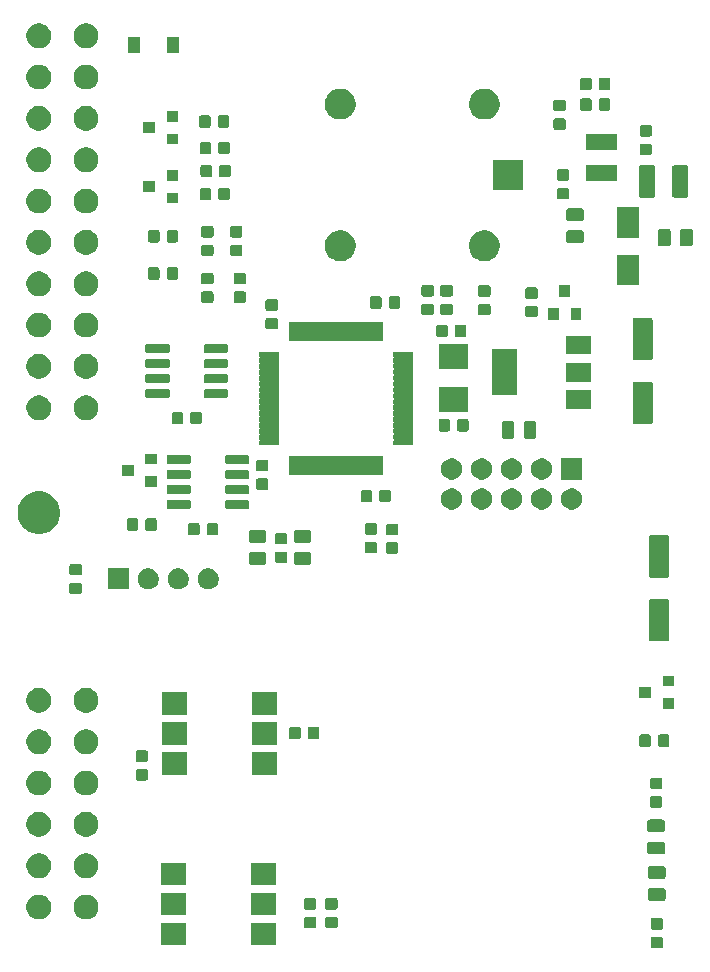
<source format=gbr>
G04 #@! TF.GenerationSoftware,KiCad,Pcbnew,(5.1.5)-3*
G04 #@! TF.CreationDate,2020-05-03T19:08:43+01:00*
G04 #@! TF.ProjectId,Isolator CAN SMT v2,49736f6c-6174-46f7-9220-43414e20534d,rev?*
G04 #@! TF.SameCoordinates,Original*
G04 #@! TF.FileFunction,Soldermask,Top*
G04 #@! TF.FilePolarity,Negative*
%FSLAX46Y46*%
G04 Gerber Fmt 4.6, Leading zero omitted, Abs format (unit mm)*
G04 Created by KiCad (PCBNEW (5.1.5)-3) date 2020-05-03 19:08:43*
%MOMM*%
%LPD*%
G04 APERTURE LIST*
%ADD10C,0.100000*%
G04 APERTURE END LIST*
D10*
G36*
X160779591Y-135903085D02*
G01*
X160813569Y-135913393D01*
X160844890Y-135930134D01*
X160872339Y-135952661D01*
X160894866Y-135980110D01*
X160911607Y-136011431D01*
X160921915Y-136045409D01*
X160926000Y-136086890D01*
X160926000Y-136688110D01*
X160921915Y-136729591D01*
X160911607Y-136763569D01*
X160894866Y-136794890D01*
X160872339Y-136822339D01*
X160844890Y-136844866D01*
X160813569Y-136861607D01*
X160779591Y-136871915D01*
X160738110Y-136876000D01*
X160061890Y-136876000D01*
X160020409Y-136871915D01*
X159986431Y-136861607D01*
X159955110Y-136844866D01*
X159927661Y-136822339D01*
X159905134Y-136794890D01*
X159888393Y-136763569D01*
X159878085Y-136729591D01*
X159874000Y-136688110D01*
X159874000Y-136086890D01*
X159878085Y-136045409D01*
X159888393Y-136011431D01*
X159905134Y-135980110D01*
X159927661Y-135952661D01*
X159955110Y-135930134D01*
X159986431Y-135913393D01*
X160020409Y-135903085D01*
X160061890Y-135899000D01*
X160738110Y-135899000D01*
X160779591Y-135903085D01*
G37*
G36*
X128161000Y-136631000D02*
G01*
X126059000Y-136631000D01*
X126059000Y-134749000D01*
X128161000Y-134749000D01*
X128161000Y-136631000D01*
G37*
G36*
X120541000Y-136631000D02*
G01*
X118439000Y-136631000D01*
X118439000Y-134749000D01*
X120541000Y-134749000D01*
X120541000Y-136631000D01*
G37*
G36*
X160779591Y-134328085D02*
G01*
X160813569Y-134338393D01*
X160844890Y-134355134D01*
X160872339Y-134377661D01*
X160894866Y-134405110D01*
X160911607Y-134436431D01*
X160921915Y-134470409D01*
X160926000Y-134511890D01*
X160926000Y-135113110D01*
X160921915Y-135154591D01*
X160911607Y-135188569D01*
X160894866Y-135219890D01*
X160872339Y-135247339D01*
X160844890Y-135269866D01*
X160813569Y-135286607D01*
X160779591Y-135296915D01*
X160738110Y-135301000D01*
X160061890Y-135301000D01*
X160020409Y-135296915D01*
X159986431Y-135286607D01*
X159955110Y-135269866D01*
X159927661Y-135247339D01*
X159905134Y-135219890D01*
X159888393Y-135188569D01*
X159878085Y-135154591D01*
X159874000Y-135113110D01*
X159874000Y-134511890D01*
X159878085Y-134470409D01*
X159888393Y-134436431D01*
X159905134Y-134405110D01*
X159927661Y-134377661D01*
X159955110Y-134355134D01*
X159986431Y-134338393D01*
X160020409Y-134328085D01*
X160061890Y-134324000D01*
X160738110Y-134324000D01*
X160779591Y-134328085D01*
G37*
G36*
X133231591Y-134203085D02*
G01*
X133265569Y-134213393D01*
X133296890Y-134230134D01*
X133324339Y-134252661D01*
X133346866Y-134280110D01*
X133363607Y-134311431D01*
X133373915Y-134345409D01*
X133378000Y-134386890D01*
X133378000Y-134988110D01*
X133373915Y-135029591D01*
X133363607Y-135063569D01*
X133346866Y-135094890D01*
X133324339Y-135122339D01*
X133296890Y-135144866D01*
X133265569Y-135161607D01*
X133231591Y-135171915D01*
X133190110Y-135176000D01*
X132513890Y-135176000D01*
X132472409Y-135171915D01*
X132438431Y-135161607D01*
X132407110Y-135144866D01*
X132379661Y-135122339D01*
X132357134Y-135094890D01*
X132340393Y-135063569D01*
X132330085Y-135029591D01*
X132326000Y-134988110D01*
X132326000Y-134386890D01*
X132330085Y-134345409D01*
X132340393Y-134311431D01*
X132357134Y-134280110D01*
X132379661Y-134252661D01*
X132407110Y-134230134D01*
X132438431Y-134213393D01*
X132472409Y-134203085D01*
X132513890Y-134199000D01*
X133190110Y-134199000D01*
X133231591Y-134203085D01*
G37*
G36*
X131429591Y-134203085D02*
G01*
X131463569Y-134213393D01*
X131494890Y-134230134D01*
X131522339Y-134252661D01*
X131544866Y-134280110D01*
X131561607Y-134311431D01*
X131571915Y-134345409D01*
X131576000Y-134386890D01*
X131576000Y-134988110D01*
X131571915Y-135029591D01*
X131561607Y-135063569D01*
X131544866Y-135094890D01*
X131522339Y-135122339D01*
X131494890Y-135144866D01*
X131463569Y-135161607D01*
X131429591Y-135171915D01*
X131388110Y-135176000D01*
X130711890Y-135176000D01*
X130670409Y-135171915D01*
X130636431Y-135161607D01*
X130605110Y-135144866D01*
X130577661Y-135122339D01*
X130555134Y-135094890D01*
X130538393Y-135063569D01*
X130528085Y-135029591D01*
X130524000Y-134988110D01*
X130524000Y-134386890D01*
X130528085Y-134345409D01*
X130538393Y-134311431D01*
X130555134Y-134280110D01*
X130577661Y-134252661D01*
X130605110Y-134230134D01*
X130636431Y-134213393D01*
X130670409Y-134203085D01*
X130711890Y-134199000D01*
X131388110Y-134199000D01*
X131429591Y-134203085D01*
G37*
G36*
X108386564Y-132369389D02*
G01*
X108577833Y-132448615D01*
X108577835Y-132448616D01*
X108749973Y-132563635D01*
X108896365Y-132710027D01*
X109007265Y-132876000D01*
X109011385Y-132882167D01*
X109090611Y-133073436D01*
X109131000Y-133276484D01*
X109131000Y-133483516D01*
X109090611Y-133686564D01*
X109011385Y-133877833D01*
X109011384Y-133877835D01*
X108896365Y-134049973D01*
X108749973Y-134196365D01*
X108577835Y-134311384D01*
X108577834Y-134311385D01*
X108577833Y-134311385D01*
X108386564Y-134390611D01*
X108183516Y-134431000D01*
X107976484Y-134431000D01*
X107773436Y-134390611D01*
X107582167Y-134311385D01*
X107582166Y-134311385D01*
X107582165Y-134311384D01*
X107410027Y-134196365D01*
X107263635Y-134049973D01*
X107148616Y-133877835D01*
X107148615Y-133877833D01*
X107069389Y-133686564D01*
X107029000Y-133483516D01*
X107029000Y-133276484D01*
X107069389Y-133073436D01*
X107148615Y-132882167D01*
X107152736Y-132876000D01*
X107263635Y-132710027D01*
X107410027Y-132563635D01*
X107582165Y-132448616D01*
X107582167Y-132448615D01*
X107773436Y-132369389D01*
X107976484Y-132329000D01*
X108183516Y-132329000D01*
X108386564Y-132369389D01*
G37*
G36*
X112386564Y-132369389D02*
G01*
X112577833Y-132448615D01*
X112577835Y-132448616D01*
X112749973Y-132563635D01*
X112896365Y-132710027D01*
X113007265Y-132876000D01*
X113011385Y-132882167D01*
X113090611Y-133073436D01*
X113131000Y-133276484D01*
X113131000Y-133483516D01*
X113090611Y-133686564D01*
X113011385Y-133877833D01*
X113011384Y-133877835D01*
X112896365Y-134049973D01*
X112749973Y-134196365D01*
X112577835Y-134311384D01*
X112577834Y-134311385D01*
X112577833Y-134311385D01*
X112386564Y-134390611D01*
X112183516Y-134431000D01*
X111976484Y-134431000D01*
X111773436Y-134390611D01*
X111582167Y-134311385D01*
X111582166Y-134311385D01*
X111582165Y-134311384D01*
X111410027Y-134196365D01*
X111263635Y-134049973D01*
X111148616Y-133877835D01*
X111148615Y-133877833D01*
X111069389Y-133686564D01*
X111029000Y-133483516D01*
X111029000Y-133276484D01*
X111069389Y-133073436D01*
X111148615Y-132882167D01*
X111152736Y-132876000D01*
X111263635Y-132710027D01*
X111410027Y-132563635D01*
X111582165Y-132448616D01*
X111582167Y-132448615D01*
X111773436Y-132369389D01*
X111976484Y-132329000D01*
X112183516Y-132329000D01*
X112386564Y-132369389D01*
G37*
G36*
X128161000Y-134091000D02*
G01*
X126059000Y-134091000D01*
X126059000Y-132209000D01*
X128161000Y-132209000D01*
X128161000Y-134091000D01*
G37*
G36*
X120541000Y-134091000D02*
G01*
X118439000Y-134091000D01*
X118439000Y-132209000D01*
X120541000Y-132209000D01*
X120541000Y-134091000D01*
G37*
G36*
X131429591Y-132628085D02*
G01*
X131463569Y-132638393D01*
X131494890Y-132655134D01*
X131522339Y-132677661D01*
X131544866Y-132705110D01*
X131561607Y-132736431D01*
X131571915Y-132770409D01*
X131576000Y-132811890D01*
X131576000Y-133413110D01*
X131571915Y-133454591D01*
X131561607Y-133488569D01*
X131544866Y-133519890D01*
X131522339Y-133547339D01*
X131494890Y-133569866D01*
X131463569Y-133586607D01*
X131429591Y-133596915D01*
X131388110Y-133601000D01*
X130711890Y-133601000D01*
X130670409Y-133596915D01*
X130636431Y-133586607D01*
X130605110Y-133569866D01*
X130577661Y-133547339D01*
X130555134Y-133519890D01*
X130538393Y-133488569D01*
X130528085Y-133454591D01*
X130524000Y-133413110D01*
X130524000Y-132811890D01*
X130528085Y-132770409D01*
X130538393Y-132736431D01*
X130555134Y-132705110D01*
X130577661Y-132677661D01*
X130605110Y-132655134D01*
X130636431Y-132638393D01*
X130670409Y-132628085D01*
X130711890Y-132624000D01*
X131388110Y-132624000D01*
X131429591Y-132628085D01*
G37*
G36*
X133231591Y-132628085D02*
G01*
X133265569Y-132638393D01*
X133296890Y-132655134D01*
X133324339Y-132677661D01*
X133346866Y-132705110D01*
X133363607Y-132736431D01*
X133373915Y-132770409D01*
X133378000Y-132811890D01*
X133378000Y-133413110D01*
X133373915Y-133454591D01*
X133363607Y-133488569D01*
X133346866Y-133519890D01*
X133324339Y-133547339D01*
X133296890Y-133569866D01*
X133265569Y-133586607D01*
X133231591Y-133596915D01*
X133190110Y-133601000D01*
X132513890Y-133601000D01*
X132472409Y-133596915D01*
X132438431Y-133586607D01*
X132407110Y-133569866D01*
X132379661Y-133547339D01*
X132357134Y-133519890D01*
X132340393Y-133488569D01*
X132330085Y-133454591D01*
X132326000Y-133413110D01*
X132326000Y-132811890D01*
X132330085Y-132770409D01*
X132340393Y-132736431D01*
X132357134Y-132705110D01*
X132379661Y-132677661D01*
X132407110Y-132655134D01*
X132438431Y-132638393D01*
X132472409Y-132628085D01*
X132513890Y-132624000D01*
X133190110Y-132624000D01*
X133231591Y-132628085D01*
G37*
G36*
X160984468Y-131803565D02*
G01*
X161023138Y-131815296D01*
X161058777Y-131834346D01*
X161090017Y-131859983D01*
X161115654Y-131891223D01*
X161134704Y-131926862D01*
X161146435Y-131965532D01*
X161151000Y-132011888D01*
X161151000Y-132663112D01*
X161146435Y-132709468D01*
X161134704Y-132748138D01*
X161115654Y-132783777D01*
X161090017Y-132815017D01*
X161058777Y-132840654D01*
X161023138Y-132859704D01*
X160984468Y-132871435D01*
X160938112Y-132876000D01*
X159861888Y-132876000D01*
X159815532Y-132871435D01*
X159776862Y-132859704D01*
X159741223Y-132840654D01*
X159709983Y-132815017D01*
X159684346Y-132783777D01*
X159665296Y-132748138D01*
X159653565Y-132709468D01*
X159649000Y-132663112D01*
X159649000Y-132011888D01*
X159653565Y-131965532D01*
X159665296Y-131926862D01*
X159684346Y-131891223D01*
X159709983Y-131859983D01*
X159741223Y-131834346D01*
X159776862Y-131815296D01*
X159815532Y-131803565D01*
X159861888Y-131799000D01*
X160938112Y-131799000D01*
X160984468Y-131803565D01*
G37*
G36*
X128161000Y-131551000D02*
G01*
X126059000Y-131551000D01*
X126059000Y-129669000D01*
X128161000Y-129669000D01*
X128161000Y-131551000D01*
G37*
G36*
X120541000Y-131551000D02*
G01*
X118439000Y-131551000D01*
X118439000Y-129669000D01*
X120541000Y-129669000D01*
X120541000Y-131551000D01*
G37*
G36*
X160984468Y-129928565D02*
G01*
X161023138Y-129940296D01*
X161058777Y-129959346D01*
X161090017Y-129984983D01*
X161115654Y-130016223D01*
X161134704Y-130051862D01*
X161146435Y-130090532D01*
X161151000Y-130136888D01*
X161151000Y-130788112D01*
X161146435Y-130834468D01*
X161134704Y-130873138D01*
X161115654Y-130908777D01*
X161090017Y-130940017D01*
X161058777Y-130965654D01*
X161023138Y-130984704D01*
X160984468Y-130996435D01*
X160938112Y-131001000D01*
X159861888Y-131001000D01*
X159815532Y-130996435D01*
X159776862Y-130984704D01*
X159741223Y-130965654D01*
X159709983Y-130940017D01*
X159684346Y-130908777D01*
X159665296Y-130873138D01*
X159653565Y-130834468D01*
X159649000Y-130788112D01*
X159649000Y-130136888D01*
X159653565Y-130090532D01*
X159665296Y-130051862D01*
X159684346Y-130016223D01*
X159709983Y-129984983D01*
X159741223Y-129959346D01*
X159776862Y-129940296D01*
X159815532Y-129928565D01*
X159861888Y-129924000D01*
X160938112Y-129924000D01*
X160984468Y-129928565D01*
G37*
G36*
X108386564Y-128869389D02*
G01*
X108512214Y-128921435D01*
X108577835Y-128948616D01*
X108749973Y-129063635D01*
X108896365Y-129210027D01*
X109011385Y-129382167D01*
X109090611Y-129573436D01*
X109131000Y-129776484D01*
X109131000Y-129983516D01*
X109090611Y-130186564D01*
X109011385Y-130377833D01*
X109011384Y-130377835D01*
X108896365Y-130549973D01*
X108749973Y-130696365D01*
X108577835Y-130811384D01*
X108577834Y-130811385D01*
X108577833Y-130811385D01*
X108386564Y-130890611D01*
X108183516Y-130931000D01*
X107976484Y-130931000D01*
X107773436Y-130890611D01*
X107582167Y-130811385D01*
X107582166Y-130811385D01*
X107582165Y-130811384D01*
X107410027Y-130696365D01*
X107263635Y-130549973D01*
X107148616Y-130377835D01*
X107148615Y-130377833D01*
X107069389Y-130186564D01*
X107029000Y-129983516D01*
X107029000Y-129776484D01*
X107069389Y-129573436D01*
X107148615Y-129382167D01*
X107263635Y-129210027D01*
X107410027Y-129063635D01*
X107582165Y-128948616D01*
X107647786Y-128921435D01*
X107773436Y-128869389D01*
X107976484Y-128829000D01*
X108183516Y-128829000D01*
X108386564Y-128869389D01*
G37*
G36*
X112386564Y-128869389D02*
G01*
X112512214Y-128921435D01*
X112577835Y-128948616D01*
X112749973Y-129063635D01*
X112896365Y-129210027D01*
X113011385Y-129382167D01*
X113090611Y-129573436D01*
X113131000Y-129776484D01*
X113131000Y-129983516D01*
X113090611Y-130186564D01*
X113011385Y-130377833D01*
X113011384Y-130377835D01*
X112896365Y-130549973D01*
X112749973Y-130696365D01*
X112577835Y-130811384D01*
X112577834Y-130811385D01*
X112577833Y-130811385D01*
X112386564Y-130890611D01*
X112183516Y-130931000D01*
X111976484Y-130931000D01*
X111773436Y-130890611D01*
X111582167Y-130811385D01*
X111582166Y-130811385D01*
X111582165Y-130811384D01*
X111410027Y-130696365D01*
X111263635Y-130549973D01*
X111148616Y-130377835D01*
X111148615Y-130377833D01*
X111069389Y-130186564D01*
X111029000Y-129983516D01*
X111029000Y-129776484D01*
X111069389Y-129573436D01*
X111148615Y-129382167D01*
X111263635Y-129210027D01*
X111410027Y-129063635D01*
X111582165Y-128948616D01*
X111647786Y-128921435D01*
X111773436Y-128869389D01*
X111976484Y-128829000D01*
X112183516Y-128829000D01*
X112386564Y-128869389D01*
G37*
G36*
X160934468Y-127853565D02*
G01*
X160973138Y-127865296D01*
X161008777Y-127884346D01*
X161040017Y-127909983D01*
X161065654Y-127941223D01*
X161084704Y-127976862D01*
X161096435Y-128015532D01*
X161101000Y-128061888D01*
X161101000Y-128713112D01*
X161096435Y-128759468D01*
X161084704Y-128798138D01*
X161065654Y-128833777D01*
X161040017Y-128865017D01*
X161008777Y-128890654D01*
X160973138Y-128909704D01*
X160934468Y-128921435D01*
X160888112Y-128926000D01*
X159811888Y-128926000D01*
X159765532Y-128921435D01*
X159726862Y-128909704D01*
X159691223Y-128890654D01*
X159659983Y-128865017D01*
X159634346Y-128833777D01*
X159615296Y-128798138D01*
X159603565Y-128759468D01*
X159599000Y-128713112D01*
X159599000Y-128061888D01*
X159603565Y-128015532D01*
X159615296Y-127976862D01*
X159634346Y-127941223D01*
X159659983Y-127909983D01*
X159691223Y-127884346D01*
X159726862Y-127865296D01*
X159765532Y-127853565D01*
X159811888Y-127849000D01*
X160888112Y-127849000D01*
X160934468Y-127853565D01*
G37*
G36*
X112386564Y-125369389D02*
G01*
X112577833Y-125448615D01*
X112577835Y-125448616D01*
X112749973Y-125563635D01*
X112896365Y-125710027D01*
X113011385Y-125882167D01*
X113090611Y-126073436D01*
X113131000Y-126276484D01*
X113131000Y-126483516D01*
X113090611Y-126686564D01*
X113029426Y-126834278D01*
X113011384Y-126877835D01*
X112896365Y-127049973D01*
X112749973Y-127196365D01*
X112577835Y-127311384D01*
X112577834Y-127311385D01*
X112577833Y-127311385D01*
X112386564Y-127390611D01*
X112183516Y-127431000D01*
X111976484Y-127431000D01*
X111773436Y-127390611D01*
X111582167Y-127311385D01*
X111582166Y-127311385D01*
X111582165Y-127311384D01*
X111410027Y-127196365D01*
X111263635Y-127049973D01*
X111148616Y-126877835D01*
X111130574Y-126834278D01*
X111069389Y-126686564D01*
X111029000Y-126483516D01*
X111029000Y-126276484D01*
X111069389Y-126073436D01*
X111148615Y-125882167D01*
X111263635Y-125710027D01*
X111410027Y-125563635D01*
X111582165Y-125448616D01*
X111582167Y-125448615D01*
X111773436Y-125369389D01*
X111976484Y-125329000D01*
X112183516Y-125329000D01*
X112386564Y-125369389D01*
G37*
G36*
X108386564Y-125369389D02*
G01*
X108577833Y-125448615D01*
X108577835Y-125448616D01*
X108749973Y-125563635D01*
X108896365Y-125710027D01*
X109011385Y-125882167D01*
X109090611Y-126073436D01*
X109131000Y-126276484D01*
X109131000Y-126483516D01*
X109090611Y-126686564D01*
X109029426Y-126834278D01*
X109011384Y-126877835D01*
X108896365Y-127049973D01*
X108749973Y-127196365D01*
X108577835Y-127311384D01*
X108577834Y-127311385D01*
X108577833Y-127311385D01*
X108386564Y-127390611D01*
X108183516Y-127431000D01*
X107976484Y-127431000D01*
X107773436Y-127390611D01*
X107582167Y-127311385D01*
X107582166Y-127311385D01*
X107582165Y-127311384D01*
X107410027Y-127196365D01*
X107263635Y-127049973D01*
X107148616Y-126877835D01*
X107130574Y-126834278D01*
X107069389Y-126686564D01*
X107029000Y-126483516D01*
X107029000Y-126276484D01*
X107069389Y-126073436D01*
X107148615Y-125882167D01*
X107263635Y-125710027D01*
X107410027Y-125563635D01*
X107582165Y-125448616D01*
X107582167Y-125448615D01*
X107773436Y-125369389D01*
X107976484Y-125329000D01*
X108183516Y-125329000D01*
X108386564Y-125369389D01*
G37*
G36*
X160934468Y-125978565D02*
G01*
X160973138Y-125990296D01*
X161008777Y-126009346D01*
X161040017Y-126034983D01*
X161065654Y-126066223D01*
X161084704Y-126101862D01*
X161096435Y-126140532D01*
X161101000Y-126186888D01*
X161101000Y-126838112D01*
X161096435Y-126884468D01*
X161084704Y-126923138D01*
X161065654Y-126958777D01*
X161040017Y-126990017D01*
X161008777Y-127015654D01*
X160973138Y-127034704D01*
X160934468Y-127046435D01*
X160888112Y-127051000D01*
X159811888Y-127051000D01*
X159765532Y-127046435D01*
X159726862Y-127034704D01*
X159691223Y-127015654D01*
X159659983Y-126990017D01*
X159634346Y-126958777D01*
X159615296Y-126923138D01*
X159603565Y-126884468D01*
X159599000Y-126838112D01*
X159599000Y-126186888D01*
X159603565Y-126140532D01*
X159615296Y-126101862D01*
X159634346Y-126066223D01*
X159659983Y-126034983D01*
X159691223Y-126009346D01*
X159726862Y-125990296D01*
X159765532Y-125978565D01*
X159811888Y-125974000D01*
X160888112Y-125974000D01*
X160934468Y-125978565D01*
G37*
G36*
X160729591Y-124003085D02*
G01*
X160763569Y-124013393D01*
X160794890Y-124030134D01*
X160822339Y-124052661D01*
X160844866Y-124080110D01*
X160861607Y-124111431D01*
X160871915Y-124145409D01*
X160876000Y-124186890D01*
X160876000Y-124788110D01*
X160871915Y-124829591D01*
X160861607Y-124863569D01*
X160844866Y-124894890D01*
X160822339Y-124922339D01*
X160794890Y-124944866D01*
X160763569Y-124961607D01*
X160729591Y-124971915D01*
X160688110Y-124976000D01*
X160011890Y-124976000D01*
X159970409Y-124971915D01*
X159936431Y-124961607D01*
X159905110Y-124944866D01*
X159877661Y-124922339D01*
X159855134Y-124894890D01*
X159838393Y-124863569D01*
X159828085Y-124829591D01*
X159824000Y-124788110D01*
X159824000Y-124186890D01*
X159828085Y-124145409D01*
X159838393Y-124111431D01*
X159855134Y-124080110D01*
X159877661Y-124052661D01*
X159905110Y-124030134D01*
X159936431Y-124013393D01*
X159970409Y-124003085D01*
X160011890Y-123999000D01*
X160688110Y-123999000D01*
X160729591Y-124003085D01*
G37*
G36*
X112386564Y-121869389D02*
G01*
X112577833Y-121948615D01*
X112577835Y-121948616D01*
X112749973Y-122063635D01*
X112896365Y-122210027D01*
X113011385Y-122382167D01*
X113090611Y-122573436D01*
X113131000Y-122776484D01*
X113131000Y-122983516D01*
X113090611Y-123186564D01*
X113014685Y-123369866D01*
X113011384Y-123377835D01*
X112896365Y-123549973D01*
X112749973Y-123696365D01*
X112577835Y-123811384D01*
X112577834Y-123811385D01*
X112577833Y-123811385D01*
X112386564Y-123890611D01*
X112183516Y-123931000D01*
X111976484Y-123931000D01*
X111773436Y-123890611D01*
X111582167Y-123811385D01*
X111582166Y-123811385D01*
X111582165Y-123811384D01*
X111410027Y-123696365D01*
X111263635Y-123549973D01*
X111148616Y-123377835D01*
X111145315Y-123369866D01*
X111069389Y-123186564D01*
X111029000Y-122983516D01*
X111029000Y-122776484D01*
X111069389Y-122573436D01*
X111148615Y-122382167D01*
X111263635Y-122210027D01*
X111410027Y-122063635D01*
X111582165Y-121948616D01*
X111582167Y-121948615D01*
X111773436Y-121869389D01*
X111976484Y-121829000D01*
X112183516Y-121829000D01*
X112386564Y-121869389D01*
G37*
G36*
X108386564Y-121869389D02*
G01*
X108577833Y-121948615D01*
X108577835Y-121948616D01*
X108749973Y-122063635D01*
X108896365Y-122210027D01*
X109011385Y-122382167D01*
X109090611Y-122573436D01*
X109131000Y-122776484D01*
X109131000Y-122983516D01*
X109090611Y-123186564D01*
X109014685Y-123369866D01*
X109011384Y-123377835D01*
X108896365Y-123549973D01*
X108749973Y-123696365D01*
X108577835Y-123811384D01*
X108577834Y-123811385D01*
X108577833Y-123811385D01*
X108386564Y-123890611D01*
X108183516Y-123931000D01*
X107976484Y-123931000D01*
X107773436Y-123890611D01*
X107582167Y-123811385D01*
X107582166Y-123811385D01*
X107582165Y-123811384D01*
X107410027Y-123696365D01*
X107263635Y-123549973D01*
X107148616Y-123377835D01*
X107145315Y-123369866D01*
X107069389Y-123186564D01*
X107029000Y-122983516D01*
X107029000Y-122776484D01*
X107069389Y-122573436D01*
X107148615Y-122382167D01*
X107263635Y-122210027D01*
X107410027Y-122063635D01*
X107582165Y-121948616D01*
X107582167Y-121948615D01*
X107773436Y-121869389D01*
X107976484Y-121829000D01*
X108183516Y-121829000D01*
X108386564Y-121869389D01*
G37*
G36*
X160729591Y-122428085D02*
G01*
X160763569Y-122438393D01*
X160794890Y-122455134D01*
X160822339Y-122477661D01*
X160844866Y-122505110D01*
X160861607Y-122536431D01*
X160871915Y-122570409D01*
X160876000Y-122611890D01*
X160876000Y-123213110D01*
X160871915Y-123254591D01*
X160861607Y-123288569D01*
X160844866Y-123319890D01*
X160822339Y-123347339D01*
X160794890Y-123369866D01*
X160763569Y-123386607D01*
X160729591Y-123396915D01*
X160688110Y-123401000D01*
X160011890Y-123401000D01*
X159970409Y-123396915D01*
X159936431Y-123386607D01*
X159905110Y-123369866D01*
X159877661Y-123347339D01*
X159855134Y-123319890D01*
X159838393Y-123288569D01*
X159828085Y-123254591D01*
X159824000Y-123213110D01*
X159824000Y-122611890D01*
X159828085Y-122570409D01*
X159838393Y-122536431D01*
X159855134Y-122505110D01*
X159877661Y-122477661D01*
X159905110Y-122455134D01*
X159936431Y-122438393D01*
X159970409Y-122428085D01*
X160011890Y-122424000D01*
X160688110Y-122424000D01*
X160729591Y-122428085D01*
G37*
G36*
X117179591Y-121703085D02*
G01*
X117213569Y-121713393D01*
X117244890Y-121730134D01*
X117272339Y-121752661D01*
X117294866Y-121780110D01*
X117311607Y-121811431D01*
X117321915Y-121845409D01*
X117326000Y-121886890D01*
X117326000Y-122488110D01*
X117321915Y-122529591D01*
X117311607Y-122563569D01*
X117294866Y-122594890D01*
X117272339Y-122622339D01*
X117244890Y-122644866D01*
X117213569Y-122661607D01*
X117179591Y-122671915D01*
X117138110Y-122676000D01*
X116461890Y-122676000D01*
X116420409Y-122671915D01*
X116386431Y-122661607D01*
X116355110Y-122644866D01*
X116327661Y-122622339D01*
X116305134Y-122594890D01*
X116288393Y-122563569D01*
X116278085Y-122529591D01*
X116274000Y-122488110D01*
X116274000Y-121886890D01*
X116278085Y-121845409D01*
X116288393Y-121811431D01*
X116305134Y-121780110D01*
X116327661Y-121752661D01*
X116355110Y-121730134D01*
X116386431Y-121713393D01*
X116420409Y-121703085D01*
X116461890Y-121699000D01*
X117138110Y-121699000D01*
X117179591Y-121703085D01*
G37*
G36*
X120601000Y-122171000D02*
G01*
X118499000Y-122171000D01*
X118499000Y-120289000D01*
X120601000Y-120289000D01*
X120601000Y-122171000D01*
G37*
G36*
X128221000Y-122171000D02*
G01*
X126119000Y-122171000D01*
X126119000Y-120289000D01*
X128221000Y-120289000D01*
X128221000Y-122171000D01*
G37*
G36*
X117179591Y-120128085D02*
G01*
X117213569Y-120138393D01*
X117244890Y-120155134D01*
X117272339Y-120177661D01*
X117294866Y-120205110D01*
X117311607Y-120236431D01*
X117321915Y-120270409D01*
X117326000Y-120311890D01*
X117326000Y-120913110D01*
X117321915Y-120954591D01*
X117311607Y-120988569D01*
X117294866Y-121019890D01*
X117272339Y-121047339D01*
X117244890Y-121069866D01*
X117213569Y-121086607D01*
X117179591Y-121096915D01*
X117138110Y-121101000D01*
X116461890Y-121101000D01*
X116420409Y-121096915D01*
X116386431Y-121086607D01*
X116355110Y-121069866D01*
X116327661Y-121047339D01*
X116305134Y-121019890D01*
X116288393Y-120988569D01*
X116278085Y-120954591D01*
X116274000Y-120913110D01*
X116274000Y-120311890D01*
X116278085Y-120270409D01*
X116288393Y-120236431D01*
X116305134Y-120205110D01*
X116327661Y-120177661D01*
X116355110Y-120155134D01*
X116386431Y-120138393D01*
X116420409Y-120128085D01*
X116461890Y-120124000D01*
X117138110Y-120124000D01*
X117179591Y-120128085D01*
G37*
G36*
X108386564Y-118369389D02*
G01*
X108577833Y-118448615D01*
X108577835Y-118448616D01*
X108749973Y-118563635D01*
X108896365Y-118710027D01*
X108974966Y-118827661D01*
X109011385Y-118882167D01*
X109090611Y-119073436D01*
X109131000Y-119276484D01*
X109131000Y-119483516D01*
X109090611Y-119686564D01*
X109034547Y-119821915D01*
X109011384Y-119877835D01*
X108896365Y-120049973D01*
X108749973Y-120196365D01*
X108577835Y-120311384D01*
X108577834Y-120311385D01*
X108577833Y-120311385D01*
X108386564Y-120390611D01*
X108183516Y-120431000D01*
X107976484Y-120431000D01*
X107773436Y-120390611D01*
X107582167Y-120311385D01*
X107582166Y-120311385D01*
X107582165Y-120311384D01*
X107410027Y-120196365D01*
X107263635Y-120049973D01*
X107148616Y-119877835D01*
X107125453Y-119821915D01*
X107069389Y-119686564D01*
X107029000Y-119483516D01*
X107029000Y-119276484D01*
X107069389Y-119073436D01*
X107148615Y-118882167D01*
X107185035Y-118827661D01*
X107263635Y-118710027D01*
X107410027Y-118563635D01*
X107582165Y-118448616D01*
X107582167Y-118448615D01*
X107773436Y-118369389D01*
X107976484Y-118329000D01*
X108183516Y-118329000D01*
X108386564Y-118369389D01*
G37*
G36*
X112386564Y-118369389D02*
G01*
X112577833Y-118448615D01*
X112577835Y-118448616D01*
X112749973Y-118563635D01*
X112896365Y-118710027D01*
X112974966Y-118827661D01*
X113011385Y-118882167D01*
X113090611Y-119073436D01*
X113131000Y-119276484D01*
X113131000Y-119483516D01*
X113090611Y-119686564D01*
X113034547Y-119821915D01*
X113011384Y-119877835D01*
X112896365Y-120049973D01*
X112749973Y-120196365D01*
X112577835Y-120311384D01*
X112577834Y-120311385D01*
X112577833Y-120311385D01*
X112386564Y-120390611D01*
X112183516Y-120431000D01*
X111976484Y-120431000D01*
X111773436Y-120390611D01*
X111582167Y-120311385D01*
X111582166Y-120311385D01*
X111582165Y-120311384D01*
X111410027Y-120196365D01*
X111263635Y-120049973D01*
X111148616Y-119877835D01*
X111125453Y-119821915D01*
X111069389Y-119686564D01*
X111029000Y-119483516D01*
X111029000Y-119276484D01*
X111069389Y-119073436D01*
X111148615Y-118882167D01*
X111185035Y-118827661D01*
X111263635Y-118710027D01*
X111410027Y-118563635D01*
X111582165Y-118448616D01*
X111582167Y-118448615D01*
X111773436Y-118369389D01*
X111976484Y-118329000D01*
X112183516Y-118329000D01*
X112386564Y-118369389D01*
G37*
G36*
X159754591Y-118778085D02*
G01*
X159788569Y-118788393D01*
X159819890Y-118805134D01*
X159847339Y-118827661D01*
X159869866Y-118855110D01*
X159886607Y-118886431D01*
X159896915Y-118920409D01*
X159901000Y-118961890D01*
X159901000Y-119638110D01*
X159896915Y-119679591D01*
X159886607Y-119713569D01*
X159869866Y-119744890D01*
X159847339Y-119772339D01*
X159819890Y-119794866D01*
X159788569Y-119811607D01*
X159754591Y-119821915D01*
X159713110Y-119826000D01*
X159111890Y-119826000D01*
X159070409Y-119821915D01*
X159036431Y-119811607D01*
X159005110Y-119794866D01*
X158977661Y-119772339D01*
X158955134Y-119744890D01*
X158938393Y-119713569D01*
X158928085Y-119679591D01*
X158924000Y-119638110D01*
X158924000Y-118961890D01*
X158928085Y-118920409D01*
X158938393Y-118886431D01*
X158955134Y-118855110D01*
X158977661Y-118827661D01*
X159005110Y-118805134D01*
X159036431Y-118788393D01*
X159070409Y-118778085D01*
X159111890Y-118774000D01*
X159713110Y-118774000D01*
X159754591Y-118778085D01*
G37*
G36*
X161329591Y-118778085D02*
G01*
X161363569Y-118788393D01*
X161394890Y-118805134D01*
X161422339Y-118827661D01*
X161444866Y-118855110D01*
X161461607Y-118886431D01*
X161471915Y-118920409D01*
X161476000Y-118961890D01*
X161476000Y-119638110D01*
X161471915Y-119679591D01*
X161461607Y-119713569D01*
X161444866Y-119744890D01*
X161422339Y-119772339D01*
X161394890Y-119794866D01*
X161363569Y-119811607D01*
X161329591Y-119821915D01*
X161288110Y-119826000D01*
X160686890Y-119826000D01*
X160645409Y-119821915D01*
X160611431Y-119811607D01*
X160580110Y-119794866D01*
X160552661Y-119772339D01*
X160530134Y-119744890D01*
X160513393Y-119713569D01*
X160503085Y-119679591D01*
X160499000Y-119638110D01*
X160499000Y-118961890D01*
X160503085Y-118920409D01*
X160513393Y-118886431D01*
X160530134Y-118855110D01*
X160552661Y-118827661D01*
X160580110Y-118805134D01*
X160611431Y-118788393D01*
X160645409Y-118778085D01*
X160686890Y-118774000D01*
X161288110Y-118774000D01*
X161329591Y-118778085D01*
G37*
G36*
X120601000Y-119631000D02*
G01*
X118499000Y-119631000D01*
X118499000Y-117749000D01*
X120601000Y-117749000D01*
X120601000Y-119631000D01*
G37*
G36*
X128221000Y-119631000D02*
G01*
X126119000Y-119631000D01*
X126119000Y-117749000D01*
X128221000Y-117749000D01*
X128221000Y-119631000D01*
G37*
G36*
X130104591Y-118128085D02*
G01*
X130138569Y-118138393D01*
X130169890Y-118155134D01*
X130197339Y-118177661D01*
X130219866Y-118205110D01*
X130236607Y-118236431D01*
X130246915Y-118270409D01*
X130251000Y-118311890D01*
X130251000Y-118988110D01*
X130246915Y-119029591D01*
X130236607Y-119063569D01*
X130219866Y-119094890D01*
X130197339Y-119122339D01*
X130169890Y-119144866D01*
X130138569Y-119161607D01*
X130104591Y-119171915D01*
X130063110Y-119176000D01*
X129461890Y-119176000D01*
X129420409Y-119171915D01*
X129386431Y-119161607D01*
X129355110Y-119144866D01*
X129327661Y-119122339D01*
X129305134Y-119094890D01*
X129288393Y-119063569D01*
X129278085Y-119029591D01*
X129274000Y-118988110D01*
X129274000Y-118311890D01*
X129278085Y-118270409D01*
X129288393Y-118236431D01*
X129305134Y-118205110D01*
X129327661Y-118177661D01*
X129355110Y-118155134D01*
X129386431Y-118138393D01*
X129420409Y-118128085D01*
X129461890Y-118124000D01*
X130063110Y-118124000D01*
X130104591Y-118128085D01*
G37*
G36*
X131679591Y-118128085D02*
G01*
X131713569Y-118138393D01*
X131744890Y-118155134D01*
X131772339Y-118177661D01*
X131794866Y-118205110D01*
X131811607Y-118236431D01*
X131821915Y-118270409D01*
X131826000Y-118311890D01*
X131826000Y-118988110D01*
X131821915Y-119029591D01*
X131811607Y-119063569D01*
X131794866Y-119094890D01*
X131772339Y-119122339D01*
X131744890Y-119144866D01*
X131713569Y-119161607D01*
X131679591Y-119171915D01*
X131638110Y-119176000D01*
X131036890Y-119176000D01*
X130995409Y-119171915D01*
X130961431Y-119161607D01*
X130930110Y-119144866D01*
X130902661Y-119122339D01*
X130880134Y-119094890D01*
X130863393Y-119063569D01*
X130853085Y-119029591D01*
X130849000Y-118988110D01*
X130849000Y-118311890D01*
X130853085Y-118270409D01*
X130863393Y-118236431D01*
X130880134Y-118205110D01*
X130902661Y-118177661D01*
X130930110Y-118155134D01*
X130961431Y-118138393D01*
X130995409Y-118128085D01*
X131036890Y-118124000D01*
X131638110Y-118124000D01*
X131679591Y-118128085D01*
G37*
G36*
X120601000Y-117091000D02*
G01*
X118499000Y-117091000D01*
X118499000Y-115209000D01*
X120601000Y-115209000D01*
X120601000Y-117091000D01*
G37*
G36*
X128221000Y-117091000D02*
G01*
X126119000Y-117091000D01*
X126119000Y-115209000D01*
X128221000Y-115209000D01*
X128221000Y-117091000D01*
G37*
G36*
X112386564Y-114869389D02*
G01*
X112577833Y-114948615D01*
X112577835Y-114948616D01*
X112749973Y-115063635D01*
X112896365Y-115210027D01*
X113011385Y-115382167D01*
X113090611Y-115573436D01*
X113131000Y-115776484D01*
X113131000Y-115983516D01*
X113090611Y-116186564D01*
X113011385Y-116377833D01*
X113011384Y-116377835D01*
X112896365Y-116549973D01*
X112749973Y-116696365D01*
X112577835Y-116811384D01*
X112577834Y-116811385D01*
X112577833Y-116811385D01*
X112386564Y-116890611D01*
X112183516Y-116931000D01*
X111976484Y-116931000D01*
X111773436Y-116890611D01*
X111582167Y-116811385D01*
X111582166Y-116811385D01*
X111582165Y-116811384D01*
X111410027Y-116696365D01*
X111263635Y-116549973D01*
X111148616Y-116377835D01*
X111148615Y-116377833D01*
X111069389Y-116186564D01*
X111029000Y-115983516D01*
X111029000Y-115776484D01*
X111069389Y-115573436D01*
X111148615Y-115382167D01*
X111263635Y-115210027D01*
X111410027Y-115063635D01*
X111582165Y-114948616D01*
X111582167Y-114948615D01*
X111773436Y-114869389D01*
X111976484Y-114829000D01*
X112183516Y-114829000D01*
X112386564Y-114869389D01*
G37*
G36*
X108386564Y-114869389D02*
G01*
X108577833Y-114948615D01*
X108577835Y-114948616D01*
X108749973Y-115063635D01*
X108896365Y-115210027D01*
X109011385Y-115382167D01*
X109090611Y-115573436D01*
X109131000Y-115776484D01*
X109131000Y-115983516D01*
X109090611Y-116186564D01*
X109011385Y-116377833D01*
X109011384Y-116377835D01*
X108896365Y-116549973D01*
X108749973Y-116696365D01*
X108577835Y-116811384D01*
X108577834Y-116811385D01*
X108577833Y-116811385D01*
X108386564Y-116890611D01*
X108183516Y-116931000D01*
X107976484Y-116931000D01*
X107773436Y-116890611D01*
X107582167Y-116811385D01*
X107582166Y-116811385D01*
X107582165Y-116811384D01*
X107410027Y-116696365D01*
X107263635Y-116549973D01*
X107148616Y-116377835D01*
X107148615Y-116377833D01*
X107069389Y-116186564D01*
X107029000Y-115983516D01*
X107029000Y-115776484D01*
X107069389Y-115573436D01*
X107148615Y-115382167D01*
X107263635Y-115210027D01*
X107410027Y-115063635D01*
X107582165Y-114948616D01*
X107582167Y-114948615D01*
X107773436Y-114869389D01*
X107976484Y-114829000D01*
X108183516Y-114829000D01*
X108386564Y-114869389D01*
G37*
G36*
X161901000Y-116601000D02*
G01*
X160899000Y-116601000D01*
X160899000Y-115699000D01*
X161901000Y-115699000D01*
X161901000Y-116601000D01*
G37*
G36*
X159901000Y-115651000D02*
G01*
X158899000Y-115651000D01*
X158899000Y-114749000D01*
X159901000Y-114749000D01*
X159901000Y-115651000D01*
G37*
G36*
X161901000Y-114701000D02*
G01*
X160899000Y-114701000D01*
X160899000Y-113799000D01*
X161901000Y-113799000D01*
X161901000Y-114701000D01*
G37*
G36*
X161305997Y-107303051D02*
G01*
X161339652Y-107313261D01*
X161370665Y-107329838D01*
X161397851Y-107352149D01*
X161420162Y-107379335D01*
X161436739Y-107410348D01*
X161446949Y-107444003D01*
X161451000Y-107485138D01*
X161451000Y-110714862D01*
X161446949Y-110755997D01*
X161436739Y-110789652D01*
X161420162Y-110820665D01*
X161397851Y-110847851D01*
X161370665Y-110870162D01*
X161339652Y-110886739D01*
X161305997Y-110896949D01*
X161264862Y-110901000D01*
X159935138Y-110901000D01*
X159894003Y-110896949D01*
X159860348Y-110886739D01*
X159829335Y-110870162D01*
X159802149Y-110847851D01*
X159779838Y-110820665D01*
X159763261Y-110789652D01*
X159753051Y-110755997D01*
X159749000Y-110714862D01*
X159749000Y-107485138D01*
X159753051Y-107444003D01*
X159763261Y-107410348D01*
X159779838Y-107379335D01*
X159802149Y-107352149D01*
X159829335Y-107329838D01*
X159860348Y-107313261D01*
X159894003Y-107303051D01*
X159935138Y-107299000D01*
X161264862Y-107299000D01*
X161305997Y-107303051D01*
G37*
G36*
X111579591Y-105915585D02*
G01*
X111613569Y-105925893D01*
X111644890Y-105942634D01*
X111672339Y-105965161D01*
X111694866Y-105992610D01*
X111711607Y-106023931D01*
X111721915Y-106057909D01*
X111726000Y-106099390D01*
X111726000Y-106700610D01*
X111721915Y-106742091D01*
X111711607Y-106776069D01*
X111694866Y-106807390D01*
X111672339Y-106834839D01*
X111644890Y-106857366D01*
X111613569Y-106874107D01*
X111579591Y-106884415D01*
X111538110Y-106888500D01*
X110861890Y-106888500D01*
X110820409Y-106884415D01*
X110786431Y-106874107D01*
X110755110Y-106857366D01*
X110727661Y-106834839D01*
X110705134Y-106807390D01*
X110688393Y-106776069D01*
X110678085Y-106742091D01*
X110674000Y-106700610D01*
X110674000Y-106099390D01*
X110678085Y-106057909D01*
X110688393Y-106023931D01*
X110705134Y-105992610D01*
X110727661Y-105965161D01*
X110755110Y-105942634D01*
X110786431Y-105925893D01*
X110820409Y-105915585D01*
X110861890Y-105911500D01*
X111538110Y-105911500D01*
X111579591Y-105915585D01*
G37*
G36*
X122533512Y-104703927D02*
G01*
X122682812Y-104733624D01*
X122846784Y-104801544D01*
X122994354Y-104900147D01*
X123119853Y-105025646D01*
X123218456Y-105173216D01*
X123286376Y-105337188D01*
X123314933Y-105480757D01*
X123318960Y-105501000D01*
X123321000Y-105511259D01*
X123321000Y-105688741D01*
X123286376Y-105862812D01*
X123218456Y-106026784D01*
X123119853Y-106174354D01*
X122994354Y-106299853D01*
X122846784Y-106398456D01*
X122682812Y-106466376D01*
X122533512Y-106496073D01*
X122508742Y-106501000D01*
X122331258Y-106501000D01*
X122306488Y-106496073D01*
X122157188Y-106466376D01*
X121993216Y-106398456D01*
X121845646Y-106299853D01*
X121720147Y-106174354D01*
X121621544Y-106026784D01*
X121553624Y-105862812D01*
X121519000Y-105688741D01*
X121519000Y-105511259D01*
X121521041Y-105501000D01*
X121525067Y-105480757D01*
X121553624Y-105337188D01*
X121621544Y-105173216D01*
X121720147Y-105025646D01*
X121845646Y-104900147D01*
X121993216Y-104801544D01*
X122157188Y-104733624D01*
X122306488Y-104703927D01*
X122331258Y-104699000D01*
X122508742Y-104699000D01*
X122533512Y-104703927D01*
G37*
G36*
X119993512Y-104703927D02*
G01*
X120142812Y-104733624D01*
X120306784Y-104801544D01*
X120454354Y-104900147D01*
X120579853Y-105025646D01*
X120678456Y-105173216D01*
X120746376Y-105337188D01*
X120774933Y-105480757D01*
X120778960Y-105501000D01*
X120781000Y-105511259D01*
X120781000Y-105688741D01*
X120746376Y-105862812D01*
X120678456Y-106026784D01*
X120579853Y-106174354D01*
X120454354Y-106299853D01*
X120306784Y-106398456D01*
X120142812Y-106466376D01*
X119993512Y-106496073D01*
X119968742Y-106501000D01*
X119791258Y-106501000D01*
X119766488Y-106496073D01*
X119617188Y-106466376D01*
X119453216Y-106398456D01*
X119305646Y-106299853D01*
X119180147Y-106174354D01*
X119081544Y-106026784D01*
X119013624Y-105862812D01*
X118979000Y-105688741D01*
X118979000Y-105511259D01*
X118981041Y-105501000D01*
X118985067Y-105480757D01*
X119013624Y-105337188D01*
X119081544Y-105173216D01*
X119180147Y-105025646D01*
X119305646Y-104900147D01*
X119453216Y-104801544D01*
X119617188Y-104733624D01*
X119766488Y-104703927D01*
X119791258Y-104699000D01*
X119968742Y-104699000D01*
X119993512Y-104703927D01*
G37*
G36*
X117453512Y-104703927D02*
G01*
X117602812Y-104733624D01*
X117766784Y-104801544D01*
X117914354Y-104900147D01*
X118039853Y-105025646D01*
X118138456Y-105173216D01*
X118206376Y-105337188D01*
X118234933Y-105480757D01*
X118238960Y-105501000D01*
X118241000Y-105511259D01*
X118241000Y-105688741D01*
X118206376Y-105862812D01*
X118138456Y-106026784D01*
X118039853Y-106174354D01*
X117914354Y-106299853D01*
X117766784Y-106398456D01*
X117602812Y-106466376D01*
X117453512Y-106496073D01*
X117428742Y-106501000D01*
X117251258Y-106501000D01*
X117226488Y-106496073D01*
X117077188Y-106466376D01*
X116913216Y-106398456D01*
X116765646Y-106299853D01*
X116640147Y-106174354D01*
X116541544Y-106026784D01*
X116473624Y-105862812D01*
X116439000Y-105688741D01*
X116439000Y-105511259D01*
X116441041Y-105501000D01*
X116445067Y-105480757D01*
X116473624Y-105337188D01*
X116541544Y-105173216D01*
X116640147Y-105025646D01*
X116765646Y-104900147D01*
X116913216Y-104801544D01*
X117077188Y-104733624D01*
X117226488Y-104703927D01*
X117251258Y-104699000D01*
X117428742Y-104699000D01*
X117453512Y-104703927D01*
G37*
G36*
X115701000Y-106501000D02*
G01*
X113899000Y-106501000D01*
X113899000Y-104699000D01*
X115701000Y-104699000D01*
X115701000Y-106501000D01*
G37*
G36*
X161305997Y-101903051D02*
G01*
X161339652Y-101913261D01*
X161370665Y-101929838D01*
X161397851Y-101952149D01*
X161420162Y-101979335D01*
X161436739Y-102010348D01*
X161446949Y-102044003D01*
X161451000Y-102085138D01*
X161451000Y-105314862D01*
X161446949Y-105355997D01*
X161436739Y-105389652D01*
X161420162Y-105420665D01*
X161397851Y-105447851D01*
X161370665Y-105470162D01*
X161339652Y-105486739D01*
X161305997Y-105496949D01*
X161264862Y-105501000D01*
X159935138Y-105501000D01*
X159894003Y-105496949D01*
X159860348Y-105486739D01*
X159829335Y-105470162D01*
X159802149Y-105447851D01*
X159779838Y-105420665D01*
X159763261Y-105389652D01*
X159753051Y-105355997D01*
X159749000Y-105314862D01*
X159749000Y-102085138D01*
X159753051Y-102044003D01*
X159763261Y-102010348D01*
X159779838Y-101979335D01*
X159802149Y-101952149D01*
X159829335Y-101929838D01*
X159860348Y-101913261D01*
X159894003Y-101903051D01*
X159935138Y-101899000D01*
X161264862Y-101899000D01*
X161305997Y-101903051D01*
G37*
G36*
X111579591Y-104340585D02*
G01*
X111613569Y-104350893D01*
X111644890Y-104367634D01*
X111672339Y-104390161D01*
X111694866Y-104417610D01*
X111711607Y-104448931D01*
X111721915Y-104482909D01*
X111726000Y-104524390D01*
X111726000Y-105125610D01*
X111721915Y-105167091D01*
X111711607Y-105201069D01*
X111694866Y-105232390D01*
X111672339Y-105259839D01*
X111644890Y-105282366D01*
X111613569Y-105299107D01*
X111579591Y-105309415D01*
X111538110Y-105313500D01*
X110861890Y-105313500D01*
X110820409Y-105309415D01*
X110786431Y-105299107D01*
X110755110Y-105282366D01*
X110727661Y-105259839D01*
X110705134Y-105232390D01*
X110688393Y-105201069D01*
X110678085Y-105167091D01*
X110674000Y-105125610D01*
X110674000Y-104524390D01*
X110678085Y-104482909D01*
X110688393Y-104448931D01*
X110705134Y-104417610D01*
X110727661Y-104390161D01*
X110755110Y-104367634D01*
X110786431Y-104350893D01*
X110820409Y-104340585D01*
X110861890Y-104336500D01*
X111538110Y-104336500D01*
X111579591Y-104340585D01*
G37*
G36*
X127184468Y-103341065D02*
G01*
X127223138Y-103352796D01*
X127258777Y-103371846D01*
X127290017Y-103397483D01*
X127315654Y-103428723D01*
X127334704Y-103464362D01*
X127346435Y-103503032D01*
X127351000Y-103549388D01*
X127351000Y-104200612D01*
X127346435Y-104246968D01*
X127334704Y-104285638D01*
X127315654Y-104321277D01*
X127290017Y-104352517D01*
X127258777Y-104378154D01*
X127223138Y-104397204D01*
X127184468Y-104408935D01*
X127138112Y-104413500D01*
X126061888Y-104413500D01*
X126015532Y-104408935D01*
X125976862Y-104397204D01*
X125941223Y-104378154D01*
X125909983Y-104352517D01*
X125884346Y-104321277D01*
X125865296Y-104285638D01*
X125853565Y-104246968D01*
X125849000Y-104200612D01*
X125849000Y-103549388D01*
X125853565Y-103503032D01*
X125865296Y-103464362D01*
X125884346Y-103428723D01*
X125909983Y-103397483D01*
X125941223Y-103371846D01*
X125976862Y-103352796D01*
X126015532Y-103341065D01*
X126061888Y-103336500D01*
X127138112Y-103336500D01*
X127184468Y-103341065D01*
G37*
G36*
X130984468Y-103341065D02*
G01*
X131023138Y-103352796D01*
X131058777Y-103371846D01*
X131090017Y-103397483D01*
X131115654Y-103428723D01*
X131134704Y-103464362D01*
X131146435Y-103503032D01*
X131151000Y-103549388D01*
X131151000Y-104200612D01*
X131146435Y-104246968D01*
X131134704Y-104285638D01*
X131115654Y-104321277D01*
X131090017Y-104352517D01*
X131058777Y-104378154D01*
X131023138Y-104397204D01*
X130984468Y-104408935D01*
X130938112Y-104413500D01*
X129861888Y-104413500D01*
X129815532Y-104408935D01*
X129776862Y-104397204D01*
X129741223Y-104378154D01*
X129709983Y-104352517D01*
X129684346Y-104321277D01*
X129665296Y-104285638D01*
X129653565Y-104246968D01*
X129649000Y-104200612D01*
X129649000Y-103549388D01*
X129653565Y-103503032D01*
X129665296Y-103464362D01*
X129684346Y-103428723D01*
X129709983Y-103397483D01*
X129741223Y-103371846D01*
X129776862Y-103352796D01*
X129815532Y-103341065D01*
X129861888Y-103336500D01*
X130938112Y-103336500D01*
X130984468Y-103341065D01*
G37*
G36*
X128979591Y-103290585D02*
G01*
X129013569Y-103300893D01*
X129044890Y-103317634D01*
X129072339Y-103340161D01*
X129094866Y-103367610D01*
X129111607Y-103398931D01*
X129121915Y-103432909D01*
X129126000Y-103474390D01*
X129126000Y-104075610D01*
X129121915Y-104117091D01*
X129111607Y-104151069D01*
X129094866Y-104182390D01*
X129072339Y-104209839D01*
X129044890Y-104232366D01*
X129013569Y-104249107D01*
X128979591Y-104259415D01*
X128938110Y-104263500D01*
X128261890Y-104263500D01*
X128220409Y-104259415D01*
X128186431Y-104249107D01*
X128155110Y-104232366D01*
X128127661Y-104209839D01*
X128105134Y-104182390D01*
X128088393Y-104151069D01*
X128078085Y-104117091D01*
X128074000Y-104075610D01*
X128074000Y-103474390D01*
X128078085Y-103432909D01*
X128088393Y-103398931D01*
X128105134Y-103367610D01*
X128127661Y-103340161D01*
X128155110Y-103317634D01*
X128186431Y-103300893D01*
X128220409Y-103290585D01*
X128261890Y-103286500D01*
X128938110Y-103286500D01*
X128979591Y-103290585D01*
G37*
G36*
X138379591Y-102503085D02*
G01*
X138413569Y-102513393D01*
X138444890Y-102530134D01*
X138472339Y-102552661D01*
X138494866Y-102580110D01*
X138511607Y-102611431D01*
X138521915Y-102645409D01*
X138526000Y-102686890D01*
X138526000Y-103288110D01*
X138521915Y-103329591D01*
X138511607Y-103363569D01*
X138494866Y-103394890D01*
X138472339Y-103422339D01*
X138444890Y-103444866D01*
X138413569Y-103461607D01*
X138379591Y-103471915D01*
X138338110Y-103476000D01*
X137661890Y-103476000D01*
X137620409Y-103471915D01*
X137586431Y-103461607D01*
X137555110Y-103444866D01*
X137527661Y-103422339D01*
X137505134Y-103394890D01*
X137488393Y-103363569D01*
X137478085Y-103329591D01*
X137474000Y-103288110D01*
X137474000Y-102686890D01*
X137478085Y-102645409D01*
X137488393Y-102611431D01*
X137505134Y-102580110D01*
X137527661Y-102552661D01*
X137555110Y-102530134D01*
X137586431Y-102513393D01*
X137620409Y-102503085D01*
X137661890Y-102499000D01*
X138338110Y-102499000D01*
X138379591Y-102503085D01*
G37*
G36*
X136580091Y-102462585D02*
G01*
X136614069Y-102472893D01*
X136645390Y-102489634D01*
X136672839Y-102512161D01*
X136695366Y-102539610D01*
X136712107Y-102570931D01*
X136722415Y-102604909D01*
X136726500Y-102646390D01*
X136726500Y-103247610D01*
X136722415Y-103289091D01*
X136712107Y-103323069D01*
X136695366Y-103354390D01*
X136672839Y-103381839D01*
X136645390Y-103404366D01*
X136614069Y-103421107D01*
X136580091Y-103431415D01*
X136538610Y-103435500D01*
X135862390Y-103435500D01*
X135820909Y-103431415D01*
X135786931Y-103421107D01*
X135755610Y-103404366D01*
X135728161Y-103381839D01*
X135705634Y-103354390D01*
X135688893Y-103323069D01*
X135678585Y-103289091D01*
X135674500Y-103247610D01*
X135674500Y-102646390D01*
X135678585Y-102604909D01*
X135688893Y-102570931D01*
X135705634Y-102539610D01*
X135728161Y-102512161D01*
X135755610Y-102489634D01*
X135786931Y-102472893D01*
X135820909Y-102462585D01*
X135862390Y-102458500D01*
X136538610Y-102458500D01*
X136580091Y-102462585D01*
G37*
G36*
X128979591Y-101715585D02*
G01*
X129013569Y-101725893D01*
X129044890Y-101742634D01*
X129072339Y-101765161D01*
X129094866Y-101792610D01*
X129111607Y-101823931D01*
X129121915Y-101857909D01*
X129126000Y-101899390D01*
X129126000Y-102500610D01*
X129121915Y-102542091D01*
X129111607Y-102576069D01*
X129094866Y-102607390D01*
X129072339Y-102634839D01*
X129044890Y-102657366D01*
X129013569Y-102674107D01*
X128979591Y-102684415D01*
X128938110Y-102688500D01*
X128261890Y-102688500D01*
X128220409Y-102684415D01*
X128186431Y-102674107D01*
X128155110Y-102657366D01*
X128127661Y-102634839D01*
X128105134Y-102607390D01*
X128088393Y-102576069D01*
X128078085Y-102542091D01*
X128074000Y-102500610D01*
X128074000Y-101899390D01*
X128078085Y-101857909D01*
X128088393Y-101823931D01*
X128105134Y-101792610D01*
X128127661Y-101765161D01*
X128155110Y-101742634D01*
X128186431Y-101725893D01*
X128220409Y-101715585D01*
X128261890Y-101711500D01*
X128938110Y-101711500D01*
X128979591Y-101715585D01*
G37*
G36*
X130984468Y-101466065D02*
G01*
X131023138Y-101477796D01*
X131058777Y-101496846D01*
X131090017Y-101522483D01*
X131115654Y-101553723D01*
X131134704Y-101589362D01*
X131146435Y-101628032D01*
X131151000Y-101674388D01*
X131151000Y-102325612D01*
X131146435Y-102371968D01*
X131134704Y-102410638D01*
X131115654Y-102446277D01*
X131090017Y-102477517D01*
X131058777Y-102503154D01*
X131023138Y-102522204D01*
X130984468Y-102533935D01*
X130938112Y-102538500D01*
X129861888Y-102538500D01*
X129815532Y-102533935D01*
X129776862Y-102522204D01*
X129741223Y-102503154D01*
X129709983Y-102477517D01*
X129684346Y-102446277D01*
X129665296Y-102410638D01*
X129653565Y-102371968D01*
X129649000Y-102325612D01*
X129649000Y-101674388D01*
X129653565Y-101628032D01*
X129665296Y-101589362D01*
X129684346Y-101553723D01*
X129709983Y-101522483D01*
X129741223Y-101496846D01*
X129776862Y-101477796D01*
X129815532Y-101466065D01*
X129861888Y-101461500D01*
X130938112Y-101461500D01*
X130984468Y-101466065D01*
G37*
G36*
X127184468Y-101466065D02*
G01*
X127223138Y-101477796D01*
X127258777Y-101496846D01*
X127290017Y-101522483D01*
X127315654Y-101553723D01*
X127334704Y-101589362D01*
X127346435Y-101628032D01*
X127351000Y-101674388D01*
X127351000Y-102325612D01*
X127346435Y-102371968D01*
X127334704Y-102410638D01*
X127315654Y-102446277D01*
X127290017Y-102477517D01*
X127258777Y-102503154D01*
X127223138Y-102522204D01*
X127184468Y-102533935D01*
X127138112Y-102538500D01*
X126061888Y-102538500D01*
X126015532Y-102533935D01*
X125976862Y-102522204D01*
X125941223Y-102503154D01*
X125909983Y-102477517D01*
X125884346Y-102446277D01*
X125865296Y-102410638D01*
X125853565Y-102371968D01*
X125849000Y-102325612D01*
X125849000Y-101674388D01*
X125853565Y-101628032D01*
X125865296Y-101589362D01*
X125884346Y-101553723D01*
X125909983Y-101522483D01*
X125941223Y-101496846D01*
X125976862Y-101477796D01*
X126015532Y-101466065D01*
X126061888Y-101461500D01*
X127138112Y-101461500D01*
X127184468Y-101466065D01*
G37*
G36*
X121554591Y-100878085D02*
G01*
X121588569Y-100888393D01*
X121619890Y-100905134D01*
X121647339Y-100927661D01*
X121669866Y-100955110D01*
X121686607Y-100986431D01*
X121696915Y-101020409D01*
X121701000Y-101061890D01*
X121701000Y-101738110D01*
X121696915Y-101779591D01*
X121686607Y-101813569D01*
X121669866Y-101844890D01*
X121647339Y-101872339D01*
X121619890Y-101894866D01*
X121588569Y-101911607D01*
X121554591Y-101921915D01*
X121513110Y-101926000D01*
X120911890Y-101926000D01*
X120870409Y-101921915D01*
X120836431Y-101911607D01*
X120805110Y-101894866D01*
X120777661Y-101872339D01*
X120755134Y-101844890D01*
X120738393Y-101813569D01*
X120728085Y-101779591D01*
X120724000Y-101738110D01*
X120724000Y-101061890D01*
X120728085Y-101020409D01*
X120738393Y-100986431D01*
X120755134Y-100955110D01*
X120777661Y-100927661D01*
X120805110Y-100905134D01*
X120836431Y-100888393D01*
X120870409Y-100878085D01*
X120911890Y-100874000D01*
X121513110Y-100874000D01*
X121554591Y-100878085D01*
G37*
G36*
X123129591Y-100878085D02*
G01*
X123163569Y-100888393D01*
X123194890Y-100905134D01*
X123222339Y-100927661D01*
X123244866Y-100955110D01*
X123261607Y-100986431D01*
X123271915Y-101020409D01*
X123276000Y-101061890D01*
X123276000Y-101738110D01*
X123271915Y-101779591D01*
X123261607Y-101813569D01*
X123244866Y-101844890D01*
X123222339Y-101872339D01*
X123194890Y-101894866D01*
X123163569Y-101911607D01*
X123129591Y-101921915D01*
X123088110Y-101926000D01*
X122486890Y-101926000D01*
X122445409Y-101921915D01*
X122411431Y-101911607D01*
X122380110Y-101894866D01*
X122352661Y-101872339D01*
X122330134Y-101844890D01*
X122313393Y-101813569D01*
X122303085Y-101779591D01*
X122299000Y-101738110D01*
X122299000Y-101061890D01*
X122303085Y-101020409D01*
X122313393Y-100986431D01*
X122330134Y-100955110D01*
X122352661Y-100927661D01*
X122380110Y-100905134D01*
X122411431Y-100888393D01*
X122445409Y-100878085D01*
X122486890Y-100874000D01*
X123088110Y-100874000D01*
X123129591Y-100878085D01*
G37*
G36*
X138379591Y-100928085D02*
G01*
X138413569Y-100938393D01*
X138444890Y-100955134D01*
X138472339Y-100977661D01*
X138494866Y-101005110D01*
X138511607Y-101036431D01*
X138521915Y-101070409D01*
X138526000Y-101111890D01*
X138526000Y-101713110D01*
X138521915Y-101754591D01*
X138511607Y-101788569D01*
X138494866Y-101819890D01*
X138472339Y-101847339D01*
X138444890Y-101869866D01*
X138413569Y-101886607D01*
X138379591Y-101896915D01*
X138338110Y-101901000D01*
X137661890Y-101901000D01*
X137620409Y-101896915D01*
X137586431Y-101886607D01*
X137555110Y-101869866D01*
X137527661Y-101847339D01*
X137505134Y-101819890D01*
X137488393Y-101788569D01*
X137478085Y-101754591D01*
X137474000Y-101713110D01*
X137474000Y-101111890D01*
X137478085Y-101070409D01*
X137488393Y-101036431D01*
X137505134Y-101005110D01*
X137527661Y-100977661D01*
X137555110Y-100955134D01*
X137586431Y-100938393D01*
X137620409Y-100928085D01*
X137661890Y-100924000D01*
X138338110Y-100924000D01*
X138379591Y-100928085D01*
G37*
G36*
X136580091Y-100887585D02*
G01*
X136614069Y-100897893D01*
X136645390Y-100914634D01*
X136672839Y-100937161D01*
X136695366Y-100964610D01*
X136712107Y-100995931D01*
X136722415Y-101029909D01*
X136726500Y-101071390D01*
X136726500Y-101672610D01*
X136722415Y-101714091D01*
X136712107Y-101748069D01*
X136695366Y-101779390D01*
X136672839Y-101806839D01*
X136645390Y-101829366D01*
X136614069Y-101846107D01*
X136580091Y-101856415D01*
X136538610Y-101860500D01*
X135862390Y-101860500D01*
X135820909Y-101856415D01*
X135786931Y-101846107D01*
X135755610Y-101829366D01*
X135728161Y-101806839D01*
X135705634Y-101779390D01*
X135688893Y-101748069D01*
X135678585Y-101714091D01*
X135674500Y-101672610D01*
X135674500Y-101071390D01*
X135678585Y-101029909D01*
X135688893Y-100995931D01*
X135705634Y-100964610D01*
X135728161Y-100937161D01*
X135755610Y-100914634D01*
X135786931Y-100897893D01*
X135820909Y-100887585D01*
X135862390Y-100883500D01*
X136538610Y-100883500D01*
X136580091Y-100887585D01*
G37*
G36*
X108605331Y-98268211D02*
G01*
X108933092Y-98403974D01*
X109228070Y-98601072D01*
X109478928Y-98851930D01*
X109676026Y-99146908D01*
X109811789Y-99474669D01*
X109881000Y-99822616D01*
X109881000Y-100177384D01*
X109811789Y-100525331D01*
X109676026Y-100853092D01*
X109478928Y-101148070D01*
X109228070Y-101398928D01*
X108933092Y-101596026D01*
X108605331Y-101731789D01*
X108257384Y-101801000D01*
X107902616Y-101801000D01*
X107554669Y-101731789D01*
X107226908Y-101596026D01*
X106931930Y-101398928D01*
X106681072Y-101148070D01*
X106483974Y-100853092D01*
X106348211Y-100525331D01*
X106279000Y-100177384D01*
X106279000Y-99822616D01*
X106348211Y-99474669D01*
X106483974Y-99146908D01*
X106681072Y-98851930D01*
X106931930Y-98601072D01*
X107226908Y-98403974D01*
X107554669Y-98268211D01*
X107902616Y-98199000D01*
X108257384Y-98199000D01*
X108605331Y-98268211D01*
G37*
G36*
X117929591Y-100478085D02*
G01*
X117963569Y-100488393D01*
X117994890Y-100505134D01*
X118022339Y-100527661D01*
X118044866Y-100555110D01*
X118061607Y-100586431D01*
X118071915Y-100620409D01*
X118076000Y-100661890D01*
X118076000Y-101338110D01*
X118071915Y-101379591D01*
X118061607Y-101413569D01*
X118044866Y-101444890D01*
X118022339Y-101472339D01*
X117994890Y-101494866D01*
X117963569Y-101511607D01*
X117929591Y-101521915D01*
X117888110Y-101526000D01*
X117286890Y-101526000D01*
X117245409Y-101521915D01*
X117211431Y-101511607D01*
X117180110Y-101494866D01*
X117152661Y-101472339D01*
X117130134Y-101444890D01*
X117113393Y-101413569D01*
X117103085Y-101379591D01*
X117099000Y-101338110D01*
X117099000Y-100661890D01*
X117103085Y-100620409D01*
X117113393Y-100586431D01*
X117130134Y-100555110D01*
X117152661Y-100527661D01*
X117180110Y-100505134D01*
X117211431Y-100488393D01*
X117245409Y-100478085D01*
X117286890Y-100474000D01*
X117888110Y-100474000D01*
X117929591Y-100478085D01*
G37*
G36*
X116354591Y-100478085D02*
G01*
X116388569Y-100488393D01*
X116419890Y-100505134D01*
X116447339Y-100527661D01*
X116469866Y-100555110D01*
X116486607Y-100586431D01*
X116496915Y-100620409D01*
X116501000Y-100661890D01*
X116501000Y-101338110D01*
X116496915Y-101379591D01*
X116486607Y-101413569D01*
X116469866Y-101444890D01*
X116447339Y-101472339D01*
X116419890Y-101494866D01*
X116388569Y-101511607D01*
X116354591Y-101521915D01*
X116313110Y-101526000D01*
X115711890Y-101526000D01*
X115670409Y-101521915D01*
X115636431Y-101511607D01*
X115605110Y-101494866D01*
X115577661Y-101472339D01*
X115555134Y-101444890D01*
X115538393Y-101413569D01*
X115528085Y-101379591D01*
X115524000Y-101338110D01*
X115524000Y-100661890D01*
X115528085Y-100620409D01*
X115538393Y-100586431D01*
X115555134Y-100555110D01*
X115577661Y-100527661D01*
X115605110Y-100505134D01*
X115636431Y-100488393D01*
X115670409Y-100478085D01*
X115711890Y-100474000D01*
X116313110Y-100474000D01*
X116354591Y-100478085D01*
G37*
G36*
X153313512Y-97943927D02*
G01*
X153462812Y-97973624D01*
X153626784Y-98041544D01*
X153774354Y-98140147D01*
X153899853Y-98265646D01*
X153998456Y-98413216D01*
X154066376Y-98577188D01*
X154096073Y-98726488D01*
X154101000Y-98751258D01*
X154101000Y-98928742D01*
X154096073Y-98953512D01*
X154066376Y-99102812D01*
X153998456Y-99266784D01*
X153899853Y-99414354D01*
X153774354Y-99539853D01*
X153626784Y-99638456D01*
X153462812Y-99706376D01*
X153313512Y-99736073D01*
X153288742Y-99741000D01*
X153111258Y-99741000D01*
X153086488Y-99736073D01*
X152937188Y-99706376D01*
X152773216Y-99638456D01*
X152625646Y-99539853D01*
X152500147Y-99414354D01*
X152401544Y-99266784D01*
X152333624Y-99102812D01*
X152303927Y-98953512D01*
X152299000Y-98928742D01*
X152299000Y-98751258D01*
X152303927Y-98726488D01*
X152333624Y-98577188D01*
X152401544Y-98413216D01*
X152500147Y-98265646D01*
X152625646Y-98140147D01*
X152773216Y-98041544D01*
X152937188Y-97973624D01*
X153086488Y-97943927D01*
X153111258Y-97939000D01*
X153288742Y-97939000D01*
X153313512Y-97943927D01*
G37*
G36*
X150773512Y-97943927D02*
G01*
X150922812Y-97973624D01*
X151086784Y-98041544D01*
X151234354Y-98140147D01*
X151359853Y-98265646D01*
X151458456Y-98413216D01*
X151526376Y-98577188D01*
X151556073Y-98726488D01*
X151561000Y-98751258D01*
X151561000Y-98928742D01*
X151556073Y-98953512D01*
X151526376Y-99102812D01*
X151458456Y-99266784D01*
X151359853Y-99414354D01*
X151234354Y-99539853D01*
X151086784Y-99638456D01*
X150922812Y-99706376D01*
X150773512Y-99736073D01*
X150748742Y-99741000D01*
X150571258Y-99741000D01*
X150546488Y-99736073D01*
X150397188Y-99706376D01*
X150233216Y-99638456D01*
X150085646Y-99539853D01*
X149960147Y-99414354D01*
X149861544Y-99266784D01*
X149793624Y-99102812D01*
X149763927Y-98953512D01*
X149759000Y-98928742D01*
X149759000Y-98751258D01*
X149763927Y-98726488D01*
X149793624Y-98577188D01*
X149861544Y-98413216D01*
X149960147Y-98265646D01*
X150085646Y-98140147D01*
X150233216Y-98041544D01*
X150397188Y-97973624D01*
X150546488Y-97943927D01*
X150571258Y-97939000D01*
X150748742Y-97939000D01*
X150773512Y-97943927D01*
G37*
G36*
X143153512Y-97943927D02*
G01*
X143302812Y-97973624D01*
X143466784Y-98041544D01*
X143614354Y-98140147D01*
X143739853Y-98265646D01*
X143838456Y-98413216D01*
X143906376Y-98577188D01*
X143936073Y-98726488D01*
X143941000Y-98751258D01*
X143941000Y-98928742D01*
X143936073Y-98953512D01*
X143906376Y-99102812D01*
X143838456Y-99266784D01*
X143739853Y-99414354D01*
X143614354Y-99539853D01*
X143466784Y-99638456D01*
X143302812Y-99706376D01*
X143153512Y-99736073D01*
X143128742Y-99741000D01*
X142951258Y-99741000D01*
X142926488Y-99736073D01*
X142777188Y-99706376D01*
X142613216Y-99638456D01*
X142465646Y-99539853D01*
X142340147Y-99414354D01*
X142241544Y-99266784D01*
X142173624Y-99102812D01*
X142143927Y-98953512D01*
X142139000Y-98928742D01*
X142139000Y-98751258D01*
X142143927Y-98726488D01*
X142173624Y-98577188D01*
X142241544Y-98413216D01*
X142340147Y-98265646D01*
X142465646Y-98140147D01*
X142613216Y-98041544D01*
X142777188Y-97973624D01*
X142926488Y-97943927D01*
X142951258Y-97939000D01*
X143128742Y-97939000D01*
X143153512Y-97943927D01*
G37*
G36*
X148233512Y-97943927D02*
G01*
X148382812Y-97973624D01*
X148546784Y-98041544D01*
X148694354Y-98140147D01*
X148819853Y-98265646D01*
X148918456Y-98413216D01*
X148986376Y-98577188D01*
X149016073Y-98726488D01*
X149021000Y-98751258D01*
X149021000Y-98928742D01*
X149016073Y-98953512D01*
X148986376Y-99102812D01*
X148918456Y-99266784D01*
X148819853Y-99414354D01*
X148694354Y-99539853D01*
X148546784Y-99638456D01*
X148382812Y-99706376D01*
X148233512Y-99736073D01*
X148208742Y-99741000D01*
X148031258Y-99741000D01*
X148006488Y-99736073D01*
X147857188Y-99706376D01*
X147693216Y-99638456D01*
X147545646Y-99539853D01*
X147420147Y-99414354D01*
X147321544Y-99266784D01*
X147253624Y-99102812D01*
X147223927Y-98953512D01*
X147219000Y-98928742D01*
X147219000Y-98751258D01*
X147223927Y-98726488D01*
X147253624Y-98577188D01*
X147321544Y-98413216D01*
X147420147Y-98265646D01*
X147545646Y-98140147D01*
X147693216Y-98041544D01*
X147857188Y-97973624D01*
X148006488Y-97943927D01*
X148031258Y-97939000D01*
X148208742Y-97939000D01*
X148233512Y-97943927D01*
G37*
G36*
X145693512Y-97943927D02*
G01*
X145842812Y-97973624D01*
X146006784Y-98041544D01*
X146154354Y-98140147D01*
X146279853Y-98265646D01*
X146378456Y-98413216D01*
X146446376Y-98577188D01*
X146476073Y-98726488D01*
X146481000Y-98751258D01*
X146481000Y-98928742D01*
X146476073Y-98953512D01*
X146446376Y-99102812D01*
X146378456Y-99266784D01*
X146279853Y-99414354D01*
X146154354Y-99539853D01*
X146006784Y-99638456D01*
X145842812Y-99706376D01*
X145693512Y-99736073D01*
X145668742Y-99741000D01*
X145491258Y-99741000D01*
X145466488Y-99736073D01*
X145317188Y-99706376D01*
X145153216Y-99638456D01*
X145005646Y-99539853D01*
X144880147Y-99414354D01*
X144781544Y-99266784D01*
X144713624Y-99102812D01*
X144683927Y-98953512D01*
X144679000Y-98928742D01*
X144679000Y-98751258D01*
X144683927Y-98726488D01*
X144713624Y-98577188D01*
X144781544Y-98413216D01*
X144880147Y-98265646D01*
X145005646Y-98140147D01*
X145153216Y-98041544D01*
X145317188Y-97973624D01*
X145466488Y-97943927D01*
X145491258Y-97939000D01*
X145668742Y-97939000D01*
X145693512Y-97943927D01*
G37*
G36*
X120859928Y-98956764D02*
G01*
X120881009Y-98963160D01*
X120900445Y-98973548D01*
X120917476Y-98987524D01*
X120931452Y-99004555D01*
X120941840Y-99023991D01*
X120948236Y-99045072D01*
X120951000Y-99073140D01*
X120951000Y-99536860D01*
X120948236Y-99564928D01*
X120941840Y-99586009D01*
X120931452Y-99605445D01*
X120917476Y-99622476D01*
X120900445Y-99636452D01*
X120881009Y-99646840D01*
X120859928Y-99653236D01*
X120831860Y-99656000D01*
X119018140Y-99656000D01*
X118990072Y-99653236D01*
X118968991Y-99646840D01*
X118949555Y-99636452D01*
X118932524Y-99622476D01*
X118918548Y-99605445D01*
X118908160Y-99586009D01*
X118901764Y-99564928D01*
X118899000Y-99536860D01*
X118899000Y-99073140D01*
X118901764Y-99045072D01*
X118908160Y-99023991D01*
X118918548Y-99004555D01*
X118932524Y-98987524D01*
X118949555Y-98973548D01*
X118968991Y-98963160D01*
X118990072Y-98956764D01*
X119018140Y-98954000D01*
X120831860Y-98954000D01*
X120859928Y-98956764D01*
G37*
G36*
X125809928Y-98956764D02*
G01*
X125831009Y-98963160D01*
X125850445Y-98973548D01*
X125867476Y-98987524D01*
X125881452Y-99004555D01*
X125891840Y-99023991D01*
X125898236Y-99045072D01*
X125901000Y-99073140D01*
X125901000Y-99536860D01*
X125898236Y-99564928D01*
X125891840Y-99586009D01*
X125881452Y-99605445D01*
X125867476Y-99622476D01*
X125850445Y-99636452D01*
X125831009Y-99646840D01*
X125809928Y-99653236D01*
X125781860Y-99656000D01*
X123968140Y-99656000D01*
X123940072Y-99653236D01*
X123918991Y-99646840D01*
X123899555Y-99636452D01*
X123882524Y-99622476D01*
X123868548Y-99605445D01*
X123858160Y-99586009D01*
X123851764Y-99564928D01*
X123849000Y-99536860D01*
X123849000Y-99073140D01*
X123851764Y-99045072D01*
X123858160Y-99023991D01*
X123868548Y-99004555D01*
X123882524Y-98987524D01*
X123899555Y-98973548D01*
X123918991Y-98963160D01*
X123940072Y-98956764D01*
X123968140Y-98954000D01*
X125781860Y-98954000D01*
X125809928Y-98956764D01*
G37*
G36*
X137729591Y-98078085D02*
G01*
X137763569Y-98088393D01*
X137794890Y-98105134D01*
X137822339Y-98127661D01*
X137844866Y-98155110D01*
X137861607Y-98186431D01*
X137871915Y-98220409D01*
X137876000Y-98261890D01*
X137876000Y-98938110D01*
X137871915Y-98979591D01*
X137861607Y-99013569D01*
X137844866Y-99044890D01*
X137822339Y-99072339D01*
X137794890Y-99094866D01*
X137763569Y-99111607D01*
X137729591Y-99121915D01*
X137688110Y-99126000D01*
X137086890Y-99126000D01*
X137045409Y-99121915D01*
X137011431Y-99111607D01*
X136980110Y-99094866D01*
X136952661Y-99072339D01*
X136930134Y-99044890D01*
X136913393Y-99013569D01*
X136903085Y-98979591D01*
X136899000Y-98938110D01*
X136899000Y-98261890D01*
X136903085Y-98220409D01*
X136913393Y-98186431D01*
X136930134Y-98155110D01*
X136952661Y-98127661D01*
X136980110Y-98105134D01*
X137011431Y-98088393D01*
X137045409Y-98078085D01*
X137086890Y-98074000D01*
X137688110Y-98074000D01*
X137729591Y-98078085D01*
G37*
G36*
X136154591Y-98078085D02*
G01*
X136188569Y-98088393D01*
X136219890Y-98105134D01*
X136247339Y-98127661D01*
X136269866Y-98155110D01*
X136286607Y-98186431D01*
X136296915Y-98220409D01*
X136301000Y-98261890D01*
X136301000Y-98938110D01*
X136296915Y-98979591D01*
X136286607Y-99013569D01*
X136269866Y-99044890D01*
X136247339Y-99072339D01*
X136219890Y-99094866D01*
X136188569Y-99111607D01*
X136154591Y-99121915D01*
X136113110Y-99126000D01*
X135511890Y-99126000D01*
X135470409Y-99121915D01*
X135436431Y-99111607D01*
X135405110Y-99094866D01*
X135377661Y-99072339D01*
X135355134Y-99044890D01*
X135338393Y-99013569D01*
X135328085Y-98979591D01*
X135324000Y-98938110D01*
X135324000Y-98261890D01*
X135328085Y-98220409D01*
X135338393Y-98186431D01*
X135355134Y-98155110D01*
X135377661Y-98127661D01*
X135405110Y-98105134D01*
X135436431Y-98088393D01*
X135470409Y-98078085D01*
X135511890Y-98074000D01*
X136113110Y-98074000D01*
X136154591Y-98078085D01*
G37*
G36*
X125809928Y-97686764D02*
G01*
X125831009Y-97693160D01*
X125850445Y-97703548D01*
X125867476Y-97717524D01*
X125881452Y-97734555D01*
X125891840Y-97753991D01*
X125898236Y-97775072D01*
X125901000Y-97803140D01*
X125901000Y-98266860D01*
X125898236Y-98294928D01*
X125891840Y-98316009D01*
X125881452Y-98335445D01*
X125867476Y-98352476D01*
X125850445Y-98366452D01*
X125831009Y-98376840D01*
X125809928Y-98383236D01*
X125781860Y-98386000D01*
X123968140Y-98386000D01*
X123940072Y-98383236D01*
X123918991Y-98376840D01*
X123899555Y-98366452D01*
X123882524Y-98352476D01*
X123868548Y-98335445D01*
X123858160Y-98316009D01*
X123851764Y-98294928D01*
X123849000Y-98266860D01*
X123849000Y-97803140D01*
X123851764Y-97775072D01*
X123858160Y-97753991D01*
X123868548Y-97734555D01*
X123882524Y-97717524D01*
X123899555Y-97703548D01*
X123918991Y-97693160D01*
X123940072Y-97686764D01*
X123968140Y-97684000D01*
X125781860Y-97684000D01*
X125809928Y-97686764D01*
G37*
G36*
X120859928Y-97686764D02*
G01*
X120881009Y-97693160D01*
X120900445Y-97703548D01*
X120917476Y-97717524D01*
X120931452Y-97734555D01*
X120941840Y-97753991D01*
X120948236Y-97775072D01*
X120951000Y-97803140D01*
X120951000Y-98266860D01*
X120948236Y-98294928D01*
X120941840Y-98316009D01*
X120931452Y-98335445D01*
X120917476Y-98352476D01*
X120900445Y-98366452D01*
X120881009Y-98376840D01*
X120859928Y-98383236D01*
X120831860Y-98386000D01*
X119018140Y-98386000D01*
X118990072Y-98383236D01*
X118968991Y-98376840D01*
X118949555Y-98366452D01*
X118932524Y-98352476D01*
X118918548Y-98335445D01*
X118908160Y-98316009D01*
X118901764Y-98294928D01*
X118899000Y-98266860D01*
X118899000Y-97803140D01*
X118901764Y-97775072D01*
X118908160Y-97753991D01*
X118918548Y-97734555D01*
X118932524Y-97717524D01*
X118949555Y-97703548D01*
X118968991Y-97693160D01*
X118990072Y-97686764D01*
X119018140Y-97684000D01*
X120831860Y-97684000D01*
X120859928Y-97686764D01*
G37*
G36*
X127379591Y-97103085D02*
G01*
X127413569Y-97113393D01*
X127444890Y-97130134D01*
X127472339Y-97152661D01*
X127494866Y-97180110D01*
X127511607Y-97211431D01*
X127521915Y-97245409D01*
X127526000Y-97286890D01*
X127526000Y-97888110D01*
X127521915Y-97929591D01*
X127511607Y-97963569D01*
X127494866Y-97994890D01*
X127472339Y-98022339D01*
X127444890Y-98044866D01*
X127413569Y-98061607D01*
X127379591Y-98071915D01*
X127338110Y-98076000D01*
X126661890Y-98076000D01*
X126620409Y-98071915D01*
X126586431Y-98061607D01*
X126555110Y-98044866D01*
X126527661Y-98022339D01*
X126505134Y-97994890D01*
X126488393Y-97963569D01*
X126478085Y-97929591D01*
X126474000Y-97888110D01*
X126474000Y-97286890D01*
X126478085Y-97245409D01*
X126488393Y-97211431D01*
X126505134Y-97180110D01*
X126527661Y-97152661D01*
X126555110Y-97130134D01*
X126586431Y-97113393D01*
X126620409Y-97103085D01*
X126661890Y-97099000D01*
X127338110Y-97099000D01*
X127379591Y-97103085D01*
G37*
G36*
X118101000Y-97801000D02*
G01*
X117099000Y-97801000D01*
X117099000Y-96899000D01*
X118101000Y-96899000D01*
X118101000Y-97801000D01*
G37*
G36*
X154101000Y-97201000D02*
G01*
X152299000Y-97201000D01*
X152299000Y-95399000D01*
X154101000Y-95399000D01*
X154101000Y-97201000D01*
G37*
G36*
X143153512Y-95403927D02*
G01*
X143302812Y-95433624D01*
X143466784Y-95501544D01*
X143614354Y-95600147D01*
X143739853Y-95725646D01*
X143838456Y-95873216D01*
X143906376Y-96037188D01*
X143941000Y-96211259D01*
X143941000Y-96388741D01*
X143906376Y-96562812D01*
X143838456Y-96726784D01*
X143739853Y-96874354D01*
X143614354Y-96999853D01*
X143466784Y-97098456D01*
X143302812Y-97166376D01*
X143153512Y-97196073D01*
X143128742Y-97201000D01*
X142951258Y-97201000D01*
X142926488Y-97196073D01*
X142777188Y-97166376D01*
X142613216Y-97098456D01*
X142465646Y-96999853D01*
X142340147Y-96874354D01*
X142241544Y-96726784D01*
X142173624Y-96562812D01*
X142139000Y-96388741D01*
X142139000Y-96211259D01*
X142173624Y-96037188D01*
X142241544Y-95873216D01*
X142340147Y-95725646D01*
X142465646Y-95600147D01*
X142613216Y-95501544D01*
X142777188Y-95433624D01*
X142926488Y-95403927D01*
X142951258Y-95399000D01*
X143128742Y-95399000D01*
X143153512Y-95403927D01*
G37*
G36*
X150773512Y-95403927D02*
G01*
X150922812Y-95433624D01*
X151086784Y-95501544D01*
X151234354Y-95600147D01*
X151359853Y-95725646D01*
X151458456Y-95873216D01*
X151526376Y-96037188D01*
X151561000Y-96211259D01*
X151561000Y-96388741D01*
X151526376Y-96562812D01*
X151458456Y-96726784D01*
X151359853Y-96874354D01*
X151234354Y-96999853D01*
X151086784Y-97098456D01*
X150922812Y-97166376D01*
X150773512Y-97196073D01*
X150748742Y-97201000D01*
X150571258Y-97201000D01*
X150546488Y-97196073D01*
X150397188Y-97166376D01*
X150233216Y-97098456D01*
X150085646Y-96999853D01*
X149960147Y-96874354D01*
X149861544Y-96726784D01*
X149793624Y-96562812D01*
X149759000Y-96388741D01*
X149759000Y-96211259D01*
X149793624Y-96037188D01*
X149861544Y-95873216D01*
X149960147Y-95725646D01*
X150085646Y-95600147D01*
X150233216Y-95501544D01*
X150397188Y-95433624D01*
X150546488Y-95403927D01*
X150571258Y-95399000D01*
X150748742Y-95399000D01*
X150773512Y-95403927D01*
G37*
G36*
X148233512Y-95403927D02*
G01*
X148382812Y-95433624D01*
X148546784Y-95501544D01*
X148694354Y-95600147D01*
X148819853Y-95725646D01*
X148918456Y-95873216D01*
X148986376Y-96037188D01*
X149021000Y-96211259D01*
X149021000Y-96388741D01*
X148986376Y-96562812D01*
X148918456Y-96726784D01*
X148819853Y-96874354D01*
X148694354Y-96999853D01*
X148546784Y-97098456D01*
X148382812Y-97166376D01*
X148233512Y-97196073D01*
X148208742Y-97201000D01*
X148031258Y-97201000D01*
X148006488Y-97196073D01*
X147857188Y-97166376D01*
X147693216Y-97098456D01*
X147545646Y-96999853D01*
X147420147Y-96874354D01*
X147321544Y-96726784D01*
X147253624Y-96562812D01*
X147219000Y-96388741D01*
X147219000Y-96211259D01*
X147253624Y-96037188D01*
X147321544Y-95873216D01*
X147420147Y-95725646D01*
X147545646Y-95600147D01*
X147693216Y-95501544D01*
X147857188Y-95433624D01*
X148006488Y-95403927D01*
X148031258Y-95399000D01*
X148208742Y-95399000D01*
X148233512Y-95403927D01*
G37*
G36*
X145693512Y-95403927D02*
G01*
X145842812Y-95433624D01*
X146006784Y-95501544D01*
X146154354Y-95600147D01*
X146279853Y-95725646D01*
X146378456Y-95873216D01*
X146446376Y-96037188D01*
X146481000Y-96211259D01*
X146481000Y-96388741D01*
X146446376Y-96562812D01*
X146378456Y-96726784D01*
X146279853Y-96874354D01*
X146154354Y-96999853D01*
X146006784Y-97098456D01*
X145842812Y-97166376D01*
X145693512Y-97196073D01*
X145668742Y-97201000D01*
X145491258Y-97201000D01*
X145466488Y-97196073D01*
X145317188Y-97166376D01*
X145153216Y-97098456D01*
X145005646Y-96999853D01*
X144880147Y-96874354D01*
X144781544Y-96726784D01*
X144713624Y-96562812D01*
X144679000Y-96388741D01*
X144679000Y-96211259D01*
X144713624Y-96037188D01*
X144781544Y-95873216D01*
X144880147Y-95725646D01*
X145005646Y-95600147D01*
X145153216Y-95501544D01*
X145317188Y-95433624D01*
X145466488Y-95403927D01*
X145491258Y-95399000D01*
X145668742Y-95399000D01*
X145693512Y-95403927D01*
G37*
G36*
X120859928Y-96416764D02*
G01*
X120881009Y-96423160D01*
X120900445Y-96433548D01*
X120917476Y-96447524D01*
X120931452Y-96464555D01*
X120941840Y-96483991D01*
X120948236Y-96505072D01*
X120951000Y-96533140D01*
X120951000Y-96996860D01*
X120948236Y-97024928D01*
X120941840Y-97046009D01*
X120931452Y-97065445D01*
X120917476Y-97082476D01*
X120900445Y-97096452D01*
X120881009Y-97106840D01*
X120859928Y-97113236D01*
X120831860Y-97116000D01*
X119018140Y-97116000D01*
X118990072Y-97113236D01*
X118968991Y-97106840D01*
X118949555Y-97096452D01*
X118932524Y-97082476D01*
X118918548Y-97065445D01*
X118908160Y-97046009D01*
X118901764Y-97024928D01*
X118899000Y-96996860D01*
X118899000Y-96533140D01*
X118901764Y-96505072D01*
X118908160Y-96483991D01*
X118918548Y-96464555D01*
X118932524Y-96447524D01*
X118949555Y-96433548D01*
X118968991Y-96423160D01*
X118990072Y-96416764D01*
X119018140Y-96414000D01*
X120831860Y-96414000D01*
X120859928Y-96416764D01*
G37*
G36*
X125809928Y-96416764D02*
G01*
X125831009Y-96423160D01*
X125850445Y-96433548D01*
X125867476Y-96447524D01*
X125881452Y-96464555D01*
X125891840Y-96483991D01*
X125898236Y-96505072D01*
X125901000Y-96533140D01*
X125901000Y-96996860D01*
X125898236Y-97024928D01*
X125891840Y-97046009D01*
X125881452Y-97065445D01*
X125867476Y-97082476D01*
X125850445Y-97096452D01*
X125831009Y-97106840D01*
X125809928Y-97113236D01*
X125781860Y-97116000D01*
X123968140Y-97116000D01*
X123940072Y-97113236D01*
X123918991Y-97106840D01*
X123899555Y-97096452D01*
X123882524Y-97082476D01*
X123868548Y-97065445D01*
X123858160Y-97046009D01*
X123851764Y-97024928D01*
X123849000Y-96996860D01*
X123849000Y-96533140D01*
X123851764Y-96505072D01*
X123858160Y-96483991D01*
X123868548Y-96464555D01*
X123882524Y-96447524D01*
X123899555Y-96433548D01*
X123918991Y-96423160D01*
X123940072Y-96416764D01*
X123968140Y-96414000D01*
X125781860Y-96414000D01*
X125809928Y-96416764D01*
G37*
G36*
X116101000Y-96851000D02*
G01*
X115099000Y-96851000D01*
X115099000Y-95949000D01*
X116101000Y-95949000D01*
X116101000Y-96851000D01*
G37*
G36*
X129676795Y-95196323D02*
G01*
X129683809Y-95198451D01*
X129697577Y-95205810D01*
X129720216Y-95215187D01*
X129744249Y-95219967D01*
X129768753Y-95219967D01*
X129792786Y-95215186D01*
X129815423Y-95205810D01*
X129829191Y-95198451D01*
X129836205Y-95196323D01*
X129849640Y-95195000D01*
X130163360Y-95195000D01*
X130176795Y-95196323D01*
X130183809Y-95198451D01*
X130197577Y-95205810D01*
X130220216Y-95215187D01*
X130244249Y-95219967D01*
X130268753Y-95219967D01*
X130292786Y-95215186D01*
X130315423Y-95205810D01*
X130329191Y-95198451D01*
X130336205Y-95196323D01*
X130349640Y-95195000D01*
X130663360Y-95195000D01*
X130676795Y-95196323D01*
X130683809Y-95198451D01*
X130697577Y-95205810D01*
X130720216Y-95215187D01*
X130744249Y-95219967D01*
X130768753Y-95219967D01*
X130792786Y-95215186D01*
X130815423Y-95205810D01*
X130829191Y-95198451D01*
X130836205Y-95196323D01*
X130849640Y-95195000D01*
X131163360Y-95195000D01*
X131176795Y-95196323D01*
X131183809Y-95198451D01*
X131197577Y-95205810D01*
X131220216Y-95215187D01*
X131244249Y-95219967D01*
X131268753Y-95219967D01*
X131292786Y-95215186D01*
X131315423Y-95205810D01*
X131329191Y-95198451D01*
X131336205Y-95196323D01*
X131349640Y-95195000D01*
X131663360Y-95195000D01*
X131676795Y-95196323D01*
X131683809Y-95198451D01*
X131697577Y-95205810D01*
X131720216Y-95215187D01*
X131744249Y-95219967D01*
X131768753Y-95219967D01*
X131792786Y-95215186D01*
X131815423Y-95205810D01*
X131829191Y-95198451D01*
X131836205Y-95196323D01*
X131849640Y-95195000D01*
X132163360Y-95195000D01*
X132176795Y-95196323D01*
X132183809Y-95198451D01*
X132197577Y-95205810D01*
X132220216Y-95215187D01*
X132244249Y-95219967D01*
X132268753Y-95219967D01*
X132292786Y-95215186D01*
X132315423Y-95205810D01*
X132329191Y-95198451D01*
X132336205Y-95196323D01*
X132349640Y-95195000D01*
X132663360Y-95195000D01*
X132676795Y-95196323D01*
X132683809Y-95198451D01*
X132697577Y-95205810D01*
X132720216Y-95215187D01*
X132744249Y-95219967D01*
X132768753Y-95219967D01*
X132792786Y-95215186D01*
X132815423Y-95205810D01*
X132829191Y-95198451D01*
X132836205Y-95196323D01*
X132849640Y-95195000D01*
X133163360Y-95195000D01*
X133176795Y-95196323D01*
X133183809Y-95198451D01*
X133197577Y-95205810D01*
X133220216Y-95215187D01*
X133244249Y-95219967D01*
X133268753Y-95219967D01*
X133292786Y-95215186D01*
X133315423Y-95205810D01*
X133329191Y-95198451D01*
X133336205Y-95196323D01*
X133349640Y-95195000D01*
X133663360Y-95195000D01*
X133676795Y-95196323D01*
X133683809Y-95198451D01*
X133697577Y-95205810D01*
X133720216Y-95215187D01*
X133744249Y-95219967D01*
X133768753Y-95219967D01*
X133792786Y-95215186D01*
X133815423Y-95205810D01*
X133829191Y-95198451D01*
X133836205Y-95196323D01*
X133849640Y-95195000D01*
X134163360Y-95195000D01*
X134176795Y-95196323D01*
X134183809Y-95198451D01*
X134197577Y-95205810D01*
X134220216Y-95215187D01*
X134244249Y-95219967D01*
X134268753Y-95219967D01*
X134292786Y-95215186D01*
X134315423Y-95205810D01*
X134329191Y-95198451D01*
X134336205Y-95196323D01*
X134349640Y-95195000D01*
X134663360Y-95195000D01*
X134676795Y-95196323D01*
X134683809Y-95198451D01*
X134697577Y-95205810D01*
X134720216Y-95215187D01*
X134744249Y-95219967D01*
X134768753Y-95219967D01*
X134792786Y-95215186D01*
X134815423Y-95205810D01*
X134829191Y-95198451D01*
X134836205Y-95196323D01*
X134849640Y-95195000D01*
X135163360Y-95195000D01*
X135176795Y-95196323D01*
X135183809Y-95198451D01*
X135197577Y-95205810D01*
X135220216Y-95215187D01*
X135244249Y-95219967D01*
X135268753Y-95219967D01*
X135292786Y-95215186D01*
X135315423Y-95205810D01*
X135329191Y-95198451D01*
X135336205Y-95196323D01*
X135349640Y-95195000D01*
X135663360Y-95195000D01*
X135676795Y-95196323D01*
X135683809Y-95198451D01*
X135697577Y-95205810D01*
X135720216Y-95215187D01*
X135744249Y-95219967D01*
X135768753Y-95219967D01*
X135792786Y-95215186D01*
X135815423Y-95205810D01*
X135829191Y-95198451D01*
X135836205Y-95196323D01*
X135849640Y-95195000D01*
X136163360Y-95195000D01*
X136176795Y-95196323D01*
X136183809Y-95198451D01*
X136197577Y-95205810D01*
X136220216Y-95215187D01*
X136244249Y-95219967D01*
X136268753Y-95219967D01*
X136292786Y-95215186D01*
X136315423Y-95205810D01*
X136329191Y-95198451D01*
X136336205Y-95196323D01*
X136349640Y-95195000D01*
X136663360Y-95195000D01*
X136676795Y-95196323D01*
X136683809Y-95198451D01*
X136697577Y-95205810D01*
X136720216Y-95215187D01*
X136744249Y-95219967D01*
X136768753Y-95219967D01*
X136792786Y-95215186D01*
X136815423Y-95205810D01*
X136829191Y-95198451D01*
X136836205Y-95196323D01*
X136849640Y-95195000D01*
X137163360Y-95195000D01*
X137176795Y-95196323D01*
X137183810Y-95198451D01*
X137190276Y-95201908D01*
X137195942Y-95206558D01*
X137200592Y-95212224D01*
X137204049Y-95218690D01*
X137206177Y-95225705D01*
X137207500Y-95239140D01*
X137207500Y-96802860D01*
X137206177Y-96816295D01*
X137204049Y-96823310D01*
X137200592Y-96829776D01*
X137195942Y-96835442D01*
X137190276Y-96840092D01*
X137183810Y-96843549D01*
X137176795Y-96845677D01*
X137163360Y-96847000D01*
X136849640Y-96847000D01*
X136836205Y-96845677D01*
X136829191Y-96843549D01*
X136815423Y-96836190D01*
X136792784Y-96826813D01*
X136768751Y-96822033D01*
X136744247Y-96822033D01*
X136720214Y-96826814D01*
X136697577Y-96836190D01*
X136683809Y-96843549D01*
X136676795Y-96845677D01*
X136663360Y-96847000D01*
X136349640Y-96847000D01*
X136336205Y-96845677D01*
X136329191Y-96843549D01*
X136315423Y-96836190D01*
X136292784Y-96826813D01*
X136268751Y-96822033D01*
X136244247Y-96822033D01*
X136220214Y-96826814D01*
X136197577Y-96836190D01*
X136183809Y-96843549D01*
X136176795Y-96845677D01*
X136163360Y-96847000D01*
X135849640Y-96847000D01*
X135836205Y-96845677D01*
X135829191Y-96843549D01*
X135815423Y-96836190D01*
X135792784Y-96826813D01*
X135768751Y-96822033D01*
X135744247Y-96822033D01*
X135720214Y-96826814D01*
X135697577Y-96836190D01*
X135683809Y-96843549D01*
X135676795Y-96845677D01*
X135663360Y-96847000D01*
X135349640Y-96847000D01*
X135336205Y-96845677D01*
X135329191Y-96843549D01*
X135315423Y-96836190D01*
X135292784Y-96826813D01*
X135268751Y-96822033D01*
X135244247Y-96822033D01*
X135220214Y-96826814D01*
X135197577Y-96836190D01*
X135183809Y-96843549D01*
X135176795Y-96845677D01*
X135163360Y-96847000D01*
X134849640Y-96847000D01*
X134836205Y-96845677D01*
X134829191Y-96843549D01*
X134815423Y-96836190D01*
X134792784Y-96826813D01*
X134768751Y-96822033D01*
X134744247Y-96822033D01*
X134720214Y-96826814D01*
X134697577Y-96836190D01*
X134683809Y-96843549D01*
X134676795Y-96845677D01*
X134663360Y-96847000D01*
X134349640Y-96847000D01*
X134336205Y-96845677D01*
X134329191Y-96843549D01*
X134315423Y-96836190D01*
X134292784Y-96826813D01*
X134268751Y-96822033D01*
X134244247Y-96822033D01*
X134220214Y-96826814D01*
X134197577Y-96836190D01*
X134183809Y-96843549D01*
X134176795Y-96845677D01*
X134163360Y-96847000D01*
X133849640Y-96847000D01*
X133836205Y-96845677D01*
X133829191Y-96843549D01*
X133815423Y-96836190D01*
X133792784Y-96826813D01*
X133768751Y-96822033D01*
X133744247Y-96822033D01*
X133720214Y-96826814D01*
X133697577Y-96836190D01*
X133683809Y-96843549D01*
X133676795Y-96845677D01*
X133663360Y-96847000D01*
X133349640Y-96847000D01*
X133336205Y-96845677D01*
X133329191Y-96843549D01*
X133315423Y-96836190D01*
X133292784Y-96826813D01*
X133268751Y-96822033D01*
X133244247Y-96822033D01*
X133220214Y-96826814D01*
X133197577Y-96836190D01*
X133183809Y-96843549D01*
X133176795Y-96845677D01*
X133163360Y-96847000D01*
X132849640Y-96847000D01*
X132836205Y-96845677D01*
X132829191Y-96843549D01*
X132815423Y-96836190D01*
X132792784Y-96826813D01*
X132768751Y-96822033D01*
X132744247Y-96822033D01*
X132720214Y-96826814D01*
X132697577Y-96836190D01*
X132683809Y-96843549D01*
X132676795Y-96845677D01*
X132663360Y-96847000D01*
X132349640Y-96847000D01*
X132336205Y-96845677D01*
X132329191Y-96843549D01*
X132315423Y-96836190D01*
X132292784Y-96826813D01*
X132268751Y-96822033D01*
X132244247Y-96822033D01*
X132220214Y-96826814D01*
X132197577Y-96836190D01*
X132183809Y-96843549D01*
X132176795Y-96845677D01*
X132163360Y-96847000D01*
X131849640Y-96847000D01*
X131836205Y-96845677D01*
X131829191Y-96843549D01*
X131815423Y-96836190D01*
X131792784Y-96826813D01*
X131768751Y-96822033D01*
X131744247Y-96822033D01*
X131720214Y-96826814D01*
X131697577Y-96836190D01*
X131683809Y-96843549D01*
X131676795Y-96845677D01*
X131663360Y-96847000D01*
X131349640Y-96847000D01*
X131336205Y-96845677D01*
X131329191Y-96843549D01*
X131315423Y-96836190D01*
X131292784Y-96826813D01*
X131268751Y-96822033D01*
X131244247Y-96822033D01*
X131220214Y-96826814D01*
X131197577Y-96836190D01*
X131183809Y-96843549D01*
X131176795Y-96845677D01*
X131163360Y-96847000D01*
X130849640Y-96847000D01*
X130836205Y-96845677D01*
X130829191Y-96843549D01*
X130815423Y-96836190D01*
X130792784Y-96826813D01*
X130768751Y-96822033D01*
X130744247Y-96822033D01*
X130720214Y-96826814D01*
X130697577Y-96836190D01*
X130683809Y-96843549D01*
X130676795Y-96845677D01*
X130663360Y-96847000D01*
X130349640Y-96847000D01*
X130336205Y-96845677D01*
X130329191Y-96843549D01*
X130315423Y-96836190D01*
X130292784Y-96826813D01*
X130268751Y-96822033D01*
X130244247Y-96822033D01*
X130220214Y-96826814D01*
X130197577Y-96836190D01*
X130183809Y-96843549D01*
X130176795Y-96845677D01*
X130163360Y-96847000D01*
X129849640Y-96847000D01*
X129836205Y-96845677D01*
X129829191Y-96843549D01*
X129815423Y-96836190D01*
X129792784Y-96826813D01*
X129768751Y-96822033D01*
X129744247Y-96822033D01*
X129720214Y-96826814D01*
X129697577Y-96836190D01*
X129683809Y-96843549D01*
X129676795Y-96845677D01*
X129663360Y-96847000D01*
X129349640Y-96847000D01*
X129336205Y-96845677D01*
X129329190Y-96843549D01*
X129322724Y-96840092D01*
X129317058Y-96835442D01*
X129312408Y-96829776D01*
X129308951Y-96823310D01*
X129306823Y-96816295D01*
X129305500Y-96802860D01*
X129305500Y-95239140D01*
X129306823Y-95225705D01*
X129308951Y-95218690D01*
X129312408Y-95212224D01*
X129317058Y-95206558D01*
X129322724Y-95201908D01*
X129329190Y-95198451D01*
X129336205Y-95196323D01*
X129349640Y-95195000D01*
X129663360Y-95195000D01*
X129676795Y-95196323D01*
G37*
G36*
X127379591Y-95528085D02*
G01*
X127413569Y-95538393D01*
X127444890Y-95555134D01*
X127472339Y-95577661D01*
X127494866Y-95605110D01*
X127511607Y-95636431D01*
X127521915Y-95670409D01*
X127526000Y-95711890D01*
X127526000Y-96313110D01*
X127521915Y-96354591D01*
X127511607Y-96388569D01*
X127494866Y-96419890D01*
X127472339Y-96447339D01*
X127444890Y-96469866D01*
X127413569Y-96486607D01*
X127379591Y-96496915D01*
X127338110Y-96501000D01*
X126661890Y-96501000D01*
X126620409Y-96496915D01*
X126586431Y-96486607D01*
X126555110Y-96469866D01*
X126527661Y-96447339D01*
X126505134Y-96419890D01*
X126488393Y-96388569D01*
X126478085Y-96354591D01*
X126474000Y-96313110D01*
X126474000Y-95711890D01*
X126478085Y-95670409D01*
X126488393Y-95636431D01*
X126505134Y-95605110D01*
X126527661Y-95577661D01*
X126555110Y-95555134D01*
X126586431Y-95538393D01*
X126620409Y-95528085D01*
X126661890Y-95524000D01*
X127338110Y-95524000D01*
X127379591Y-95528085D01*
G37*
G36*
X118101000Y-95901000D02*
G01*
X117099000Y-95901000D01*
X117099000Y-94999000D01*
X118101000Y-94999000D01*
X118101000Y-95901000D01*
G37*
G36*
X125809928Y-95146764D02*
G01*
X125831009Y-95153160D01*
X125850445Y-95163548D01*
X125867476Y-95177524D01*
X125881452Y-95194555D01*
X125891840Y-95213991D01*
X125898236Y-95235072D01*
X125901000Y-95263140D01*
X125901000Y-95726860D01*
X125898236Y-95754928D01*
X125891840Y-95776009D01*
X125881452Y-95795445D01*
X125867476Y-95812476D01*
X125850445Y-95826452D01*
X125831009Y-95836840D01*
X125809928Y-95843236D01*
X125781860Y-95846000D01*
X123968140Y-95846000D01*
X123940072Y-95843236D01*
X123918991Y-95836840D01*
X123899555Y-95826452D01*
X123882524Y-95812476D01*
X123868548Y-95795445D01*
X123858160Y-95776009D01*
X123851764Y-95754928D01*
X123849000Y-95726860D01*
X123849000Y-95263140D01*
X123851764Y-95235072D01*
X123858160Y-95213991D01*
X123868548Y-95194555D01*
X123882524Y-95177524D01*
X123899555Y-95163548D01*
X123918991Y-95153160D01*
X123940072Y-95146764D01*
X123968140Y-95144000D01*
X125781860Y-95144000D01*
X125809928Y-95146764D01*
G37*
G36*
X120859928Y-95146764D02*
G01*
X120881009Y-95153160D01*
X120900445Y-95163548D01*
X120917476Y-95177524D01*
X120931452Y-95194555D01*
X120941840Y-95213991D01*
X120948236Y-95235072D01*
X120951000Y-95263140D01*
X120951000Y-95726860D01*
X120948236Y-95754928D01*
X120941840Y-95776009D01*
X120931452Y-95795445D01*
X120917476Y-95812476D01*
X120900445Y-95826452D01*
X120881009Y-95836840D01*
X120859928Y-95843236D01*
X120831860Y-95846000D01*
X119018140Y-95846000D01*
X118990072Y-95843236D01*
X118968991Y-95836840D01*
X118949555Y-95826452D01*
X118932524Y-95812476D01*
X118918548Y-95795445D01*
X118908160Y-95776009D01*
X118901764Y-95754928D01*
X118899000Y-95726860D01*
X118899000Y-95263140D01*
X118901764Y-95235072D01*
X118908160Y-95213991D01*
X118918548Y-95194555D01*
X118932524Y-95177524D01*
X118949555Y-95163548D01*
X118968991Y-95153160D01*
X118990072Y-95146764D01*
X119018140Y-95144000D01*
X120831860Y-95144000D01*
X120859928Y-95146764D01*
G37*
G36*
X128376795Y-86396323D02*
G01*
X128383810Y-86398451D01*
X128390276Y-86401908D01*
X128395942Y-86406558D01*
X128400592Y-86412224D01*
X128404049Y-86418690D01*
X128406177Y-86425705D01*
X128407500Y-86439140D01*
X128407500Y-86752860D01*
X128406177Y-86766295D01*
X128404049Y-86773309D01*
X128396690Y-86787077D01*
X128387313Y-86809716D01*
X128382533Y-86833749D01*
X128382533Y-86858253D01*
X128387314Y-86882286D01*
X128396690Y-86904923D01*
X128404049Y-86918691D01*
X128406177Y-86925705D01*
X128407500Y-86939140D01*
X128407500Y-87252860D01*
X128406177Y-87266295D01*
X128404049Y-87273309D01*
X128396690Y-87287077D01*
X128387313Y-87309716D01*
X128382533Y-87333749D01*
X128382533Y-87358253D01*
X128387314Y-87382286D01*
X128396690Y-87404923D01*
X128404049Y-87418691D01*
X128406177Y-87425705D01*
X128407500Y-87439140D01*
X128407500Y-87752860D01*
X128406177Y-87766295D01*
X128404049Y-87773309D01*
X128396690Y-87787077D01*
X128387313Y-87809716D01*
X128382533Y-87833749D01*
X128382533Y-87858253D01*
X128387314Y-87882286D01*
X128396690Y-87904923D01*
X128404049Y-87918691D01*
X128406177Y-87925705D01*
X128407500Y-87939140D01*
X128407500Y-88252860D01*
X128406177Y-88266295D01*
X128404049Y-88273309D01*
X128396690Y-88287077D01*
X128387313Y-88309716D01*
X128382533Y-88333749D01*
X128382533Y-88358253D01*
X128387314Y-88382286D01*
X128396690Y-88404923D01*
X128404049Y-88418691D01*
X128406177Y-88425705D01*
X128407500Y-88439140D01*
X128407500Y-88752860D01*
X128406177Y-88766295D01*
X128404049Y-88773309D01*
X128396690Y-88787077D01*
X128387313Y-88809716D01*
X128382533Y-88833749D01*
X128382533Y-88858253D01*
X128387314Y-88882286D01*
X128396690Y-88904923D01*
X128404049Y-88918691D01*
X128406177Y-88925705D01*
X128407500Y-88939140D01*
X128407500Y-89252860D01*
X128406177Y-89266295D01*
X128404049Y-89273309D01*
X128396690Y-89287077D01*
X128387313Y-89309716D01*
X128382533Y-89333749D01*
X128382533Y-89358253D01*
X128387314Y-89382286D01*
X128396690Y-89404923D01*
X128404049Y-89418691D01*
X128406177Y-89425705D01*
X128407500Y-89439140D01*
X128407500Y-89752860D01*
X128406177Y-89766295D01*
X128404049Y-89773309D01*
X128396690Y-89787077D01*
X128387313Y-89809716D01*
X128382533Y-89833749D01*
X128382533Y-89858253D01*
X128387314Y-89882286D01*
X128396690Y-89904923D01*
X128404049Y-89918691D01*
X128406177Y-89925705D01*
X128407500Y-89939140D01*
X128407500Y-90252860D01*
X128406177Y-90266295D01*
X128404049Y-90273309D01*
X128396690Y-90287077D01*
X128387313Y-90309716D01*
X128382533Y-90333749D01*
X128382533Y-90358253D01*
X128387314Y-90382286D01*
X128396690Y-90404923D01*
X128404049Y-90418691D01*
X128406177Y-90425705D01*
X128407500Y-90439140D01*
X128407500Y-90752860D01*
X128406177Y-90766295D01*
X128404049Y-90773309D01*
X128396690Y-90787077D01*
X128387313Y-90809716D01*
X128382533Y-90833749D01*
X128382533Y-90858253D01*
X128387314Y-90882286D01*
X128396690Y-90904923D01*
X128404049Y-90918691D01*
X128406177Y-90925705D01*
X128407500Y-90939140D01*
X128407500Y-91252860D01*
X128406177Y-91266295D01*
X128404049Y-91273309D01*
X128396690Y-91287077D01*
X128387313Y-91309716D01*
X128382533Y-91333749D01*
X128382533Y-91358253D01*
X128387314Y-91382286D01*
X128396690Y-91404923D01*
X128404049Y-91418691D01*
X128406177Y-91425705D01*
X128407500Y-91439140D01*
X128407500Y-91752860D01*
X128406177Y-91766295D01*
X128404049Y-91773309D01*
X128396690Y-91787077D01*
X128387313Y-91809716D01*
X128382533Y-91833749D01*
X128382533Y-91858253D01*
X128387314Y-91882286D01*
X128396690Y-91904923D01*
X128404049Y-91918691D01*
X128406177Y-91925705D01*
X128407500Y-91939140D01*
X128407500Y-92252860D01*
X128406177Y-92266295D01*
X128404049Y-92273309D01*
X128396690Y-92287077D01*
X128387313Y-92309716D01*
X128382533Y-92333749D01*
X128382533Y-92358253D01*
X128387314Y-92382286D01*
X128396690Y-92404923D01*
X128404049Y-92418691D01*
X128406177Y-92425705D01*
X128407500Y-92439140D01*
X128407500Y-92752860D01*
X128406177Y-92766295D01*
X128404049Y-92773309D01*
X128396690Y-92787077D01*
X128387313Y-92809716D01*
X128382533Y-92833749D01*
X128382533Y-92858253D01*
X128387314Y-92882286D01*
X128396690Y-92904923D01*
X128404049Y-92918691D01*
X128406177Y-92925705D01*
X128407500Y-92939140D01*
X128407500Y-93252860D01*
X128406177Y-93266295D01*
X128404049Y-93273309D01*
X128396690Y-93287077D01*
X128387313Y-93309716D01*
X128382533Y-93333749D01*
X128382533Y-93358253D01*
X128387314Y-93382286D01*
X128396690Y-93404923D01*
X128404049Y-93418691D01*
X128406177Y-93425705D01*
X128407500Y-93439140D01*
X128407500Y-93752860D01*
X128406177Y-93766295D01*
X128404049Y-93773309D01*
X128396690Y-93787077D01*
X128387313Y-93809716D01*
X128382533Y-93833749D01*
X128382533Y-93858253D01*
X128387314Y-93882286D01*
X128396690Y-93904923D01*
X128404049Y-93918691D01*
X128406177Y-93925705D01*
X128407500Y-93939140D01*
X128407500Y-94252860D01*
X128406177Y-94266295D01*
X128404049Y-94273310D01*
X128400592Y-94279776D01*
X128395942Y-94285442D01*
X128390276Y-94290092D01*
X128383810Y-94293549D01*
X128376795Y-94295677D01*
X128363360Y-94297000D01*
X126799640Y-94297000D01*
X126786205Y-94295677D01*
X126779190Y-94293549D01*
X126772724Y-94290092D01*
X126767058Y-94285442D01*
X126762408Y-94279776D01*
X126758951Y-94273310D01*
X126756823Y-94266295D01*
X126755500Y-94252860D01*
X126755500Y-93939140D01*
X126756823Y-93925705D01*
X126758951Y-93918691D01*
X126766310Y-93904923D01*
X126775687Y-93882284D01*
X126780467Y-93858251D01*
X126780467Y-93833747D01*
X126775686Y-93809714D01*
X126766310Y-93787077D01*
X126758951Y-93773309D01*
X126756823Y-93766295D01*
X126755500Y-93752860D01*
X126755500Y-93439140D01*
X126756823Y-93425705D01*
X126758951Y-93418691D01*
X126766310Y-93404923D01*
X126775687Y-93382284D01*
X126780467Y-93358251D01*
X126780467Y-93333747D01*
X126775686Y-93309714D01*
X126766310Y-93287077D01*
X126758951Y-93273309D01*
X126756823Y-93266295D01*
X126755500Y-93252860D01*
X126755500Y-92939140D01*
X126756823Y-92925705D01*
X126758951Y-92918691D01*
X126766310Y-92904923D01*
X126775687Y-92882284D01*
X126780467Y-92858251D01*
X126780467Y-92833747D01*
X126775686Y-92809714D01*
X126766310Y-92787077D01*
X126758951Y-92773309D01*
X126756823Y-92766295D01*
X126755500Y-92752860D01*
X126755500Y-92439140D01*
X126756823Y-92425705D01*
X126758951Y-92418691D01*
X126766310Y-92404923D01*
X126775687Y-92382284D01*
X126780467Y-92358251D01*
X126780467Y-92333747D01*
X126775686Y-92309714D01*
X126766310Y-92287077D01*
X126758951Y-92273309D01*
X126756823Y-92266295D01*
X126755500Y-92252860D01*
X126755500Y-91939140D01*
X126756823Y-91925705D01*
X126758951Y-91918691D01*
X126766310Y-91904923D01*
X126775687Y-91882284D01*
X126780467Y-91858251D01*
X126780467Y-91833747D01*
X126775686Y-91809714D01*
X126766310Y-91787077D01*
X126758951Y-91773309D01*
X126756823Y-91766295D01*
X126755500Y-91752860D01*
X126755500Y-91439140D01*
X126756823Y-91425705D01*
X126758951Y-91418691D01*
X126766310Y-91404923D01*
X126775687Y-91382284D01*
X126780467Y-91358251D01*
X126780467Y-91333747D01*
X126775686Y-91309714D01*
X126766310Y-91287077D01*
X126758951Y-91273309D01*
X126756823Y-91266295D01*
X126755500Y-91252860D01*
X126755500Y-90939140D01*
X126756823Y-90925705D01*
X126758951Y-90918691D01*
X126766310Y-90904923D01*
X126775687Y-90882284D01*
X126780467Y-90858251D01*
X126780467Y-90833747D01*
X126775686Y-90809714D01*
X126766310Y-90787077D01*
X126758951Y-90773309D01*
X126756823Y-90766295D01*
X126755500Y-90752860D01*
X126755500Y-90439140D01*
X126756823Y-90425705D01*
X126758951Y-90418691D01*
X126766310Y-90404923D01*
X126775687Y-90382284D01*
X126780467Y-90358251D01*
X126780467Y-90333747D01*
X126775686Y-90309714D01*
X126766310Y-90287077D01*
X126758951Y-90273309D01*
X126756823Y-90266295D01*
X126755500Y-90252860D01*
X126755500Y-89939140D01*
X126756823Y-89925705D01*
X126758951Y-89918691D01*
X126766310Y-89904923D01*
X126775687Y-89882284D01*
X126780467Y-89858251D01*
X126780467Y-89833747D01*
X126775686Y-89809714D01*
X126766310Y-89787077D01*
X126758951Y-89773309D01*
X126756823Y-89766295D01*
X126755500Y-89752860D01*
X126755500Y-89439140D01*
X126756823Y-89425705D01*
X126758951Y-89418691D01*
X126766310Y-89404923D01*
X126775687Y-89382284D01*
X126780467Y-89358251D01*
X126780467Y-89333747D01*
X126775686Y-89309714D01*
X126766310Y-89287077D01*
X126758951Y-89273309D01*
X126756823Y-89266295D01*
X126755500Y-89252860D01*
X126755500Y-88939140D01*
X126756823Y-88925705D01*
X126758951Y-88918691D01*
X126766310Y-88904923D01*
X126775687Y-88882284D01*
X126780467Y-88858251D01*
X126780467Y-88833747D01*
X126775686Y-88809714D01*
X126766310Y-88787077D01*
X126758951Y-88773309D01*
X126756823Y-88766295D01*
X126755500Y-88752860D01*
X126755500Y-88439140D01*
X126756823Y-88425705D01*
X126758951Y-88418691D01*
X126766310Y-88404923D01*
X126775687Y-88382284D01*
X126780467Y-88358251D01*
X126780467Y-88333747D01*
X126775686Y-88309714D01*
X126766310Y-88287077D01*
X126758951Y-88273309D01*
X126756823Y-88266295D01*
X126755500Y-88252860D01*
X126755500Y-87939140D01*
X126756823Y-87925705D01*
X126758951Y-87918691D01*
X126766310Y-87904923D01*
X126775687Y-87882284D01*
X126780467Y-87858251D01*
X126780467Y-87833747D01*
X126775686Y-87809714D01*
X126766310Y-87787077D01*
X126758951Y-87773309D01*
X126756823Y-87766295D01*
X126755500Y-87752860D01*
X126755500Y-87439140D01*
X126756823Y-87425705D01*
X126758951Y-87418691D01*
X126766310Y-87404923D01*
X126775687Y-87382284D01*
X126780467Y-87358251D01*
X126780467Y-87333747D01*
X126775686Y-87309714D01*
X126766310Y-87287077D01*
X126758951Y-87273309D01*
X126756823Y-87266295D01*
X126755500Y-87252860D01*
X126755500Y-86939140D01*
X126756823Y-86925705D01*
X126758951Y-86918691D01*
X126766310Y-86904923D01*
X126775687Y-86882284D01*
X126780467Y-86858251D01*
X126780467Y-86833747D01*
X126775686Y-86809714D01*
X126766310Y-86787077D01*
X126758951Y-86773309D01*
X126756823Y-86766295D01*
X126755500Y-86752860D01*
X126755500Y-86439140D01*
X126756823Y-86425705D01*
X126758951Y-86418690D01*
X126762408Y-86412224D01*
X126767058Y-86406558D01*
X126772724Y-86401908D01*
X126779190Y-86398451D01*
X126786205Y-86396323D01*
X126799640Y-86395000D01*
X128363360Y-86395000D01*
X128376795Y-86396323D01*
G37*
G36*
X139726795Y-86396323D02*
G01*
X139733810Y-86398451D01*
X139740276Y-86401908D01*
X139745942Y-86406558D01*
X139750592Y-86412224D01*
X139754049Y-86418690D01*
X139756177Y-86425705D01*
X139757500Y-86439140D01*
X139757500Y-86752860D01*
X139756177Y-86766295D01*
X139754049Y-86773309D01*
X139746690Y-86787077D01*
X139737313Y-86809716D01*
X139732533Y-86833749D01*
X139732533Y-86858253D01*
X139737314Y-86882286D01*
X139746690Y-86904923D01*
X139754049Y-86918691D01*
X139756177Y-86925705D01*
X139757500Y-86939140D01*
X139757500Y-87252860D01*
X139756177Y-87266295D01*
X139754049Y-87273309D01*
X139746690Y-87287077D01*
X139737313Y-87309716D01*
X139732533Y-87333749D01*
X139732533Y-87358253D01*
X139737314Y-87382286D01*
X139746690Y-87404923D01*
X139754049Y-87418691D01*
X139756177Y-87425705D01*
X139757500Y-87439140D01*
X139757500Y-87752860D01*
X139756177Y-87766295D01*
X139754049Y-87773309D01*
X139746690Y-87787077D01*
X139737313Y-87809716D01*
X139732533Y-87833749D01*
X139732533Y-87858253D01*
X139737314Y-87882286D01*
X139746690Y-87904923D01*
X139754049Y-87918691D01*
X139756177Y-87925705D01*
X139757500Y-87939140D01*
X139757500Y-88252860D01*
X139756177Y-88266295D01*
X139754049Y-88273309D01*
X139746690Y-88287077D01*
X139737313Y-88309716D01*
X139732533Y-88333749D01*
X139732533Y-88358253D01*
X139737314Y-88382286D01*
X139746690Y-88404923D01*
X139754049Y-88418691D01*
X139756177Y-88425705D01*
X139757500Y-88439140D01*
X139757500Y-88752860D01*
X139756177Y-88766295D01*
X139754049Y-88773309D01*
X139746690Y-88787077D01*
X139737313Y-88809716D01*
X139732533Y-88833749D01*
X139732533Y-88858253D01*
X139737314Y-88882286D01*
X139746690Y-88904923D01*
X139754049Y-88918691D01*
X139756177Y-88925705D01*
X139757500Y-88939140D01*
X139757500Y-89252860D01*
X139756177Y-89266295D01*
X139754049Y-89273309D01*
X139746690Y-89287077D01*
X139737313Y-89309716D01*
X139732533Y-89333749D01*
X139732533Y-89358253D01*
X139737314Y-89382286D01*
X139746690Y-89404923D01*
X139754049Y-89418691D01*
X139756177Y-89425705D01*
X139757500Y-89439140D01*
X139757500Y-89752860D01*
X139756177Y-89766295D01*
X139754049Y-89773309D01*
X139746690Y-89787077D01*
X139737313Y-89809716D01*
X139732533Y-89833749D01*
X139732533Y-89858253D01*
X139737314Y-89882286D01*
X139746690Y-89904923D01*
X139754049Y-89918691D01*
X139756177Y-89925705D01*
X139757500Y-89939140D01*
X139757500Y-90252860D01*
X139756177Y-90266295D01*
X139754049Y-90273309D01*
X139746690Y-90287077D01*
X139737313Y-90309716D01*
X139732533Y-90333749D01*
X139732533Y-90358253D01*
X139737314Y-90382286D01*
X139746690Y-90404923D01*
X139754049Y-90418691D01*
X139756177Y-90425705D01*
X139757500Y-90439140D01*
X139757500Y-90752860D01*
X139756177Y-90766295D01*
X139754049Y-90773309D01*
X139746690Y-90787077D01*
X139737313Y-90809716D01*
X139732533Y-90833749D01*
X139732533Y-90858253D01*
X139737314Y-90882286D01*
X139746690Y-90904923D01*
X139754049Y-90918691D01*
X139756177Y-90925705D01*
X139757500Y-90939140D01*
X139757500Y-91252860D01*
X139756177Y-91266295D01*
X139754049Y-91273309D01*
X139746690Y-91287077D01*
X139737313Y-91309716D01*
X139732533Y-91333749D01*
X139732533Y-91358253D01*
X139737314Y-91382286D01*
X139746690Y-91404923D01*
X139754049Y-91418691D01*
X139756177Y-91425705D01*
X139757500Y-91439140D01*
X139757500Y-91752860D01*
X139756177Y-91766295D01*
X139754049Y-91773309D01*
X139746690Y-91787077D01*
X139737313Y-91809716D01*
X139732533Y-91833749D01*
X139732533Y-91858253D01*
X139737314Y-91882286D01*
X139746690Y-91904923D01*
X139754049Y-91918691D01*
X139756177Y-91925705D01*
X139757500Y-91939140D01*
X139757500Y-92252860D01*
X139756177Y-92266295D01*
X139754049Y-92273309D01*
X139746690Y-92287077D01*
X139737313Y-92309716D01*
X139732533Y-92333749D01*
X139732533Y-92358253D01*
X139737314Y-92382286D01*
X139746690Y-92404923D01*
X139754049Y-92418691D01*
X139756177Y-92425705D01*
X139757500Y-92439140D01*
X139757500Y-92752860D01*
X139756177Y-92766295D01*
X139754049Y-92773309D01*
X139746690Y-92787077D01*
X139737313Y-92809716D01*
X139732533Y-92833749D01*
X139732533Y-92858253D01*
X139737314Y-92882286D01*
X139746690Y-92904923D01*
X139754049Y-92918691D01*
X139756177Y-92925705D01*
X139757500Y-92939140D01*
X139757500Y-93252860D01*
X139756177Y-93266295D01*
X139754049Y-93273309D01*
X139746690Y-93287077D01*
X139737313Y-93309716D01*
X139732533Y-93333749D01*
X139732533Y-93358253D01*
X139737314Y-93382286D01*
X139746690Y-93404923D01*
X139754049Y-93418691D01*
X139756177Y-93425705D01*
X139757500Y-93439140D01*
X139757500Y-93752860D01*
X139756177Y-93766295D01*
X139754049Y-93773309D01*
X139746690Y-93787077D01*
X139737313Y-93809716D01*
X139732533Y-93833749D01*
X139732533Y-93858253D01*
X139737314Y-93882286D01*
X139746690Y-93904923D01*
X139754049Y-93918691D01*
X139756177Y-93925705D01*
X139757500Y-93939140D01*
X139757500Y-94252860D01*
X139756177Y-94266295D01*
X139754049Y-94273310D01*
X139750592Y-94279776D01*
X139745942Y-94285442D01*
X139740276Y-94290092D01*
X139733810Y-94293549D01*
X139726795Y-94295677D01*
X139713360Y-94297000D01*
X138149640Y-94297000D01*
X138136205Y-94295677D01*
X138129190Y-94293549D01*
X138122724Y-94290092D01*
X138117058Y-94285442D01*
X138112408Y-94279776D01*
X138108951Y-94273310D01*
X138106823Y-94266295D01*
X138105500Y-94252860D01*
X138105500Y-93939140D01*
X138106823Y-93925705D01*
X138108951Y-93918691D01*
X138116310Y-93904923D01*
X138125687Y-93882284D01*
X138130467Y-93858251D01*
X138130467Y-93833747D01*
X138125686Y-93809714D01*
X138116310Y-93787077D01*
X138108951Y-93773309D01*
X138106823Y-93766295D01*
X138105500Y-93752860D01*
X138105500Y-93439140D01*
X138106823Y-93425705D01*
X138108951Y-93418691D01*
X138116310Y-93404923D01*
X138125687Y-93382284D01*
X138130467Y-93358251D01*
X138130467Y-93333747D01*
X138125686Y-93309714D01*
X138116310Y-93287077D01*
X138108951Y-93273309D01*
X138106823Y-93266295D01*
X138105500Y-93252860D01*
X138105500Y-92939140D01*
X138106823Y-92925705D01*
X138108951Y-92918691D01*
X138116310Y-92904923D01*
X138125687Y-92882284D01*
X138130467Y-92858251D01*
X138130467Y-92833747D01*
X138125686Y-92809714D01*
X138116310Y-92787077D01*
X138108951Y-92773309D01*
X138106823Y-92766295D01*
X138105500Y-92752860D01*
X138105500Y-92439140D01*
X138106823Y-92425705D01*
X138108951Y-92418691D01*
X138116310Y-92404923D01*
X138125687Y-92382284D01*
X138130467Y-92358251D01*
X138130467Y-92333747D01*
X138125686Y-92309714D01*
X138116310Y-92287077D01*
X138108951Y-92273309D01*
X138106823Y-92266295D01*
X138105500Y-92252860D01*
X138105500Y-91939140D01*
X138106823Y-91925705D01*
X138108951Y-91918691D01*
X138116310Y-91904923D01*
X138125687Y-91882284D01*
X138130467Y-91858251D01*
X138130467Y-91833747D01*
X138125686Y-91809714D01*
X138116310Y-91787077D01*
X138108951Y-91773309D01*
X138106823Y-91766295D01*
X138105500Y-91752860D01*
X138105500Y-91439140D01*
X138106823Y-91425705D01*
X138108951Y-91418691D01*
X138116310Y-91404923D01*
X138125687Y-91382284D01*
X138130467Y-91358251D01*
X138130467Y-91333747D01*
X138125686Y-91309714D01*
X138116310Y-91287077D01*
X138108951Y-91273309D01*
X138106823Y-91266295D01*
X138105500Y-91252860D01*
X138105500Y-90939140D01*
X138106823Y-90925705D01*
X138108951Y-90918691D01*
X138116310Y-90904923D01*
X138125687Y-90882284D01*
X138130467Y-90858251D01*
X138130467Y-90833747D01*
X138125686Y-90809714D01*
X138116310Y-90787077D01*
X138108951Y-90773309D01*
X138106823Y-90766295D01*
X138105500Y-90752860D01*
X138105500Y-90439140D01*
X138106823Y-90425705D01*
X138108951Y-90418691D01*
X138116310Y-90404923D01*
X138125687Y-90382284D01*
X138130467Y-90358251D01*
X138130467Y-90333747D01*
X138125686Y-90309714D01*
X138116310Y-90287077D01*
X138108951Y-90273309D01*
X138106823Y-90266295D01*
X138105500Y-90252860D01*
X138105500Y-89939140D01*
X138106823Y-89925705D01*
X138108951Y-89918691D01*
X138116310Y-89904923D01*
X138125687Y-89882284D01*
X138130467Y-89858251D01*
X138130467Y-89833747D01*
X138125686Y-89809714D01*
X138116310Y-89787077D01*
X138108951Y-89773309D01*
X138106823Y-89766295D01*
X138105500Y-89752860D01*
X138105500Y-89439140D01*
X138106823Y-89425705D01*
X138108951Y-89418691D01*
X138116310Y-89404923D01*
X138125687Y-89382284D01*
X138130467Y-89358251D01*
X138130467Y-89333747D01*
X138125686Y-89309714D01*
X138116310Y-89287077D01*
X138108951Y-89273309D01*
X138106823Y-89266295D01*
X138105500Y-89252860D01*
X138105500Y-88939140D01*
X138106823Y-88925705D01*
X138108951Y-88918691D01*
X138116310Y-88904923D01*
X138125687Y-88882284D01*
X138130467Y-88858251D01*
X138130467Y-88833747D01*
X138125686Y-88809714D01*
X138116310Y-88787077D01*
X138108951Y-88773309D01*
X138106823Y-88766295D01*
X138105500Y-88752860D01*
X138105500Y-88439140D01*
X138106823Y-88425705D01*
X138108951Y-88418691D01*
X138116310Y-88404923D01*
X138125687Y-88382284D01*
X138130467Y-88358251D01*
X138130467Y-88333747D01*
X138125686Y-88309714D01*
X138116310Y-88287077D01*
X138108951Y-88273309D01*
X138106823Y-88266295D01*
X138105500Y-88252860D01*
X138105500Y-87939140D01*
X138106823Y-87925705D01*
X138108951Y-87918691D01*
X138116310Y-87904923D01*
X138125687Y-87882284D01*
X138130467Y-87858251D01*
X138130467Y-87833747D01*
X138125686Y-87809714D01*
X138116310Y-87787077D01*
X138108951Y-87773309D01*
X138106823Y-87766295D01*
X138105500Y-87752860D01*
X138105500Y-87439140D01*
X138106823Y-87425705D01*
X138108951Y-87418691D01*
X138116310Y-87404923D01*
X138125687Y-87382284D01*
X138130467Y-87358251D01*
X138130467Y-87333747D01*
X138125686Y-87309714D01*
X138116310Y-87287077D01*
X138108951Y-87273309D01*
X138106823Y-87266295D01*
X138105500Y-87252860D01*
X138105500Y-86939140D01*
X138106823Y-86925705D01*
X138108951Y-86918691D01*
X138116310Y-86904923D01*
X138125687Y-86882284D01*
X138130467Y-86858251D01*
X138130467Y-86833747D01*
X138125686Y-86809714D01*
X138116310Y-86787077D01*
X138108951Y-86773309D01*
X138106823Y-86766295D01*
X138105500Y-86752860D01*
X138105500Y-86439140D01*
X138106823Y-86425705D01*
X138108951Y-86418690D01*
X138112408Y-86412224D01*
X138117058Y-86406558D01*
X138122724Y-86401908D01*
X138129190Y-86398451D01*
X138136205Y-86396323D01*
X138149640Y-86395000D01*
X139713360Y-86395000D01*
X139726795Y-86396323D01*
G37*
G36*
X150046968Y-92253565D02*
G01*
X150085638Y-92265296D01*
X150121277Y-92284346D01*
X150152517Y-92309983D01*
X150178154Y-92341223D01*
X150197204Y-92376862D01*
X150208935Y-92415532D01*
X150213500Y-92461888D01*
X150213500Y-93538112D01*
X150208935Y-93584468D01*
X150197204Y-93623138D01*
X150178154Y-93658777D01*
X150152517Y-93690017D01*
X150121277Y-93715654D01*
X150085638Y-93734704D01*
X150046968Y-93746435D01*
X150000612Y-93751000D01*
X149349388Y-93751000D01*
X149303032Y-93746435D01*
X149264362Y-93734704D01*
X149228723Y-93715654D01*
X149197483Y-93690017D01*
X149171846Y-93658777D01*
X149152796Y-93623138D01*
X149141065Y-93584468D01*
X149136500Y-93538112D01*
X149136500Y-92461888D01*
X149141065Y-92415532D01*
X149152796Y-92376862D01*
X149171846Y-92341223D01*
X149197483Y-92309983D01*
X149228723Y-92284346D01*
X149264362Y-92265296D01*
X149303032Y-92253565D01*
X149349388Y-92249000D01*
X150000612Y-92249000D01*
X150046968Y-92253565D01*
G37*
G36*
X148171968Y-92253565D02*
G01*
X148210638Y-92265296D01*
X148246277Y-92284346D01*
X148277517Y-92309983D01*
X148303154Y-92341223D01*
X148322204Y-92376862D01*
X148333935Y-92415532D01*
X148338500Y-92461888D01*
X148338500Y-93538112D01*
X148333935Y-93584468D01*
X148322204Y-93623138D01*
X148303154Y-93658777D01*
X148277517Y-93690017D01*
X148246277Y-93715654D01*
X148210638Y-93734704D01*
X148171968Y-93746435D01*
X148125612Y-93751000D01*
X147474388Y-93751000D01*
X147428032Y-93746435D01*
X147389362Y-93734704D01*
X147353723Y-93715654D01*
X147322483Y-93690017D01*
X147296846Y-93658777D01*
X147277796Y-93623138D01*
X147266065Y-93584468D01*
X147261500Y-93538112D01*
X147261500Y-92461888D01*
X147266065Y-92415532D01*
X147277796Y-92376862D01*
X147296846Y-92341223D01*
X147322483Y-92309983D01*
X147353723Y-92284346D01*
X147389362Y-92265296D01*
X147428032Y-92253565D01*
X147474388Y-92249000D01*
X148125612Y-92249000D01*
X148171968Y-92253565D01*
G37*
G36*
X142754591Y-92078085D02*
G01*
X142788569Y-92088393D01*
X142819890Y-92105134D01*
X142847339Y-92127661D01*
X142869866Y-92155110D01*
X142886607Y-92186431D01*
X142896915Y-92220409D01*
X142901000Y-92261890D01*
X142901000Y-92938110D01*
X142896915Y-92979591D01*
X142886607Y-93013569D01*
X142869866Y-93044890D01*
X142847339Y-93072339D01*
X142819890Y-93094866D01*
X142788569Y-93111607D01*
X142754591Y-93121915D01*
X142713110Y-93126000D01*
X142111890Y-93126000D01*
X142070409Y-93121915D01*
X142036431Y-93111607D01*
X142005110Y-93094866D01*
X141977661Y-93072339D01*
X141955134Y-93044890D01*
X141938393Y-93013569D01*
X141928085Y-92979591D01*
X141924000Y-92938110D01*
X141924000Y-92261890D01*
X141928085Y-92220409D01*
X141938393Y-92186431D01*
X141955134Y-92155110D01*
X141977661Y-92127661D01*
X142005110Y-92105134D01*
X142036431Y-92088393D01*
X142070409Y-92078085D01*
X142111890Y-92074000D01*
X142713110Y-92074000D01*
X142754591Y-92078085D01*
G37*
G36*
X144329591Y-92078085D02*
G01*
X144363569Y-92088393D01*
X144394890Y-92105134D01*
X144422339Y-92127661D01*
X144444866Y-92155110D01*
X144461607Y-92186431D01*
X144471915Y-92220409D01*
X144476000Y-92261890D01*
X144476000Y-92938110D01*
X144471915Y-92979591D01*
X144461607Y-93013569D01*
X144444866Y-93044890D01*
X144422339Y-93072339D01*
X144394890Y-93094866D01*
X144363569Y-93111607D01*
X144329591Y-93121915D01*
X144288110Y-93126000D01*
X143686890Y-93126000D01*
X143645409Y-93121915D01*
X143611431Y-93111607D01*
X143580110Y-93094866D01*
X143552661Y-93072339D01*
X143530134Y-93044890D01*
X143513393Y-93013569D01*
X143503085Y-92979591D01*
X143499000Y-92938110D01*
X143499000Y-92261890D01*
X143503085Y-92220409D01*
X143513393Y-92186431D01*
X143530134Y-92155110D01*
X143552661Y-92127661D01*
X143580110Y-92105134D01*
X143611431Y-92088393D01*
X143645409Y-92078085D01*
X143686890Y-92074000D01*
X144288110Y-92074000D01*
X144329591Y-92078085D01*
G37*
G36*
X121729591Y-91478085D02*
G01*
X121763569Y-91488393D01*
X121794890Y-91505134D01*
X121822339Y-91527661D01*
X121844866Y-91555110D01*
X121861607Y-91586431D01*
X121871915Y-91620409D01*
X121876000Y-91661890D01*
X121876000Y-92338110D01*
X121871915Y-92379591D01*
X121861607Y-92413569D01*
X121844866Y-92444890D01*
X121822339Y-92472339D01*
X121794890Y-92494866D01*
X121763569Y-92511607D01*
X121729591Y-92521915D01*
X121688110Y-92526000D01*
X121086890Y-92526000D01*
X121045409Y-92521915D01*
X121011431Y-92511607D01*
X120980110Y-92494866D01*
X120952661Y-92472339D01*
X120930134Y-92444890D01*
X120913393Y-92413569D01*
X120903085Y-92379591D01*
X120899000Y-92338110D01*
X120899000Y-91661890D01*
X120903085Y-91620409D01*
X120913393Y-91586431D01*
X120930134Y-91555110D01*
X120952661Y-91527661D01*
X120980110Y-91505134D01*
X121011431Y-91488393D01*
X121045409Y-91478085D01*
X121086890Y-91474000D01*
X121688110Y-91474000D01*
X121729591Y-91478085D01*
G37*
G36*
X120154591Y-91478085D02*
G01*
X120188569Y-91488393D01*
X120219890Y-91505134D01*
X120247339Y-91527661D01*
X120269866Y-91555110D01*
X120286607Y-91586431D01*
X120296915Y-91620409D01*
X120301000Y-91661890D01*
X120301000Y-92338110D01*
X120296915Y-92379591D01*
X120286607Y-92413569D01*
X120269866Y-92444890D01*
X120247339Y-92472339D01*
X120219890Y-92494866D01*
X120188569Y-92511607D01*
X120154591Y-92521915D01*
X120113110Y-92526000D01*
X119511890Y-92526000D01*
X119470409Y-92521915D01*
X119436431Y-92511607D01*
X119405110Y-92494866D01*
X119377661Y-92472339D01*
X119355134Y-92444890D01*
X119338393Y-92413569D01*
X119328085Y-92379591D01*
X119324000Y-92338110D01*
X119324000Y-91661890D01*
X119328085Y-91620409D01*
X119338393Y-91586431D01*
X119355134Y-91555110D01*
X119377661Y-91527661D01*
X119405110Y-91505134D01*
X119436431Y-91488393D01*
X119470409Y-91478085D01*
X119511890Y-91474000D01*
X120113110Y-91474000D01*
X120154591Y-91478085D01*
G37*
G36*
X159905997Y-88903051D02*
G01*
X159939652Y-88913261D01*
X159970665Y-88929838D01*
X159997851Y-88952149D01*
X160020162Y-88979335D01*
X160036739Y-89010348D01*
X160046949Y-89044003D01*
X160051000Y-89085138D01*
X160051000Y-92314862D01*
X160046949Y-92355997D01*
X160036739Y-92389652D01*
X160020162Y-92420665D01*
X159997851Y-92447851D01*
X159970665Y-92470162D01*
X159939652Y-92486739D01*
X159905997Y-92496949D01*
X159864862Y-92501000D01*
X158535138Y-92501000D01*
X158494003Y-92496949D01*
X158460348Y-92486739D01*
X158429335Y-92470162D01*
X158402149Y-92447851D01*
X158379838Y-92420665D01*
X158363261Y-92389652D01*
X158353051Y-92355997D01*
X158349000Y-92314862D01*
X158349000Y-89085138D01*
X158353051Y-89044003D01*
X158363261Y-89010348D01*
X158379838Y-88979335D01*
X158402149Y-88952149D01*
X158429335Y-88929838D01*
X158460348Y-88913261D01*
X158494003Y-88903051D01*
X158535138Y-88899000D01*
X159864862Y-88899000D01*
X159905997Y-88903051D01*
G37*
G36*
X112386564Y-90099389D02*
G01*
X112576355Y-90178003D01*
X112577835Y-90178616D01*
X112693648Y-90256000D01*
X112749973Y-90293635D01*
X112896365Y-90440027D01*
X113011385Y-90612167D01*
X113090611Y-90803436D01*
X113131000Y-91006484D01*
X113131000Y-91213516D01*
X113090611Y-91416564D01*
X113020250Y-91586431D01*
X113011384Y-91607835D01*
X112896365Y-91779973D01*
X112749973Y-91926365D01*
X112577835Y-92041384D01*
X112577834Y-92041385D01*
X112577833Y-92041385D01*
X112386564Y-92120611D01*
X112183516Y-92161000D01*
X111976484Y-92161000D01*
X111773436Y-92120611D01*
X111582167Y-92041385D01*
X111582166Y-92041385D01*
X111582165Y-92041384D01*
X111410027Y-91926365D01*
X111263635Y-91779973D01*
X111148616Y-91607835D01*
X111139750Y-91586431D01*
X111069389Y-91416564D01*
X111029000Y-91213516D01*
X111029000Y-91006484D01*
X111069389Y-90803436D01*
X111148615Y-90612167D01*
X111263635Y-90440027D01*
X111410027Y-90293635D01*
X111466352Y-90256000D01*
X111582165Y-90178616D01*
X111583645Y-90178003D01*
X111773436Y-90099389D01*
X111976484Y-90059000D01*
X112183516Y-90059000D01*
X112386564Y-90099389D01*
G37*
G36*
X108386564Y-90099389D02*
G01*
X108576355Y-90178003D01*
X108577835Y-90178616D01*
X108693648Y-90256000D01*
X108749973Y-90293635D01*
X108896365Y-90440027D01*
X109011385Y-90612167D01*
X109090611Y-90803436D01*
X109131000Y-91006484D01*
X109131000Y-91213516D01*
X109090611Y-91416564D01*
X109020250Y-91586431D01*
X109011384Y-91607835D01*
X108896365Y-91779973D01*
X108749973Y-91926365D01*
X108577835Y-92041384D01*
X108577834Y-92041385D01*
X108577833Y-92041385D01*
X108386564Y-92120611D01*
X108183516Y-92161000D01*
X107976484Y-92161000D01*
X107773436Y-92120611D01*
X107582167Y-92041385D01*
X107582166Y-92041385D01*
X107582165Y-92041384D01*
X107410027Y-91926365D01*
X107263635Y-91779973D01*
X107148616Y-91607835D01*
X107139750Y-91586431D01*
X107069389Y-91416564D01*
X107029000Y-91213516D01*
X107029000Y-91006484D01*
X107069389Y-90803436D01*
X107148615Y-90612167D01*
X107263635Y-90440027D01*
X107410027Y-90293635D01*
X107466352Y-90256000D01*
X107582165Y-90178616D01*
X107583645Y-90178003D01*
X107773436Y-90099389D01*
X107976484Y-90059000D01*
X108183516Y-90059000D01*
X108386564Y-90099389D01*
G37*
G36*
X144451000Y-91501000D02*
G01*
X141949000Y-91501000D01*
X141949000Y-89399000D01*
X144451000Y-89399000D01*
X144451000Y-91501000D01*
G37*
G36*
X154851000Y-91201000D02*
G01*
X152749000Y-91201000D01*
X152749000Y-89599000D01*
X154851000Y-89599000D01*
X154851000Y-91201000D01*
G37*
G36*
X124009928Y-89556764D02*
G01*
X124031009Y-89563160D01*
X124050445Y-89573548D01*
X124067476Y-89587524D01*
X124081452Y-89604555D01*
X124091840Y-89623991D01*
X124098236Y-89645072D01*
X124101000Y-89673140D01*
X124101000Y-90136860D01*
X124098236Y-90164928D01*
X124091840Y-90186009D01*
X124081452Y-90205445D01*
X124067476Y-90222476D01*
X124050445Y-90236452D01*
X124031009Y-90246840D01*
X124009928Y-90253236D01*
X123981860Y-90256000D01*
X122168140Y-90256000D01*
X122140072Y-90253236D01*
X122118991Y-90246840D01*
X122099555Y-90236452D01*
X122082524Y-90222476D01*
X122068548Y-90205445D01*
X122058160Y-90186009D01*
X122051764Y-90164928D01*
X122049000Y-90136860D01*
X122049000Y-89673140D01*
X122051764Y-89645072D01*
X122058160Y-89623991D01*
X122068548Y-89604555D01*
X122082524Y-89587524D01*
X122099555Y-89573548D01*
X122118991Y-89563160D01*
X122140072Y-89556764D01*
X122168140Y-89554000D01*
X123981860Y-89554000D01*
X124009928Y-89556764D01*
G37*
G36*
X119059928Y-89556764D02*
G01*
X119081009Y-89563160D01*
X119100445Y-89573548D01*
X119117476Y-89587524D01*
X119131452Y-89604555D01*
X119141840Y-89623991D01*
X119148236Y-89645072D01*
X119151000Y-89673140D01*
X119151000Y-90136860D01*
X119148236Y-90164928D01*
X119141840Y-90186009D01*
X119131452Y-90205445D01*
X119117476Y-90222476D01*
X119100445Y-90236452D01*
X119081009Y-90246840D01*
X119059928Y-90253236D01*
X119031860Y-90256000D01*
X117218140Y-90256000D01*
X117190072Y-90253236D01*
X117168991Y-90246840D01*
X117149555Y-90236452D01*
X117132524Y-90222476D01*
X117118548Y-90205445D01*
X117108160Y-90186009D01*
X117101764Y-90164928D01*
X117099000Y-90136860D01*
X117099000Y-89673140D01*
X117101764Y-89645072D01*
X117108160Y-89623991D01*
X117118548Y-89604555D01*
X117132524Y-89587524D01*
X117149555Y-89573548D01*
X117168991Y-89563160D01*
X117190072Y-89556764D01*
X117218140Y-89554000D01*
X119031860Y-89554000D01*
X119059928Y-89556764D01*
G37*
G36*
X148551000Y-90051000D02*
G01*
X146449000Y-90051000D01*
X146449000Y-86149000D01*
X148551000Y-86149000D01*
X148551000Y-90051000D01*
G37*
G36*
X124009928Y-88286764D02*
G01*
X124031009Y-88293160D01*
X124050445Y-88303548D01*
X124067476Y-88317524D01*
X124081452Y-88334555D01*
X124091840Y-88353991D01*
X124098236Y-88375072D01*
X124101000Y-88403140D01*
X124101000Y-88866860D01*
X124098236Y-88894928D01*
X124091840Y-88916009D01*
X124081452Y-88935445D01*
X124067476Y-88952476D01*
X124050445Y-88966452D01*
X124031009Y-88976840D01*
X124009928Y-88983236D01*
X123981860Y-88986000D01*
X122168140Y-88986000D01*
X122140072Y-88983236D01*
X122118991Y-88976840D01*
X122099555Y-88966452D01*
X122082524Y-88952476D01*
X122068548Y-88935445D01*
X122058160Y-88916009D01*
X122051764Y-88894928D01*
X122049000Y-88866860D01*
X122049000Y-88403140D01*
X122051764Y-88375072D01*
X122058160Y-88353991D01*
X122068548Y-88334555D01*
X122082524Y-88317524D01*
X122099555Y-88303548D01*
X122118991Y-88293160D01*
X122140072Y-88286764D01*
X122168140Y-88284000D01*
X123981860Y-88284000D01*
X124009928Y-88286764D01*
G37*
G36*
X119059928Y-88286764D02*
G01*
X119081009Y-88293160D01*
X119100445Y-88303548D01*
X119117476Y-88317524D01*
X119131452Y-88334555D01*
X119141840Y-88353991D01*
X119148236Y-88375072D01*
X119151000Y-88403140D01*
X119151000Y-88866860D01*
X119148236Y-88894928D01*
X119141840Y-88916009D01*
X119131452Y-88935445D01*
X119117476Y-88952476D01*
X119100445Y-88966452D01*
X119081009Y-88976840D01*
X119059928Y-88983236D01*
X119031860Y-88986000D01*
X117218140Y-88986000D01*
X117190072Y-88983236D01*
X117168991Y-88976840D01*
X117149555Y-88966452D01*
X117132524Y-88952476D01*
X117118548Y-88935445D01*
X117108160Y-88916009D01*
X117101764Y-88894928D01*
X117099000Y-88866860D01*
X117099000Y-88403140D01*
X117101764Y-88375072D01*
X117108160Y-88353991D01*
X117118548Y-88334555D01*
X117132524Y-88317524D01*
X117149555Y-88303548D01*
X117168991Y-88293160D01*
X117190072Y-88286764D01*
X117218140Y-88284000D01*
X119031860Y-88284000D01*
X119059928Y-88286764D01*
G37*
G36*
X154851000Y-88901000D02*
G01*
X152749000Y-88901000D01*
X152749000Y-87299000D01*
X154851000Y-87299000D01*
X154851000Y-88901000D01*
G37*
G36*
X108386564Y-86599389D02*
G01*
X108577833Y-86678615D01*
X108577835Y-86678616D01*
X108749973Y-86793635D01*
X108896365Y-86940027D01*
X109006645Y-87105072D01*
X109011385Y-87112167D01*
X109090611Y-87303436D01*
X109131000Y-87506484D01*
X109131000Y-87713516D01*
X109090611Y-87916564D01*
X109011385Y-88107833D01*
X109011384Y-88107835D01*
X108896365Y-88279973D01*
X108749973Y-88426365D01*
X108577835Y-88541384D01*
X108577834Y-88541385D01*
X108577833Y-88541385D01*
X108386564Y-88620611D01*
X108183516Y-88661000D01*
X107976484Y-88661000D01*
X107773436Y-88620611D01*
X107582167Y-88541385D01*
X107582166Y-88541385D01*
X107582165Y-88541384D01*
X107410027Y-88426365D01*
X107263635Y-88279973D01*
X107148616Y-88107835D01*
X107148615Y-88107833D01*
X107069389Y-87916564D01*
X107029000Y-87713516D01*
X107029000Y-87506484D01*
X107069389Y-87303436D01*
X107148615Y-87112167D01*
X107153356Y-87105072D01*
X107263635Y-86940027D01*
X107410027Y-86793635D01*
X107582165Y-86678616D01*
X107582167Y-86678615D01*
X107773436Y-86599389D01*
X107976484Y-86559000D01*
X108183516Y-86559000D01*
X108386564Y-86599389D01*
G37*
G36*
X112386564Y-86599389D02*
G01*
X112577833Y-86678615D01*
X112577835Y-86678616D01*
X112749973Y-86793635D01*
X112896365Y-86940027D01*
X113006645Y-87105072D01*
X113011385Y-87112167D01*
X113090611Y-87303436D01*
X113131000Y-87506484D01*
X113131000Y-87713516D01*
X113090611Y-87916564D01*
X113011385Y-88107833D01*
X113011384Y-88107835D01*
X112896365Y-88279973D01*
X112749973Y-88426365D01*
X112577835Y-88541384D01*
X112577834Y-88541385D01*
X112577833Y-88541385D01*
X112386564Y-88620611D01*
X112183516Y-88661000D01*
X111976484Y-88661000D01*
X111773436Y-88620611D01*
X111582167Y-88541385D01*
X111582166Y-88541385D01*
X111582165Y-88541384D01*
X111410027Y-88426365D01*
X111263635Y-88279973D01*
X111148616Y-88107835D01*
X111148615Y-88107833D01*
X111069389Y-87916564D01*
X111029000Y-87713516D01*
X111029000Y-87506484D01*
X111069389Y-87303436D01*
X111148615Y-87112167D01*
X111153356Y-87105072D01*
X111263635Y-86940027D01*
X111410027Y-86793635D01*
X111582165Y-86678616D01*
X111582167Y-86678615D01*
X111773436Y-86599389D01*
X111976484Y-86559000D01*
X112183516Y-86559000D01*
X112386564Y-86599389D01*
G37*
G36*
X144451000Y-87801000D02*
G01*
X141949000Y-87801000D01*
X141949000Y-85699000D01*
X144451000Y-85699000D01*
X144451000Y-87801000D01*
G37*
G36*
X119059928Y-87016764D02*
G01*
X119081009Y-87023160D01*
X119100445Y-87033548D01*
X119117476Y-87047524D01*
X119131452Y-87064555D01*
X119141840Y-87083991D01*
X119148236Y-87105072D01*
X119151000Y-87133140D01*
X119151000Y-87596860D01*
X119148236Y-87624928D01*
X119141840Y-87646009D01*
X119131452Y-87665445D01*
X119117476Y-87682476D01*
X119100445Y-87696452D01*
X119081009Y-87706840D01*
X119059928Y-87713236D01*
X119031860Y-87716000D01*
X117218140Y-87716000D01*
X117190072Y-87713236D01*
X117168991Y-87706840D01*
X117149555Y-87696452D01*
X117132524Y-87682476D01*
X117118548Y-87665445D01*
X117108160Y-87646009D01*
X117101764Y-87624928D01*
X117099000Y-87596860D01*
X117099000Y-87133140D01*
X117101764Y-87105072D01*
X117108160Y-87083991D01*
X117118548Y-87064555D01*
X117132524Y-87047524D01*
X117149555Y-87033548D01*
X117168991Y-87023160D01*
X117190072Y-87016764D01*
X117218140Y-87014000D01*
X119031860Y-87014000D01*
X119059928Y-87016764D01*
G37*
G36*
X124009928Y-87016764D02*
G01*
X124031009Y-87023160D01*
X124050445Y-87033548D01*
X124067476Y-87047524D01*
X124081452Y-87064555D01*
X124091840Y-87083991D01*
X124098236Y-87105072D01*
X124101000Y-87133140D01*
X124101000Y-87596860D01*
X124098236Y-87624928D01*
X124091840Y-87646009D01*
X124081452Y-87665445D01*
X124067476Y-87682476D01*
X124050445Y-87696452D01*
X124031009Y-87706840D01*
X124009928Y-87713236D01*
X123981860Y-87716000D01*
X122168140Y-87716000D01*
X122140072Y-87713236D01*
X122118991Y-87706840D01*
X122099555Y-87696452D01*
X122082524Y-87682476D01*
X122068548Y-87665445D01*
X122058160Y-87646009D01*
X122051764Y-87624928D01*
X122049000Y-87596860D01*
X122049000Y-87133140D01*
X122051764Y-87105072D01*
X122058160Y-87083991D01*
X122068548Y-87064555D01*
X122082524Y-87047524D01*
X122099555Y-87033548D01*
X122118991Y-87023160D01*
X122140072Y-87016764D01*
X122168140Y-87014000D01*
X123981860Y-87014000D01*
X124009928Y-87016764D01*
G37*
G36*
X159905997Y-83503051D02*
G01*
X159939652Y-83513261D01*
X159970665Y-83529838D01*
X159997851Y-83552149D01*
X160020162Y-83579335D01*
X160036739Y-83610348D01*
X160046949Y-83644003D01*
X160051000Y-83685138D01*
X160051000Y-86914862D01*
X160046949Y-86955997D01*
X160036739Y-86989652D01*
X160020162Y-87020665D01*
X159997851Y-87047851D01*
X159970665Y-87070162D01*
X159939652Y-87086739D01*
X159905997Y-87096949D01*
X159864862Y-87101000D01*
X158535138Y-87101000D01*
X158494003Y-87096949D01*
X158460348Y-87086739D01*
X158429335Y-87070162D01*
X158402149Y-87047851D01*
X158379838Y-87020665D01*
X158363261Y-86989652D01*
X158353051Y-86955997D01*
X158349000Y-86914862D01*
X158349000Y-83685138D01*
X158353051Y-83644003D01*
X158363261Y-83610348D01*
X158379838Y-83579335D01*
X158402149Y-83552149D01*
X158429335Y-83529838D01*
X158460348Y-83513261D01*
X158494003Y-83503051D01*
X158535138Y-83499000D01*
X159864862Y-83499000D01*
X159905997Y-83503051D01*
G37*
G36*
X154851000Y-86601000D02*
G01*
X152749000Y-86601000D01*
X152749000Y-84999000D01*
X154851000Y-84999000D01*
X154851000Y-86601000D01*
G37*
G36*
X124009928Y-85746764D02*
G01*
X124031009Y-85753160D01*
X124050445Y-85763548D01*
X124067476Y-85777524D01*
X124081452Y-85794555D01*
X124091840Y-85813991D01*
X124098236Y-85835072D01*
X124101000Y-85863140D01*
X124101000Y-86326860D01*
X124098236Y-86354928D01*
X124091840Y-86376009D01*
X124081452Y-86395445D01*
X124067476Y-86412476D01*
X124050445Y-86426452D01*
X124031009Y-86436840D01*
X124009928Y-86443236D01*
X123981860Y-86446000D01*
X122168140Y-86446000D01*
X122140072Y-86443236D01*
X122118991Y-86436840D01*
X122099555Y-86426452D01*
X122082524Y-86412476D01*
X122068548Y-86395445D01*
X122058160Y-86376009D01*
X122051764Y-86354928D01*
X122049000Y-86326860D01*
X122049000Y-85863140D01*
X122051764Y-85835072D01*
X122058160Y-85813991D01*
X122068548Y-85794555D01*
X122082524Y-85777524D01*
X122099555Y-85763548D01*
X122118991Y-85753160D01*
X122140072Y-85746764D01*
X122168140Y-85744000D01*
X123981860Y-85744000D01*
X124009928Y-85746764D01*
G37*
G36*
X119059928Y-85746764D02*
G01*
X119081009Y-85753160D01*
X119100445Y-85763548D01*
X119117476Y-85777524D01*
X119131452Y-85794555D01*
X119141840Y-85813991D01*
X119148236Y-85835072D01*
X119151000Y-85863140D01*
X119151000Y-86326860D01*
X119148236Y-86354928D01*
X119141840Y-86376009D01*
X119131452Y-86395445D01*
X119117476Y-86412476D01*
X119100445Y-86426452D01*
X119081009Y-86436840D01*
X119059928Y-86443236D01*
X119031860Y-86446000D01*
X117218140Y-86446000D01*
X117190072Y-86443236D01*
X117168991Y-86436840D01*
X117149555Y-86426452D01*
X117132524Y-86412476D01*
X117118548Y-86395445D01*
X117108160Y-86376009D01*
X117101764Y-86354928D01*
X117099000Y-86326860D01*
X117099000Y-85863140D01*
X117101764Y-85835072D01*
X117108160Y-85813991D01*
X117118548Y-85794555D01*
X117132524Y-85777524D01*
X117149555Y-85763548D01*
X117168991Y-85753160D01*
X117190072Y-85746764D01*
X117218140Y-85744000D01*
X119031860Y-85744000D01*
X119059928Y-85746764D01*
G37*
G36*
X129676795Y-83846323D02*
G01*
X129683809Y-83848451D01*
X129697577Y-83855810D01*
X129720216Y-83865187D01*
X129744249Y-83869967D01*
X129768753Y-83869967D01*
X129792786Y-83865186D01*
X129815423Y-83855810D01*
X129829191Y-83848451D01*
X129836205Y-83846323D01*
X129849640Y-83845000D01*
X130163360Y-83845000D01*
X130176795Y-83846323D01*
X130183809Y-83848451D01*
X130197577Y-83855810D01*
X130220216Y-83865187D01*
X130244249Y-83869967D01*
X130268753Y-83869967D01*
X130292786Y-83865186D01*
X130315423Y-83855810D01*
X130329191Y-83848451D01*
X130336205Y-83846323D01*
X130349640Y-83845000D01*
X130663360Y-83845000D01*
X130676795Y-83846323D01*
X130683809Y-83848451D01*
X130697577Y-83855810D01*
X130720216Y-83865187D01*
X130744249Y-83869967D01*
X130768753Y-83869967D01*
X130792786Y-83865186D01*
X130815423Y-83855810D01*
X130829191Y-83848451D01*
X130836205Y-83846323D01*
X130849640Y-83845000D01*
X131163360Y-83845000D01*
X131176795Y-83846323D01*
X131183809Y-83848451D01*
X131197577Y-83855810D01*
X131220216Y-83865187D01*
X131244249Y-83869967D01*
X131268753Y-83869967D01*
X131292786Y-83865186D01*
X131315423Y-83855810D01*
X131329191Y-83848451D01*
X131336205Y-83846323D01*
X131349640Y-83845000D01*
X131663360Y-83845000D01*
X131676795Y-83846323D01*
X131683809Y-83848451D01*
X131697577Y-83855810D01*
X131720216Y-83865187D01*
X131744249Y-83869967D01*
X131768753Y-83869967D01*
X131792786Y-83865186D01*
X131815423Y-83855810D01*
X131829191Y-83848451D01*
X131836205Y-83846323D01*
X131849640Y-83845000D01*
X132163360Y-83845000D01*
X132176795Y-83846323D01*
X132183809Y-83848451D01*
X132197577Y-83855810D01*
X132220216Y-83865187D01*
X132244249Y-83869967D01*
X132268753Y-83869967D01*
X132292786Y-83865186D01*
X132315423Y-83855810D01*
X132329191Y-83848451D01*
X132336205Y-83846323D01*
X132349640Y-83845000D01*
X132663360Y-83845000D01*
X132676795Y-83846323D01*
X132683809Y-83848451D01*
X132697577Y-83855810D01*
X132720216Y-83865187D01*
X132744249Y-83869967D01*
X132768753Y-83869967D01*
X132792786Y-83865186D01*
X132815423Y-83855810D01*
X132829191Y-83848451D01*
X132836205Y-83846323D01*
X132849640Y-83845000D01*
X133163360Y-83845000D01*
X133176795Y-83846323D01*
X133183809Y-83848451D01*
X133197577Y-83855810D01*
X133220216Y-83865187D01*
X133244249Y-83869967D01*
X133268753Y-83869967D01*
X133292786Y-83865186D01*
X133315423Y-83855810D01*
X133329191Y-83848451D01*
X133336205Y-83846323D01*
X133349640Y-83845000D01*
X133663360Y-83845000D01*
X133676795Y-83846323D01*
X133683809Y-83848451D01*
X133697577Y-83855810D01*
X133720216Y-83865187D01*
X133744249Y-83869967D01*
X133768753Y-83869967D01*
X133792786Y-83865186D01*
X133815423Y-83855810D01*
X133829191Y-83848451D01*
X133836205Y-83846323D01*
X133849640Y-83845000D01*
X134163360Y-83845000D01*
X134176795Y-83846323D01*
X134183809Y-83848451D01*
X134197577Y-83855810D01*
X134220216Y-83865187D01*
X134244249Y-83869967D01*
X134268753Y-83869967D01*
X134292786Y-83865186D01*
X134315423Y-83855810D01*
X134329191Y-83848451D01*
X134336205Y-83846323D01*
X134349640Y-83845000D01*
X134663360Y-83845000D01*
X134676795Y-83846323D01*
X134683809Y-83848451D01*
X134697577Y-83855810D01*
X134720216Y-83865187D01*
X134744249Y-83869967D01*
X134768753Y-83869967D01*
X134792786Y-83865186D01*
X134815423Y-83855810D01*
X134829191Y-83848451D01*
X134836205Y-83846323D01*
X134849640Y-83845000D01*
X135163360Y-83845000D01*
X135176795Y-83846323D01*
X135183809Y-83848451D01*
X135197577Y-83855810D01*
X135220216Y-83865187D01*
X135244249Y-83869967D01*
X135268753Y-83869967D01*
X135292786Y-83865186D01*
X135315423Y-83855810D01*
X135329191Y-83848451D01*
X135336205Y-83846323D01*
X135349640Y-83845000D01*
X135663360Y-83845000D01*
X135676795Y-83846323D01*
X135683809Y-83848451D01*
X135697577Y-83855810D01*
X135720216Y-83865187D01*
X135744249Y-83869967D01*
X135768753Y-83869967D01*
X135792786Y-83865186D01*
X135815423Y-83855810D01*
X135829191Y-83848451D01*
X135836205Y-83846323D01*
X135849640Y-83845000D01*
X136163360Y-83845000D01*
X136176795Y-83846323D01*
X136183809Y-83848451D01*
X136197577Y-83855810D01*
X136220216Y-83865187D01*
X136244249Y-83869967D01*
X136268753Y-83869967D01*
X136292786Y-83865186D01*
X136315423Y-83855810D01*
X136329191Y-83848451D01*
X136336205Y-83846323D01*
X136349640Y-83845000D01*
X136663360Y-83845000D01*
X136676795Y-83846323D01*
X136683809Y-83848451D01*
X136697577Y-83855810D01*
X136720216Y-83865187D01*
X136744249Y-83869967D01*
X136768753Y-83869967D01*
X136792786Y-83865186D01*
X136815423Y-83855810D01*
X136829191Y-83848451D01*
X136836205Y-83846323D01*
X136849640Y-83845000D01*
X137163360Y-83845000D01*
X137176795Y-83846323D01*
X137183810Y-83848451D01*
X137190276Y-83851908D01*
X137195942Y-83856558D01*
X137200592Y-83862224D01*
X137204049Y-83868690D01*
X137206177Y-83875705D01*
X137207500Y-83889140D01*
X137207500Y-85452860D01*
X137206177Y-85466295D01*
X137204049Y-85473310D01*
X137200592Y-85479776D01*
X137195942Y-85485442D01*
X137190276Y-85490092D01*
X137183810Y-85493549D01*
X137176795Y-85495677D01*
X137163360Y-85497000D01*
X136849640Y-85497000D01*
X136836205Y-85495677D01*
X136829191Y-85493549D01*
X136815423Y-85486190D01*
X136792784Y-85476813D01*
X136768751Y-85472033D01*
X136744247Y-85472033D01*
X136720214Y-85476814D01*
X136697577Y-85486190D01*
X136683809Y-85493549D01*
X136676795Y-85495677D01*
X136663360Y-85497000D01*
X136349640Y-85497000D01*
X136336205Y-85495677D01*
X136329191Y-85493549D01*
X136315423Y-85486190D01*
X136292784Y-85476813D01*
X136268751Y-85472033D01*
X136244247Y-85472033D01*
X136220214Y-85476814D01*
X136197577Y-85486190D01*
X136183809Y-85493549D01*
X136176795Y-85495677D01*
X136163360Y-85497000D01*
X135849640Y-85497000D01*
X135836205Y-85495677D01*
X135829191Y-85493549D01*
X135815423Y-85486190D01*
X135792784Y-85476813D01*
X135768751Y-85472033D01*
X135744247Y-85472033D01*
X135720214Y-85476814D01*
X135697577Y-85486190D01*
X135683809Y-85493549D01*
X135676795Y-85495677D01*
X135663360Y-85497000D01*
X135349640Y-85497000D01*
X135336205Y-85495677D01*
X135329191Y-85493549D01*
X135315423Y-85486190D01*
X135292784Y-85476813D01*
X135268751Y-85472033D01*
X135244247Y-85472033D01*
X135220214Y-85476814D01*
X135197577Y-85486190D01*
X135183809Y-85493549D01*
X135176795Y-85495677D01*
X135163360Y-85497000D01*
X134849640Y-85497000D01*
X134836205Y-85495677D01*
X134829191Y-85493549D01*
X134815423Y-85486190D01*
X134792784Y-85476813D01*
X134768751Y-85472033D01*
X134744247Y-85472033D01*
X134720214Y-85476814D01*
X134697577Y-85486190D01*
X134683809Y-85493549D01*
X134676795Y-85495677D01*
X134663360Y-85497000D01*
X134349640Y-85497000D01*
X134336205Y-85495677D01*
X134329191Y-85493549D01*
X134315423Y-85486190D01*
X134292784Y-85476813D01*
X134268751Y-85472033D01*
X134244247Y-85472033D01*
X134220214Y-85476814D01*
X134197577Y-85486190D01*
X134183809Y-85493549D01*
X134176795Y-85495677D01*
X134163360Y-85497000D01*
X133849640Y-85497000D01*
X133836205Y-85495677D01*
X133829191Y-85493549D01*
X133815423Y-85486190D01*
X133792784Y-85476813D01*
X133768751Y-85472033D01*
X133744247Y-85472033D01*
X133720214Y-85476814D01*
X133697577Y-85486190D01*
X133683809Y-85493549D01*
X133676795Y-85495677D01*
X133663360Y-85497000D01*
X133349640Y-85497000D01*
X133336205Y-85495677D01*
X133329191Y-85493549D01*
X133315423Y-85486190D01*
X133292784Y-85476813D01*
X133268751Y-85472033D01*
X133244247Y-85472033D01*
X133220214Y-85476814D01*
X133197577Y-85486190D01*
X133183809Y-85493549D01*
X133176795Y-85495677D01*
X133163360Y-85497000D01*
X132849640Y-85497000D01*
X132836205Y-85495677D01*
X132829191Y-85493549D01*
X132815423Y-85486190D01*
X132792784Y-85476813D01*
X132768751Y-85472033D01*
X132744247Y-85472033D01*
X132720214Y-85476814D01*
X132697577Y-85486190D01*
X132683809Y-85493549D01*
X132676795Y-85495677D01*
X132663360Y-85497000D01*
X132349640Y-85497000D01*
X132336205Y-85495677D01*
X132329191Y-85493549D01*
X132315423Y-85486190D01*
X132292784Y-85476813D01*
X132268751Y-85472033D01*
X132244247Y-85472033D01*
X132220214Y-85476814D01*
X132197577Y-85486190D01*
X132183809Y-85493549D01*
X132176795Y-85495677D01*
X132163360Y-85497000D01*
X131849640Y-85497000D01*
X131836205Y-85495677D01*
X131829191Y-85493549D01*
X131815423Y-85486190D01*
X131792784Y-85476813D01*
X131768751Y-85472033D01*
X131744247Y-85472033D01*
X131720214Y-85476814D01*
X131697577Y-85486190D01*
X131683809Y-85493549D01*
X131676795Y-85495677D01*
X131663360Y-85497000D01*
X131349640Y-85497000D01*
X131336205Y-85495677D01*
X131329191Y-85493549D01*
X131315423Y-85486190D01*
X131292784Y-85476813D01*
X131268751Y-85472033D01*
X131244247Y-85472033D01*
X131220214Y-85476814D01*
X131197577Y-85486190D01*
X131183809Y-85493549D01*
X131176795Y-85495677D01*
X131163360Y-85497000D01*
X130849640Y-85497000D01*
X130836205Y-85495677D01*
X130829191Y-85493549D01*
X130815423Y-85486190D01*
X130792784Y-85476813D01*
X130768751Y-85472033D01*
X130744247Y-85472033D01*
X130720214Y-85476814D01*
X130697577Y-85486190D01*
X130683809Y-85493549D01*
X130676795Y-85495677D01*
X130663360Y-85497000D01*
X130349640Y-85497000D01*
X130336205Y-85495677D01*
X130329191Y-85493549D01*
X130315423Y-85486190D01*
X130292784Y-85476813D01*
X130268751Y-85472033D01*
X130244247Y-85472033D01*
X130220214Y-85476814D01*
X130197577Y-85486190D01*
X130183809Y-85493549D01*
X130176795Y-85495677D01*
X130163360Y-85497000D01*
X129849640Y-85497000D01*
X129836205Y-85495677D01*
X129829191Y-85493549D01*
X129815423Y-85486190D01*
X129792784Y-85476813D01*
X129768751Y-85472033D01*
X129744247Y-85472033D01*
X129720214Y-85476814D01*
X129697577Y-85486190D01*
X129683809Y-85493549D01*
X129676795Y-85495677D01*
X129663360Y-85497000D01*
X129349640Y-85497000D01*
X129336205Y-85495677D01*
X129329190Y-85493549D01*
X129322724Y-85490092D01*
X129317058Y-85485442D01*
X129312408Y-85479776D01*
X129308951Y-85473310D01*
X129306823Y-85466295D01*
X129305500Y-85452860D01*
X129305500Y-83889140D01*
X129306823Y-83875705D01*
X129308951Y-83868690D01*
X129312408Y-83862224D01*
X129317058Y-83856558D01*
X129322724Y-83851908D01*
X129329190Y-83848451D01*
X129336205Y-83846323D01*
X129349640Y-83845000D01*
X129663360Y-83845000D01*
X129676795Y-83846323D01*
G37*
G36*
X108386564Y-83099389D02*
G01*
X108550873Y-83167448D01*
X108577835Y-83178616D01*
X108749973Y-83293635D01*
X108896365Y-83440027D01*
X109010894Y-83611431D01*
X109011385Y-83612167D01*
X109090611Y-83803436D01*
X109131000Y-84006484D01*
X109131000Y-84213516D01*
X109090611Y-84416564D01*
X109011385Y-84607833D01*
X109011384Y-84607835D01*
X108896365Y-84779973D01*
X108749973Y-84926365D01*
X108577835Y-85041384D01*
X108577834Y-85041385D01*
X108577833Y-85041385D01*
X108386564Y-85120611D01*
X108183516Y-85161000D01*
X107976484Y-85161000D01*
X107773436Y-85120611D01*
X107582167Y-85041385D01*
X107582166Y-85041385D01*
X107582165Y-85041384D01*
X107410027Y-84926365D01*
X107263635Y-84779973D01*
X107148616Y-84607835D01*
X107148615Y-84607833D01*
X107069389Y-84416564D01*
X107029000Y-84213516D01*
X107029000Y-84006484D01*
X107069389Y-83803436D01*
X107148615Y-83612167D01*
X107149107Y-83611431D01*
X107263635Y-83440027D01*
X107410027Y-83293635D01*
X107582165Y-83178616D01*
X107609127Y-83167448D01*
X107773436Y-83099389D01*
X107976484Y-83059000D01*
X108183516Y-83059000D01*
X108386564Y-83099389D01*
G37*
G36*
X112386564Y-83099389D02*
G01*
X112550873Y-83167448D01*
X112577835Y-83178616D01*
X112749973Y-83293635D01*
X112896365Y-83440027D01*
X113010894Y-83611431D01*
X113011385Y-83612167D01*
X113090611Y-83803436D01*
X113131000Y-84006484D01*
X113131000Y-84213516D01*
X113090611Y-84416564D01*
X113011385Y-84607833D01*
X113011384Y-84607835D01*
X112896365Y-84779973D01*
X112749973Y-84926365D01*
X112577835Y-85041384D01*
X112577834Y-85041385D01*
X112577833Y-85041385D01*
X112386564Y-85120611D01*
X112183516Y-85161000D01*
X111976484Y-85161000D01*
X111773436Y-85120611D01*
X111582167Y-85041385D01*
X111582166Y-85041385D01*
X111582165Y-85041384D01*
X111410027Y-84926365D01*
X111263635Y-84779973D01*
X111148616Y-84607835D01*
X111148615Y-84607833D01*
X111069389Y-84416564D01*
X111029000Y-84213516D01*
X111029000Y-84006484D01*
X111069389Y-83803436D01*
X111148615Y-83612167D01*
X111149107Y-83611431D01*
X111263635Y-83440027D01*
X111410027Y-83293635D01*
X111582165Y-83178616D01*
X111609127Y-83167448D01*
X111773436Y-83099389D01*
X111976484Y-83059000D01*
X112183516Y-83059000D01*
X112386564Y-83099389D01*
G37*
G36*
X144129591Y-84078085D02*
G01*
X144163569Y-84088393D01*
X144194890Y-84105134D01*
X144222339Y-84127661D01*
X144244866Y-84155110D01*
X144261607Y-84186431D01*
X144271915Y-84220409D01*
X144276000Y-84261890D01*
X144276000Y-84938110D01*
X144271915Y-84979591D01*
X144261607Y-85013569D01*
X144244866Y-85044890D01*
X144222339Y-85072339D01*
X144194890Y-85094866D01*
X144163569Y-85111607D01*
X144129591Y-85121915D01*
X144088110Y-85126000D01*
X143486890Y-85126000D01*
X143445409Y-85121915D01*
X143411431Y-85111607D01*
X143380110Y-85094866D01*
X143352661Y-85072339D01*
X143330134Y-85044890D01*
X143313393Y-85013569D01*
X143303085Y-84979591D01*
X143299000Y-84938110D01*
X143299000Y-84261890D01*
X143303085Y-84220409D01*
X143313393Y-84186431D01*
X143330134Y-84155110D01*
X143352661Y-84127661D01*
X143380110Y-84105134D01*
X143411431Y-84088393D01*
X143445409Y-84078085D01*
X143486890Y-84074000D01*
X144088110Y-84074000D01*
X144129591Y-84078085D01*
G37*
G36*
X142554591Y-84078085D02*
G01*
X142588569Y-84088393D01*
X142619890Y-84105134D01*
X142647339Y-84127661D01*
X142669866Y-84155110D01*
X142686607Y-84186431D01*
X142696915Y-84220409D01*
X142701000Y-84261890D01*
X142701000Y-84938110D01*
X142696915Y-84979591D01*
X142686607Y-85013569D01*
X142669866Y-85044890D01*
X142647339Y-85072339D01*
X142619890Y-85094866D01*
X142588569Y-85111607D01*
X142554591Y-85121915D01*
X142513110Y-85126000D01*
X141911890Y-85126000D01*
X141870409Y-85121915D01*
X141836431Y-85111607D01*
X141805110Y-85094866D01*
X141777661Y-85072339D01*
X141755134Y-85044890D01*
X141738393Y-85013569D01*
X141728085Y-84979591D01*
X141724000Y-84938110D01*
X141724000Y-84261890D01*
X141728085Y-84220409D01*
X141738393Y-84186431D01*
X141755134Y-84155110D01*
X141777661Y-84127661D01*
X141805110Y-84105134D01*
X141836431Y-84088393D01*
X141870409Y-84078085D01*
X141911890Y-84074000D01*
X142513110Y-84074000D01*
X142554591Y-84078085D01*
G37*
G36*
X128179591Y-83503085D02*
G01*
X128213569Y-83513393D01*
X128244890Y-83530134D01*
X128272339Y-83552661D01*
X128294866Y-83580110D01*
X128311607Y-83611431D01*
X128321915Y-83645409D01*
X128326000Y-83686890D01*
X128326000Y-84288110D01*
X128321915Y-84329591D01*
X128311607Y-84363569D01*
X128294866Y-84394890D01*
X128272339Y-84422339D01*
X128244890Y-84444866D01*
X128213569Y-84461607D01*
X128179591Y-84471915D01*
X128138110Y-84476000D01*
X127461890Y-84476000D01*
X127420409Y-84471915D01*
X127386431Y-84461607D01*
X127355110Y-84444866D01*
X127327661Y-84422339D01*
X127305134Y-84394890D01*
X127288393Y-84363569D01*
X127278085Y-84329591D01*
X127274000Y-84288110D01*
X127274000Y-83686890D01*
X127278085Y-83645409D01*
X127288393Y-83611431D01*
X127305134Y-83580110D01*
X127327661Y-83552661D01*
X127355110Y-83530134D01*
X127386431Y-83513393D01*
X127420409Y-83503085D01*
X127461890Y-83499000D01*
X128138110Y-83499000D01*
X128179591Y-83503085D01*
G37*
G36*
X152101000Y-83701000D02*
G01*
X151199000Y-83701000D01*
X151199000Y-82699000D01*
X152101000Y-82699000D01*
X152101000Y-83701000D01*
G37*
G36*
X154001000Y-83701000D02*
G01*
X153099000Y-83701000D01*
X153099000Y-82699000D01*
X154001000Y-82699000D01*
X154001000Y-83701000D01*
G37*
G36*
X150179591Y-82490585D02*
G01*
X150213569Y-82500893D01*
X150244890Y-82517634D01*
X150272339Y-82540161D01*
X150294866Y-82567610D01*
X150311607Y-82598931D01*
X150321915Y-82632909D01*
X150326000Y-82674390D01*
X150326000Y-83275610D01*
X150321915Y-83317091D01*
X150311607Y-83351069D01*
X150294866Y-83382390D01*
X150272339Y-83409839D01*
X150244890Y-83432366D01*
X150213569Y-83449107D01*
X150179591Y-83459415D01*
X150138110Y-83463500D01*
X149461890Y-83463500D01*
X149420409Y-83459415D01*
X149386431Y-83449107D01*
X149355110Y-83432366D01*
X149327661Y-83409839D01*
X149305134Y-83382390D01*
X149288393Y-83351069D01*
X149278085Y-83317091D01*
X149274000Y-83275610D01*
X149274000Y-82674390D01*
X149278085Y-82632909D01*
X149288393Y-82598931D01*
X149305134Y-82567610D01*
X149327661Y-82540161D01*
X149355110Y-82517634D01*
X149386431Y-82500893D01*
X149420409Y-82490585D01*
X149461890Y-82486500D01*
X150138110Y-82486500D01*
X150179591Y-82490585D01*
G37*
G36*
X146179591Y-82315585D02*
G01*
X146213569Y-82325893D01*
X146244890Y-82342634D01*
X146272339Y-82365161D01*
X146294866Y-82392610D01*
X146311607Y-82423931D01*
X146321915Y-82457909D01*
X146326000Y-82499390D01*
X146326000Y-83100610D01*
X146321915Y-83142091D01*
X146311607Y-83176069D01*
X146294866Y-83207390D01*
X146272339Y-83234839D01*
X146244890Y-83257366D01*
X146213569Y-83274107D01*
X146179591Y-83284415D01*
X146138110Y-83288500D01*
X145461890Y-83288500D01*
X145420409Y-83284415D01*
X145386431Y-83274107D01*
X145355110Y-83257366D01*
X145327661Y-83234839D01*
X145305134Y-83207390D01*
X145288393Y-83176069D01*
X145278085Y-83142091D01*
X145274000Y-83100610D01*
X145274000Y-82499390D01*
X145278085Y-82457909D01*
X145288393Y-82423931D01*
X145305134Y-82392610D01*
X145327661Y-82365161D01*
X145355110Y-82342634D01*
X145386431Y-82325893D01*
X145420409Y-82315585D01*
X145461890Y-82311500D01*
X146138110Y-82311500D01*
X146179591Y-82315585D01*
G37*
G36*
X142979591Y-82303085D02*
G01*
X143013569Y-82313393D01*
X143044890Y-82330134D01*
X143072339Y-82352661D01*
X143094866Y-82380110D01*
X143111607Y-82411431D01*
X143121915Y-82445409D01*
X143126000Y-82486890D01*
X143126000Y-83088110D01*
X143121915Y-83129591D01*
X143111607Y-83163569D01*
X143094866Y-83194890D01*
X143072339Y-83222339D01*
X143044890Y-83244866D01*
X143013569Y-83261607D01*
X142979591Y-83271915D01*
X142938110Y-83276000D01*
X142261890Y-83276000D01*
X142220409Y-83271915D01*
X142186431Y-83261607D01*
X142155110Y-83244866D01*
X142127661Y-83222339D01*
X142105134Y-83194890D01*
X142088393Y-83163569D01*
X142078085Y-83129591D01*
X142074000Y-83088110D01*
X142074000Y-82486890D01*
X142078085Y-82445409D01*
X142088393Y-82411431D01*
X142105134Y-82380110D01*
X142127661Y-82352661D01*
X142155110Y-82330134D01*
X142186431Y-82313393D01*
X142220409Y-82303085D01*
X142261890Y-82299000D01*
X142938110Y-82299000D01*
X142979591Y-82303085D01*
G37*
G36*
X141379591Y-82303085D02*
G01*
X141413569Y-82313393D01*
X141444890Y-82330134D01*
X141472339Y-82352661D01*
X141494866Y-82380110D01*
X141511607Y-82411431D01*
X141521915Y-82445409D01*
X141526000Y-82486890D01*
X141526000Y-83088110D01*
X141521915Y-83129591D01*
X141511607Y-83163569D01*
X141494866Y-83194890D01*
X141472339Y-83222339D01*
X141444890Y-83244866D01*
X141413569Y-83261607D01*
X141379591Y-83271915D01*
X141338110Y-83276000D01*
X140661890Y-83276000D01*
X140620409Y-83271915D01*
X140586431Y-83261607D01*
X140555110Y-83244866D01*
X140527661Y-83222339D01*
X140505134Y-83194890D01*
X140488393Y-83163569D01*
X140478085Y-83129591D01*
X140474000Y-83088110D01*
X140474000Y-82486890D01*
X140478085Y-82445409D01*
X140488393Y-82411431D01*
X140505134Y-82380110D01*
X140527661Y-82352661D01*
X140555110Y-82330134D01*
X140586431Y-82313393D01*
X140620409Y-82303085D01*
X140661890Y-82299000D01*
X141338110Y-82299000D01*
X141379591Y-82303085D01*
G37*
G36*
X128179591Y-81928085D02*
G01*
X128213569Y-81938393D01*
X128244890Y-81955134D01*
X128272339Y-81977661D01*
X128294866Y-82005110D01*
X128311607Y-82036431D01*
X128321915Y-82070409D01*
X128326000Y-82111890D01*
X128326000Y-82713110D01*
X128321915Y-82754591D01*
X128311607Y-82788569D01*
X128294866Y-82819890D01*
X128272339Y-82847339D01*
X128244890Y-82869866D01*
X128213569Y-82886607D01*
X128179591Y-82896915D01*
X128138110Y-82901000D01*
X127461890Y-82901000D01*
X127420409Y-82896915D01*
X127386431Y-82886607D01*
X127355110Y-82869866D01*
X127327661Y-82847339D01*
X127305134Y-82819890D01*
X127288393Y-82788569D01*
X127278085Y-82754591D01*
X127274000Y-82713110D01*
X127274000Y-82111890D01*
X127278085Y-82070409D01*
X127288393Y-82036431D01*
X127305134Y-82005110D01*
X127327661Y-81977661D01*
X127355110Y-81955134D01*
X127386431Y-81938393D01*
X127420409Y-81928085D01*
X127461890Y-81924000D01*
X128138110Y-81924000D01*
X128179591Y-81928085D01*
G37*
G36*
X138529591Y-81678085D02*
G01*
X138563569Y-81688393D01*
X138594890Y-81705134D01*
X138622339Y-81727661D01*
X138644866Y-81755110D01*
X138661607Y-81786431D01*
X138671915Y-81820409D01*
X138676000Y-81861890D01*
X138676000Y-82538110D01*
X138671915Y-82579591D01*
X138661607Y-82613569D01*
X138644866Y-82644890D01*
X138622339Y-82672339D01*
X138594890Y-82694866D01*
X138563569Y-82711607D01*
X138529591Y-82721915D01*
X138488110Y-82726000D01*
X137886890Y-82726000D01*
X137845409Y-82721915D01*
X137811431Y-82711607D01*
X137780110Y-82694866D01*
X137752661Y-82672339D01*
X137730134Y-82644890D01*
X137713393Y-82613569D01*
X137703085Y-82579591D01*
X137699000Y-82538110D01*
X137699000Y-81861890D01*
X137703085Y-81820409D01*
X137713393Y-81786431D01*
X137730134Y-81755110D01*
X137752661Y-81727661D01*
X137780110Y-81705134D01*
X137811431Y-81688393D01*
X137845409Y-81678085D01*
X137886890Y-81674000D01*
X138488110Y-81674000D01*
X138529591Y-81678085D01*
G37*
G36*
X136954591Y-81678085D02*
G01*
X136988569Y-81688393D01*
X137019890Y-81705134D01*
X137047339Y-81727661D01*
X137069866Y-81755110D01*
X137086607Y-81786431D01*
X137096915Y-81820409D01*
X137101000Y-81861890D01*
X137101000Y-82538110D01*
X137096915Y-82579591D01*
X137086607Y-82613569D01*
X137069866Y-82644890D01*
X137047339Y-82672339D01*
X137019890Y-82694866D01*
X136988569Y-82711607D01*
X136954591Y-82721915D01*
X136913110Y-82726000D01*
X136311890Y-82726000D01*
X136270409Y-82721915D01*
X136236431Y-82711607D01*
X136205110Y-82694866D01*
X136177661Y-82672339D01*
X136155134Y-82644890D01*
X136138393Y-82613569D01*
X136128085Y-82579591D01*
X136124000Y-82538110D01*
X136124000Y-81861890D01*
X136128085Y-81820409D01*
X136138393Y-81786431D01*
X136155134Y-81755110D01*
X136177661Y-81727661D01*
X136205110Y-81705134D01*
X136236431Y-81688393D01*
X136270409Y-81678085D01*
X136311890Y-81674000D01*
X136913110Y-81674000D01*
X136954591Y-81678085D01*
G37*
G36*
X125479591Y-81265585D02*
G01*
X125513569Y-81275893D01*
X125544890Y-81292634D01*
X125572339Y-81315161D01*
X125594866Y-81342610D01*
X125611607Y-81373931D01*
X125621915Y-81407909D01*
X125626000Y-81449390D01*
X125626000Y-82050610D01*
X125621915Y-82092091D01*
X125611607Y-82126069D01*
X125594866Y-82157390D01*
X125572339Y-82184839D01*
X125544890Y-82207366D01*
X125513569Y-82224107D01*
X125479591Y-82234415D01*
X125438110Y-82238500D01*
X124761890Y-82238500D01*
X124720409Y-82234415D01*
X124686431Y-82224107D01*
X124655110Y-82207366D01*
X124627661Y-82184839D01*
X124605134Y-82157390D01*
X124588393Y-82126069D01*
X124578085Y-82092091D01*
X124574000Y-82050610D01*
X124574000Y-81449390D01*
X124578085Y-81407909D01*
X124588393Y-81373931D01*
X124605134Y-81342610D01*
X124627661Y-81315161D01*
X124655110Y-81292634D01*
X124686431Y-81275893D01*
X124720409Y-81265585D01*
X124761890Y-81261500D01*
X125438110Y-81261500D01*
X125479591Y-81265585D01*
G37*
G36*
X122729591Y-81265585D02*
G01*
X122763569Y-81275893D01*
X122794890Y-81292634D01*
X122822339Y-81315161D01*
X122844866Y-81342610D01*
X122861607Y-81373931D01*
X122871915Y-81407909D01*
X122876000Y-81449390D01*
X122876000Y-82050610D01*
X122871915Y-82092091D01*
X122861607Y-82126069D01*
X122844866Y-82157390D01*
X122822339Y-82184839D01*
X122794890Y-82207366D01*
X122763569Y-82224107D01*
X122729591Y-82234415D01*
X122688110Y-82238500D01*
X122011890Y-82238500D01*
X121970409Y-82234415D01*
X121936431Y-82224107D01*
X121905110Y-82207366D01*
X121877661Y-82184839D01*
X121855134Y-82157390D01*
X121838393Y-82126069D01*
X121828085Y-82092091D01*
X121824000Y-82050610D01*
X121824000Y-81449390D01*
X121828085Y-81407909D01*
X121838393Y-81373931D01*
X121855134Y-81342610D01*
X121877661Y-81315161D01*
X121905110Y-81292634D01*
X121936431Y-81275893D01*
X121970409Y-81265585D01*
X122011890Y-81261500D01*
X122688110Y-81261500D01*
X122729591Y-81265585D01*
G37*
G36*
X150179591Y-80915585D02*
G01*
X150213569Y-80925893D01*
X150244890Y-80942634D01*
X150272339Y-80965161D01*
X150294866Y-80992610D01*
X150311607Y-81023931D01*
X150321915Y-81057909D01*
X150326000Y-81099390D01*
X150326000Y-81700610D01*
X150321915Y-81742091D01*
X150311607Y-81776069D01*
X150294866Y-81807390D01*
X150272339Y-81834839D01*
X150244890Y-81857366D01*
X150213569Y-81874107D01*
X150179591Y-81884415D01*
X150138110Y-81888500D01*
X149461890Y-81888500D01*
X149420409Y-81884415D01*
X149386431Y-81874107D01*
X149355110Y-81857366D01*
X149327661Y-81834839D01*
X149305134Y-81807390D01*
X149288393Y-81776069D01*
X149278085Y-81742091D01*
X149274000Y-81700610D01*
X149274000Y-81099390D01*
X149278085Y-81057909D01*
X149288393Y-81023931D01*
X149305134Y-80992610D01*
X149327661Y-80965161D01*
X149355110Y-80942634D01*
X149386431Y-80925893D01*
X149420409Y-80915585D01*
X149461890Y-80911500D01*
X150138110Y-80911500D01*
X150179591Y-80915585D01*
G37*
G36*
X146179591Y-80740585D02*
G01*
X146213569Y-80750893D01*
X146244890Y-80767634D01*
X146272339Y-80790161D01*
X146294866Y-80817610D01*
X146311607Y-80848931D01*
X146321915Y-80882909D01*
X146326000Y-80924390D01*
X146326000Y-81525610D01*
X146321915Y-81567091D01*
X146311607Y-81601069D01*
X146294866Y-81632390D01*
X146272339Y-81659839D01*
X146244890Y-81682366D01*
X146213569Y-81699107D01*
X146179591Y-81709415D01*
X146138110Y-81713500D01*
X145461890Y-81713500D01*
X145420409Y-81709415D01*
X145386431Y-81699107D01*
X145355110Y-81682366D01*
X145327661Y-81659839D01*
X145305134Y-81632390D01*
X145288393Y-81601069D01*
X145278085Y-81567091D01*
X145274000Y-81525610D01*
X145274000Y-80924390D01*
X145278085Y-80882909D01*
X145288393Y-80848931D01*
X145305134Y-80817610D01*
X145327661Y-80790161D01*
X145355110Y-80767634D01*
X145386431Y-80750893D01*
X145420409Y-80740585D01*
X145461890Y-80736500D01*
X146138110Y-80736500D01*
X146179591Y-80740585D01*
G37*
G36*
X153051000Y-81701000D02*
G01*
X152149000Y-81701000D01*
X152149000Y-80699000D01*
X153051000Y-80699000D01*
X153051000Y-81701000D01*
G37*
G36*
X142979591Y-80728085D02*
G01*
X143013569Y-80738393D01*
X143044890Y-80755134D01*
X143072339Y-80777661D01*
X143094866Y-80805110D01*
X143111607Y-80836431D01*
X143121915Y-80870409D01*
X143126000Y-80911890D01*
X143126000Y-81513110D01*
X143121915Y-81554591D01*
X143111607Y-81588569D01*
X143094866Y-81619890D01*
X143072339Y-81647339D01*
X143044890Y-81669866D01*
X143013569Y-81686607D01*
X142979591Y-81696915D01*
X142938110Y-81701000D01*
X142261890Y-81701000D01*
X142220409Y-81696915D01*
X142186431Y-81686607D01*
X142155110Y-81669866D01*
X142127661Y-81647339D01*
X142105134Y-81619890D01*
X142088393Y-81588569D01*
X142078085Y-81554591D01*
X142074000Y-81513110D01*
X142074000Y-80911890D01*
X142078085Y-80870409D01*
X142088393Y-80836431D01*
X142105134Y-80805110D01*
X142127661Y-80777661D01*
X142155110Y-80755134D01*
X142186431Y-80738393D01*
X142220409Y-80728085D01*
X142261890Y-80724000D01*
X142938110Y-80724000D01*
X142979591Y-80728085D01*
G37*
G36*
X141379591Y-80728085D02*
G01*
X141413569Y-80738393D01*
X141444890Y-80755134D01*
X141472339Y-80777661D01*
X141494866Y-80805110D01*
X141511607Y-80836431D01*
X141521915Y-80870409D01*
X141526000Y-80911890D01*
X141526000Y-81513110D01*
X141521915Y-81554591D01*
X141511607Y-81588569D01*
X141494866Y-81619890D01*
X141472339Y-81647339D01*
X141444890Y-81669866D01*
X141413569Y-81686607D01*
X141379591Y-81696915D01*
X141338110Y-81701000D01*
X140661890Y-81701000D01*
X140620409Y-81696915D01*
X140586431Y-81686607D01*
X140555110Y-81669866D01*
X140527661Y-81647339D01*
X140505134Y-81619890D01*
X140488393Y-81588569D01*
X140478085Y-81554591D01*
X140474000Y-81513110D01*
X140474000Y-80911890D01*
X140478085Y-80870409D01*
X140488393Y-80836431D01*
X140505134Y-80805110D01*
X140527661Y-80777661D01*
X140555110Y-80755134D01*
X140586431Y-80738393D01*
X140620409Y-80728085D01*
X140661890Y-80724000D01*
X141338110Y-80724000D01*
X141379591Y-80728085D01*
G37*
G36*
X108386564Y-79599389D02*
G01*
X108577833Y-79678615D01*
X108577835Y-79678616D01*
X108696700Y-79758039D01*
X108749973Y-79793635D01*
X108896365Y-79940027D01*
X109011385Y-80112167D01*
X109090611Y-80303436D01*
X109131000Y-80506484D01*
X109131000Y-80713516D01*
X109090611Y-80916564D01*
X109014882Y-81099390D01*
X109011384Y-81107835D01*
X108896365Y-81279973D01*
X108749973Y-81426365D01*
X108577835Y-81541384D01*
X108577834Y-81541385D01*
X108577833Y-81541385D01*
X108386564Y-81620611D01*
X108183516Y-81661000D01*
X107976484Y-81661000D01*
X107773436Y-81620611D01*
X107582167Y-81541385D01*
X107582166Y-81541385D01*
X107582165Y-81541384D01*
X107410027Y-81426365D01*
X107263635Y-81279973D01*
X107148616Y-81107835D01*
X107145118Y-81099390D01*
X107069389Y-80916564D01*
X107029000Y-80713516D01*
X107029000Y-80506484D01*
X107069389Y-80303436D01*
X107148615Y-80112167D01*
X107263635Y-79940027D01*
X107410027Y-79793635D01*
X107463300Y-79758039D01*
X107582165Y-79678616D01*
X107582167Y-79678615D01*
X107773436Y-79599389D01*
X107976484Y-79559000D01*
X108183516Y-79559000D01*
X108386564Y-79599389D01*
G37*
G36*
X112386564Y-79599389D02*
G01*
X112577833Y-79678615D01*
X112577835Y-79678616D01*
X112696700Y-79758039D01*
X112749973Y-79793635D01*
X112896365Y-79940027D01*
X113011385Y-80112167D01*
X113090611Y-80303436D01*
X113131000Y-80506484D01*
X113131000Y-80713516D01*
X113090611Y-80916564D01*
X113014882Y-81099390D01*
X113011384Y-81107835D01*
X112896365Y-81279973D01*
X112749973Y-81426365D01*
X112577835Y-81541384D01*
X112577834Y-81541385D01*
X112577833Y-81541385D01*
X112386564Y-81620611D01*
X112183516Y-81661000D01*
X111976484Y-81661000D01*
X111773436Y-81620611D01*
X111582167Y-81541385D01*
X111582166Y-81541385D01*
X111582165Y-81541384D01*
X111410027Y-81426365D01*
X111263635Y-81279973D01*
X111148616Y-81107835D01*
X111145118Y-81099390D01*
X111069389Y-80916564D01*
X111029000Y-80713516D01*
X111029000Y-80506484D01*
X111069389Y-80303436D01*
X111148615Y-80112167D01*
X111263635Y-79940027D01*
X111410027Y-79793635D01*
X111463300Y-79758039D01*
X111582165Y-79678616D01*
X111582167Y-79678615D01*
X111773436Y-79599389D01*
X111976484Y-79559000D01*
X112183516Y-79559000D01*
X112386564Y-79599389D01*
G37*
G36*
X158928000Y-80750000D02*
G01*
X157026000Y-80750000D01*
X157026000Y-78148000D01*
X158928000Y-78148000D01*
X158928000Y-80750000D01*
G37*
G36*
X122729591Y-79690585D02*
G01*
X122763569Y-79700893D01*
X122794890Y-79717634D01*
X122822339Y-79740161D01*
X122844866Y-79767610D01*
X122861607Y-79798931D01*
X122871915Y-79832909D01*
X122876000Y-79874390D01*
X122876000Y-80475610D01*
X122871915Y-80517091D01*
X122861607Y-80551069D01*
X122844866Y-80582390D01*
X122822339Y-80609839D01*
X122794890Y-80632366D01*
X122763569Y-80649107D01*
X122729591Y-80659415D01*
X122688110Y-80663500D01*
X122011890Y-80663500D01*
X121970409Y-80659415D01*
X121936431Y-80649107D01*
X121905110Y-80632366D01*
X121877661Y-80609839D01*
X121855134Y-80582390D01*
X121838393Y-80551069D01*
X121828085Y-80517091D01*
X121824000Y-80475610D01*
X121824000Y-79874390D01*
X121828085Y-79832909D01*
X121838393Y-79798931D01*
X121855134Y-79767610D01*
X121877661Y-79740161D01*
X121905110Y-79717634D01*
X121936431Y-79700893D01*
X121970409Y-79690585D01*
X122011890Y-79686500D01*
X122688110Y-79686500D01*
X122729591Y-79690585D01*
G37*
G36*
X125479591Y-79690585D02*
G01*
X125513569Y-79700893D01*
X125544890Y-79717634D01*
X125572339Y-79740161D01*
X125594866Y-79767610D01*
X125611607Y-79798931D01*
X125621915Y-79832909D01*
X125626000Y-79874390D01*
X125626000Y-80475610D01*
X125621915Y-80517091D01*
X125611607Y-80551069D01*
X125594866Y-80582390D01*
X125572339Y-80609839D01*
X125544890Y-80632366D01*
X125513569Y-80649107D01*
X125479591Y-80659415D01*
X125438110Y-80663500D01*
X124761890Y-80663500D01*
X124720409Y-80659415D01*
X124686431Y-80649107D01*
X124655110Y-80632366D01*
X124627661Y-80609839D01*
X124605134Y-80582390D01*
X124588393Y-80551069D01*
X124578085Y-80517091D01*
X124574000Y-80475610D01*
X124574000Y-79874390D01*
X124578085Y-79832909D01*
X124588393Y-79798931D01*
X124605134Y-79767610D01*
X124627661Y-79740161D01*
X124655110Y-79717634D01*
X124686431Y-79700893D01*
X124720409Y-79690585D01*
X124761890Y-79686500D01*
X125438110Y-79686500D01*
X125479591Y-79690585D01*
G37*
G36*
X118154591Y-79228085D02*
G01*
X118188569Y-79238393D01*
X118219890Y-79255134D01*
X118247339Y-79277661D01*
X118269866Y-79305110D01*
X118286607Y-79336431D01*
X118296915Y-79370409D01*
X118301000Y-79411890D01*
X118301000Y-80088110D01*
X118296915Y-80129591D01*
X118286607Y-80163569D01*
X118269866Y-80194890D01*
X118247339Y-80222339D01*
X118219890Y-80244866D01*
X118188569Y-80261607D01*
X118154591Y-80271915D01*
X118113110Y-80276000D01*
X117511890Y-80276000D01*
X117470409Y-80271915D01*
X117436431Y-80261607D01*
X117405110Y-80244866D01*
X117377661Y-80222339D01*
X117355134Y-80194890D01*
X117338393Y-80163569D01*
X117328085Y-80129591D01*
X117324000Y-80088110D01*
X117324000Y-79411890D01*
X117328085Y-79370409D01*
X117338393Y-79336431D01*
X117355134Y-79305110D01*
X117377661Y-79277661D01*
X117405110Y-79255134D01*
X117436431Y-79238393D01*
X117470409Y-79228085D01*
X117511890Y-79224000D01*
X118113110Y-79224000D01*
X118154591Y-79228085D01*
G37*
G36*
X119729591Y-79228085D02*
G01*
X119763569Y-79238393D01*
X119794890Y-79255134D01*
X119822339Y-79277661D01*
X119844866Y-79305110D01*
X119861607Y-79336431D01*
X119871915Y-79370409D01*
X119876000Y-79411890D01*
X119876000Y-80088110D01*
X119871915Y-80129591D01*
X119861607Y-80163569D01*
X119844866Y-80194890D01*
X119822339Y-80222339D01*
X119794890Y-80244866D01*
X119763569Y-80261607D01*
X119729591Y-80271915D01*
X119688110Y-80276000D01*
X119086890Y-80276000D01*
X119045409Y-80271915D01*
X119011431Y-80261607D01*
X118980110Y-80244866D01*
X118952661Y-80222339D01*
X118930134Y-80194890D01*
X118913393Y-80163569D01*
X118903085Y-80129591D01*
X118899000Y-80088110D01*
X118899000Y-79411890D01*
X118903085Y-79370409D01*
X118913393Y-79336431D01*
X118930134Y-79305110D01*
X118952661Y-79277661D01*
X118980110Y-79255134D01*
X119011431Y-79238393D01*
X119045409Y-79228085D01*
X119086890Y-79224000D01*
X119688110Y-79224000D01*
X119729591Y-79228085D01*
G37*
G36*
X133979487Y-76148996D02*
G01*
X134162445Y-76224780D01*
X134216255Y-76247069D01*
X134429339Y-76389447D01*
X134610553Y-76570661D01*
X134697643Y-76701000D01*
X134752932Y-76783747D01*
X134851004Y-77020513D01*
X134901000Y-77271861D01*
X134901000Y-77528139D01*
X134851004Y-77779487D01*
X134790165Y-77926365D01*
X134752931Y-78016255D01*
X134610553Y-78229339D01*
X134429339Y-78410553D01*
X134216255Y-78552931D01*
X134216254Y-78552932D01*
X134216253Y-78552932D01*
X133979487Y-78651004D01*
X133728139Y-78701000D01*
X133471861Y-78701000D01*
X133220513Y-78651004D01*
X132983747Y-78552932D01*
X132983746Y-78552932D01*
X132983745Y-78552931D01*
X132770661Y-78410553D01*
X132589447Y-78229339D01*
X132447069Y-78016255D01*
X132409835Y-77926365D01*
X132348996Y-77779487D01*
X132299000Y-77528139D01*
X132299000Y-77271861D01*
X132348996Y-77020513D01*
X132447068Y-76783747D01*
X132502358Y-76701000D01*
X132589447Y-76570661D01*
X132770661Y-76389447D01*
X132983745Y-76247069D01*
X133037555Y-76224780D01*
X133220513Y-76148996D01*
X133471861Y-76099000D01*
X133728139Y-76099000D01*
X133979487Y-76148996D01*
G37*
G36*
X146179487Y-76148996D02*
G01*
X146362445Y-76224780D01*
X146416255Y-76247069D01*
X146629339Y-76389447D01*
X146810553Y-76570661D01*
X146897643Y-76701000D01*
X146952932Y-76783747D01*
X147051004Y-77020513D01*
X147101000Y-77271861D01*
X147101000Y-77528139D01*
X147051004Y-77779487D01*
X146990165Y-77926365D01*
X146952931Y-78016255D01*
X146810553Y-78229339D01*
X146629339Y-78410553D01*
X146416255Y-78552931D01*
X146416254Y-78552932D01*
X146416253Y-78552932D01*
X146179487Y-78651004D01*
X145928139Y-78701000D01*
X145671861Y-78701000D01*
X145420513Y-78651004D01*
X145183747Y-78552932D01*
X145183746Y-78552932D01*
X145183745Y-78552931D01*
X144970661Y-78410553D01*
X144789447Y-78229339D01*
X144647069Y-78016255D01*
X144609835Y-77926365D01*
X144548996Y-77779487D01*
X144499000Y-77528139D01*
X144499000Y-77271861D01*
X144548996Y-77020513D01*
X144647068Y-76783747D01*
X144702358Y-76701000D01*
X144789447Y-76570661D01*
X144970661Y-76389447D01*
X145183745Y-76247069D01*
X145237555Y-76224780D01*
X145420513Y-76148996D01*
X145671861Y-76099000D01*
X145928139Y-76099000D01*
X146179487Y-76148996D01*
G37*
G36*
X125179591Y-77303085D02*
G01*
X125213569Y-77313393D01*
X125244890Y-77330134D01*
X125272339Y-77352661D01*
X125294866Y-77380110D01*
X125311607Y-77411431D01*
X125321915Y-77445409D01*
X125326000Y-77486890D01*
X125326000Y-78088110D01*
X125321915Y-78129591D01*
X125311607Y-78163569D01*
X125294866Y-78194890D01*
X125272339Y-78222339D01*
X125244890Y-78244866D01*
X125213569Y-78261607D01*
X125179591Y-78271915D01*
X125138110Y-78276000D01*
X124461890Y-78276000D01*
X124420409Y-78271915D01*
X124386431Y-78261607D01*
X124355110Y-78244866D01*
X124327661Y-78222339D01*
X124305134Y-78194890D01*
X124288393Y-78163569D01*
X124278085Y-78129591D01*
X124274000Y-78088110D01*
X124274000Y-77486890D01*
X124278085Y-77445409D01*
X124288393Y-77411431D01*
X124305134Y-77380110D01*
X124327661Y-77352661D01*
X124355110Y-77330134D01*
X124386431Y-77313393D01*
X124420409Y-77303085D01*
X124461890Y-77299000D01*
X125138110Y-77299000D01*
X125179591Y-77303085D01*
G37*
G36*
X122729591Y-77303085D02*
G01*
X122763569Y-77313393D01*
X122794890Y-77330134D01*
X122822339Y-77352661D01*
X122844866Y-77380110D01*
X122861607Y-77411431D01*
X122871915Y-77445409D01*
X122876000Y-77486890D01*
X122876000Y-78088110D01*
X122871915Y-78129591D01*
X122861607Y-78163569D01*
X122844866Y-78194890D01*
X122822339Y-78222339D01*
X122794890Y-78244866D01*
X122763569Y-78261607D01*
X122729591Y-78271915D01*
X122688110Y-78276000D01*
X122011890Y-78276000D01*
X121970409Y-78271915D01*
X121936431Y-78261607D01*
X121905110Y-78244866D01*
X121877661Y-78222339D01*
X121855134Y-78194890D01*
X121838393Y-78163569D01*
X121828085Y-78129591D01*
X121824000Y-78088110D01*
X121824000Y-77486890D01*
X121828085Y-77445409D01*
X121838393Y-77411431D01*
X121855134Y-77380110D01*
X121877661Y-77352661D01*
X121905110Y-77330134D01*
X121936431Y-77313393D01*
X121970409Y-77303085D01*
X122011890Y-77299000D01*
X122688110Y-77299000D01*
X122729591Y-77303085D01*
G37*
G36*
X112386564Y-76099389D02*
G01*
X112544292Y-76164722D01*
X112577835Y-76178616D01*
X112749973Y-76293635D01*
X112896365Y-76440027D01*
X112998210Y-76592448D01*
X113011385Y-76612167D01*
X113090611Y-76803436D01*
X113131000Y-77006484D01*
X113131000Y-77213516D01*
X113090611Y-77416564D01*
X113044396Y-77528137D01*
X113011384Y-77607835D01*
X112896365Y-77779973D01*
X112749973Y-77926365D01*
X112577835Y-78041384D01*
X112577834Y-78041385D01*
X112577833Y-78041385D01*
X112386564Y-78120611D01*
X112183516Y-78161000D01*
X111976484Y-78161000D01*
X111773436Y-78120611D01*
X111582167Y-78041385D01*
X111582166Y-78041385D01*
X111582165Y-78041384D01*
X111410027Y-77926365D01*
X111263635Y-77779973D01*
X111148616Y-77607835D01*
X111115604Y-77528137D01*
X111069389Y-77416564D01*
X111029000Y-77213516D01*
X111029000Y-77006484D01*
X111069389Y-76803436D01*
X111148615Y-76612167D01*
X111161791Y-76592448D01*
X111263635Y-76440027D01*
X111410027Y-76293635D01*
X111582165Y-76178616D01*
X111615708Y-76164722D01*
X111773436Y-76099389D01*
X111976484Y-76059000D01*
X112183516Y-76059000D01*
X112386564Y-76099389D01*
G37*
G36*
X108386564Y-76099389D02*
G01*
X108544292Y-76164722D01*
X108577835Y-76178616D01*
X108749973Y-76293635D01*
X108896365Y-76440027D01*
X108998210Y-76592448D01*
X109011385Y-76612167D01*
X109090611Y-76803436D01*
X109131000Y-77006484D01*
X109131000Y-77213516D01*
X109090611Y-77416564D01*
X109044396Y-77528137D01*
X109011384Y-77607835D01*
X108896365Y-77779973D01*
X108749973Y-77926365D01*
X108577835Y-78041384D01*
X108577834Y-78041385D01*
X108577833Y-78041385D01*
X108386564Y-78120611D01*
X108183516Y-78161000D01*
X107976484Y-78161000D01*
X107773436Y-78120611D01*
X107582167Y-78041385D01*
X107582166Y-78041385D01*
X107582165Y-78041384D01*
X107410027Y-77926365D01*
X107263635Y-77779973D01*
X107148616Y-77607835D01*
X107115604Y-77528137D01*
X107069389Y-77416564D01*
X107029000Y-77213516D01*
X107029000Y-77006484D01*
X107069389Y-76803436D01*
X107148615Y-76612167D01*
X107161791Y-76592448D01*
X107263635Y-76440027D01*
X107410027Y-76293635D01*
X107582165Y-76178616D01*
X107615708Y-76164722D01*
X107773436Y-76099389D01*
X107976484Y-76059000D01*
X108183516Y-76059000D01*
X108386564Y-76099389D01*
G37*
G36*
X163286468Y-75952565D02*
G01*
X163325138Y-75964296D01*
X163360777Y-75983346D01*
X163392017Y-76008983D01*
X163417654Y-76040223D01*
X163436704Y-76075862D01*
X163448435Y-76114532D01*
X163453000Y-76160888D01*
X163453000Y-77237112D01*
X163448435Y-77283468D01*
X163436704Y-77322138D01*
X163417654Y-77357777D01*
X163392017Y-77389017D01*
X163360777Y-77414654D01*
X163325138Y-77433704D01*
X163286468Y-77445435D01*
X163240112Y-77450000D01*
X162588888Y-77450000D01*
X162542532Y-77445435D01*
X162503862Y-77433704D01*
X162468223Y-77414654D01*
X162436983Y-77389017D01*
X162411346Y-77357777D01*
X162392296Y-77322138D01*
X162380565Y-77283468D01*
X162376000Y-77237112D01*
X162376000Y-76160888D01*
X162380565Y-76114532D01*
X162392296Y-76075862D01*
X162411346Y-76040223D01*
X162436983Y-76008983D01*
X162468223Y-75983346D01*
X162503862Y-75964296D01*
X162542532Y-75952565D01*
X162588888Y-75948000D01*
X163240112Y-75948000D01*
X163286468Y-75952565D01*
G37*
G36*
X161411468Y-75952565D02*
G01*
X161450138Y-75964296D01*
X161485777Y-75983346D01*
X161517017Y-76008983D01*
X161542654Y-76040223D01*
X161561704Y-76075862D01*
X161573435Y-76114532D01*
X161578000Y-76160888D01*
X161578000Y-77237112D01*
X161573435Y-77283468D01*
X161561704Y-77322138D01*
X161542654Y-77357777D01*
X161517017Y-77389017D01*
X161485777Y-77414654D01*
X161450138Y-77433704D01*
X161411468Y-77445435D01*
X161365112Y-77450000D01*
X160713888Y-77450000D01*
X160667532Y-77445435D01*
X160628862Y-77433704D01*
X160593223Y-77414654D01*
X160561983Y-77389017D01*
X160536346Y-77357777D01*
X160517296Y-77322138D01*
X160505565Y-77283468D01*
X160501000Y-77237112D01*
X160501000Y-76160888D01*
X160505565Y-76114532D01*
X160517296Y-76075862D01*
X160536346Y-76040223D01*
X160561983Y-76008983D01*
X160593223Y-75983346D01*
X160628862Y-75964296D01*
X160667532Y-75952565D01*
X160713888Y-75948000D01*
X161365112Y-75948000D01*
X161411468Y-75952565D01*
G37*
G36*
X154061468Y-76102565D02*
G01*
X154100138Y-76114296D01*
X154135777Y-76133346D01*
X154167017Y-76158983D01*
X154192654Y-76190223D01*
X154211704Y-76225862D01*
X154223435Y-76264532D01*
X154228000Y-76310888D01*
X154228000Y-76962112D01*
X154223435Y-77008468D01*
X154211704Y-77047138D01*
X154192654Y-77082777D01*
X154167017Y-77114017D01*
X154135777Y-77139654D01*
X154100138Y-77158704D01*
X154061468Y-77170435D01*
X154015112Y-77175000D01*
X152938888Y-77175000D01*
X152892532Y-77170435D01*
X152853862Y-77158704D01*
X152818223Y-77139654D01*
X152786983Y-77114017D01*
X152761346Y-77082777D01*
X152742296Y-77047138D01*
X152730565Y-77008468D01*
X152726000Y-76962112D01*
X152726000Y-76310888D01*
X152730565Y-76264532D01*
X152742296Y-76225862D01*
X152761346Y-76190223D01*
X152786983Y-76158983D01*
X152818223Y-76133346D01*
X152853862Y-76114296D01*
X152892532Y-76102565D01*
X152938888Y-76098000D01*
X154015112Y-76098000D01*
X154061468Y-76102565D01*
G37*
G36*
X119729591Y-76078085D02*
G01*
X119763569Y-76088393D01*
X119794890Y-76105134D01*
X119822339Y-76127661D01*
X119844866Y-76155110D01*
X119861607Y-76186431D01*
X119871915Y-76220409D01*
X119876000Y-76261890D01*
X119876000Y-76938110D01*
X119871915Y-76979591D01*
X119861607Y-77013569D01*
X119844866Y-77044890D01*
X119822339Y-77072339D01*
X119794890Y-77094866D01*
X119763569Y-77111607D01*
X119729591Y-77121915D01*
X119688110Y-77126000D01*
X119086890Y-77126000D01*
X119045409Y-77121915D01*
X119011431Y-77111607D01*
X118980110Y-77094866D01*
X118952661Y-77072339D01*
X118930134Y-77044890D01*
X118913393Y-77013569D01*
X118903085Y-76979591D01*
X118899000Y-76938110D01*
X118899000Y-76261890D01*
X118903085Y-76220409D01*
X118913393Y-76186431D01*
X118930134Y-76155110D01*
X118952661Y-76127661D01*
X118980110Y-76105134D01*
X119011431Y-76088393D01*
X119045409Y-76078085D01*
X119086890Y-76074000D01*
X119688110Y-76074000D01*
X119729591Y-76078085D01*
G37*
G36*
X118154591Y-76078085D02*
G01*
X118188569Y-76088393D01*
X118219890Y-76105134D01*
X118247339Y-76127661D01*
X118269866Y-76155110D01*
X118286607Y-76186431D01*
X118296915Y-76220409D01*
X118301000Y-76261890D01*
X118301000Y-76938110D01*
X118296915Y-76979591D01*
X118286607Y-77013569D01*
X118269866Y-77044890D01*
X118247339Y-77072339D01*
X118219890Y-77094866D01*
X118188569Y-77111607D01*
X118154591Y-77121915D01*
X118113110Y-77126000D01*
X117511890Y-77126000D01*
X117470409Y-77121915D01*
X117436431Y-77111607D01*
X117405110Y-77094866D01*
X117377661Y-77072339D01*
X117355134Y-77044890D01*
X117338393Y-77013569D01*
X117328085Y-76979591D01*
X117324000Y-76938110D01*
X117324000Y-76261890D01*
X117328085Y-76220409D01*
X117338393Y-76186431D01*
X117355134Y-76155110D01*
X117377661Y-76127661D01*
X117405110Y-76105134D01*
X117436431Y-76088393D01*
X117470409Y-76078085D01*
X117511890Y-76074000D01*
X118113110Y-76074000D01*
X118154591Y-76078085D01*
G37*
G36*
X158928000Y-76750000D02*
G01*
X157026000Y-76750000D01*
X157026000Y-74148000D01*
X158928000Y-74148000D01*
X158928000Y-76750000D01*
G37*
G36*
X125179591Y-75728085D02*
G01*
X125213569Y-75738393D01*
X125244890Y-75755134D01*
X125272339Y-75777661D01*
X125294866Y-75805110D01*
X125311607Y-75836431D01*
X125321915Y-75870409D01*
X125326000Y-75911890D01*
X125326000Y-76513110D01*
X125321915Y-76554591D01*
X125311607Y-76588569D01*
X125294866Y-76619890D01*
X125272339Y-76647339D01*
X125244890Y-76669866D01*
X125213569Y-76686607D01*
X125179591Y-76696915D01*
X125138110Y-76701000D01*
X124461890Y-76701000D01*
X124420409Y-76696915D01*
X124386431Y-76686607D01*
X124355110Y-76669866D01*
X124327661Y-76647339D01*
X124305134Y-76619890D01*
X124288393Y-76588569D01*
X124278085Y-76554591D01*
X124274000Y-76513110D01*
X124274000Y-75911890D01*
X124278085Y-75870409D01*
X124288393Y-75836431D01*
X124305134Y-75805110D01*
X124327661Y-75777661D01*
X124355110Y-75755134D01*
X124386431Y-75738393D01*
X124420409Y-75728085D01*
X124461890Y-75724000D01*
X125138110Y-75724000D01*
X125179591Y-75728085D01*
G37*
G36*
X122729591Y-75728085D02*
G01*
X122763569Y-75738393D01*
X122794890Y-75755134D01*
X122822339Y-75777661D01*
X122844866Y-75805110D01*
X122861607Y-75836431D01*
X122871915Y-75870409D01*
X122876000Y-75911890D01*
X122876000Y-76513110D01*
X122871915Y-76554591D01*
X122861607Y-76588569D01*
X122844866Y-76619890D01*
X122822339Y-76647339D01*
X122794890Y-76669866D01*
X122763569Y-76686607D01*
X122729591Y-76696915D01*
X122688110Y-76701000D01*
X122011890Y-76701000D01*
X121970409Y-76696915D01*
X121936431Y-76686607D01*
X121905110Y-76669866D01*
X121877661Y-76647339D01*
X121855134Y-76619890D01*
X121838393Y-76588569D01*
X121828085Y-76554591D01*
X121824000Y-76513110D01*
X121824000Y-75911890D01*
X121828085Y-75870409D01*
X121838393Y-75836431D01*
X121855134Y-75805110D01*
X121877661Y-75777661D01*
X121905110Y-75755134D01*
X121936431Y-75738393D01*
X121970409Y-75728085D01*
X122011890Y-75724000D01*
X122688110Y-75724000D01*
X122729591Y-75728085D01*
G37*
G36*
X154061468Y-74227565D02*
G01*
X154100138Y-74239296D01*
X154135777Y-74258346D01*
X154167017Y-74283983D01*
X154192654Y-74315223D01*
X154211704Y-74350862D01*
X154223435Y-74389532D01*
X154228000Y-74435888D01*
X154228000Y-75087112D01*
X154223435Y-75133468D01*
X154211704Y-75172138D01*
X154192654Y-75207777D01*
X154167017Y-75239017D01*
X154135777Y-75264654D01*
X154100138Y-75283704D01*
X154061468Y-75295435D01*
X154015112Y-75300000D01*
X152938888Y-75300000D01*
X152892532Y-75295435D01*
X152853862Y-75283704D01*
X152818223Y-75264654D01*
X152786983Y-75239017D01*
X152761346Y-75207777D01*
X152742296Y-75172138D01*
X152730565Y-75133468D01*
X152726000Y-75087112D01*
X152726000Y-74435888D01*
X152730565Y-74389532D01*
X152742296Y-74350862D01*
X152761346Y-74315223D01*
X152786983Y-74283983D01*
X152818223Y-74258346D01*
X152853862Y-74239296D01*
X152892532Y-74227565D01*
X152938888Y-74223000D01*
X154015112Y-74223000D01*
X154061468Y-74227565D01*
G37*
G36*
X112386564Y-72599389D02*
G01*
X112577833Y-72678615D01*
X112577835Y-72678616D01*
X112673070Y-72742250D01*
X112749973Y-72793635D01*
X112896365Y-72940027D01*
X113011385Y-73112167D01*
X113090611Y-73303436D01*
X113131000Y-73506484D01*
X113131000Y-73713516D01*
X113090611Y-73916564D01*
X113011385Y-74107833D01*
X113011384Y-74107835D01*
X112896365Y-74279973D01*
X112749973Y-74426365D01*
X112577835Y-74541384D01*
X112577834Y-74541385D01*
X112577833Y-74541385D01*
X112386564Y-74620611D01*
X112183516Y-74661000D01*
X111976484Y-74661000D01*
X111773436Y-74620611D01*
X111582167Y-74541385D01*
X111582166Y-74541385D01*
X111582165Y-74541384D01*
X111410027Y-74426365D01*
X111263635Y-74279973D01*
X111148616Y-74107835D01*
X111148615Y-74107833D01*
X111069389Y-73916564D01*
X111029000Y-73713516D01*
X111029000Y-73506484D01*
X111069389Y-73303436D01*
X111148615Y-73112167D01*
X111263635Y-72940027D01*
X111410027Y-72793635D01*
X111486930Y-72742250D01*
X111582165Y-72678616D01*
X111582167Y-72678615D01*
X111773436Y-72599389D01*
X111976484Y-72559000D01*
X112183516Y-72559000D01*
X112386564Y-72599389D01*
G37*
G36*
X108386564Y-72599389D02*
G01*
X108577833Y-72678615D01*
X108577835Y-72678616D01*
X108673070Y-72742250D01*
X108749973Y-72793635D01*
X108896365Y-72940027D01*
X109011385Y-73112167D01*
X109090611Y-73303436D01*
X109131000Y-73506484D01*
X109131000Y-73713516D01*
X109090611Y-73916564D01*
X109011385Y-74107833D01*
X109011384Y-74107835D01*
X108896365Y-74279973D01*
X108749973Y-74426365D01*
X108577835Y-74541384D01*
X108577834Y-74541385D01*
X108577833Y-74541385D01*
X108386564Y-74620611D01*
X108183516Y-74661000D01*
X107976484Y-74661000D01*
X107773436Y-74620611D01*
X107582167Y-74541385D01*
X107582166Y-74541385D01*
X107582165Y-74541384D01*
X107410027Y-74426365D01*
X107263635Y-74279973D01*
X107148616Y-74107835D01*
X107148615Y-74107833D01*
X107069389Y-73916564D01*
X107029000Y-73713516D01*
X107029000Y-73506484D01*
X107069389Y-73303436D01*
X107148615Y-73112167D01*
X107263635Y-72940027D01*
X107410027Y-72793635D01*
X107486930Y-72742250D01*
X107582165Y-72678616D01*
X107582167Y-72678615D01*
X107773436Y-72599389D01*
X107976484Y-72559000D01*
X108183516Y-72559000D01*
X108386564Y-72599389D01*
G37*
G36*
X119901000Y-73801000D02*
G01*
X118899000Y-73801000D01*
X118899000Y-72899000D01*
X119901000Y-72899000D01*
X119901000Y-73801000D01*
G37*
G36*
X124111591Y-72511085D02*
G01*
X124145569Y-72521393D01*
X124176890Y-72538134D01*
X124204339Y-72560661D01*
X124226866Y-72588110D01*
X124243607Y-72619431D01*
X124253915Y-72653409D01*
X124258000Y-72694890D01*
X124258000Y-73371110D01*
X124253915Y-73412591D01*
X124243607Y-73446569D01*
X124226866Y-73477890D01*
X124204339Y-73505339D01*
X124176890Y-73527866D01*
X124145569Y-73544607D01*
X124111591Y-73554915D01*
X124070110Y-73559000D01*
X123468890Y-73559000D01*
X123427409Y-73554915D01*
X123393431Y-73544607D01*
X123362110Y-73527866D01*
X123334661Y-73505339D01*
X123312134Y-73477890D01*
X123295393Y-73446569D01*
X123285085Y-73412591D01*
X123281000Y-73371110D01*
X123281000Y-72694890D01*
X123285085Y-72653409D01*
X123295393Y-72619431D01*
X123312134Y-72588110D01*
X123334661Y-72560661D01*
X123362110Y-72538134D01*
X123393431Y-72521393D01*
X123427409Y-72511085D01*
X123468890Y-72507000D01*
X124070110Y-72507000D01*
X124111591Y-72511085D01*
G37*
G36*
X122536591Y-72511085D02*
G01*
X122570569Y-72521393D01*
X122601890Y-72538134D01*
X122629339Y-72560661D01*
X122651866Y-72588110D01*
X122668607Y-72619431D01*
X122678915Y-72653409D01*
X122683000Y-72694890D01*
X122683000Y-73371110D01*
X122678915Y-73412591D01*
X122668607Y-73446569D01*
X122651866Y-73477890D01*
X122629339Y-73505339D01*
X122601890Y-73527866D01*
X122570569Y-73544607D01*
X122536591Y-73554915D01*
X122495110Y-73559000D01*
X121893890Y-73559000D01*
X121852409Y-73554915D01*
X121818431Y-73544607D01*
X121787110Y-73527866D01*
X121759661Y-73505339D01*
X121737134Y-73477890D01*
X121720393Y-73446569D01*
X121710085Y-73412591D01*
X121706000Y-73371110D01*
X121706000Y-72694890D01*
X121710085Y-72653409D01*
X121720393Y-72619431D01*
X121737134Y-72588110D01*
X121759661Y-72560661D01*
X121787110Y-72538134D01*
X121818431Y-72521393D01*
X121852409Y-72511085D01*
X121893890Y-72507000D01*
X122495110Y-72507000D01*
X122536591Y-72511085D01*
G37*
G36*
X152856591Y-72502085D02*
G01*
X152890569Y-72512393D01*
X152921890Y-72529134D01*
X152949339Y-72551661D01*
X152971866Y-72579110D01*
X152988607Y-72610431D01*
X152998915Y-72644409D01*
X153003000Y-72685890D01*
X153003000Y-73287110D01*
X152998915Y-73328591D01*
X152988607Y-73362569D01*
X152971866Y-73393890D01*
X152949339Y-73421339D01*
X152921890Y-73443866D01*
X152890569Y-73460607D01*
X152856591Y-73470915D01*
X152815110Y-73475000D01*
X152138890Y-73475000D01*
X152097409Y-73470915D01*
X152063431Y-73460607D01*
X152032110Y-73443866D01*
X152004661Y-73421339D01*
X151982134Y-73393890D01*
X151965393Y-73362569D01*
X151955085Y-73328591D01*
X151951000Y-73287110D01*
X151951000Y-72685890D01*
X151955085Y-72644409D01*
X151965393Y-72610431D01*
X151982134Y-72579110D01*
X152004661Y-72551661D01*
X152032110Y-72529134D01*
X152063431Y-72512393D01*
X152097409Y-72502085D01*
X152138890Y-72498000D01*
X152815110Y-72498000D01*
X152856591Y-72502085D01*
G37*
G36*
X162895604Y-70577347D02*
G01*
X162932144Y-70588432D01*
X162965821Y-70606433D01*
X162995341Y-70630659D01*
X163019567Y-70660179D01*
X163037568Y-70693856D01*
X163048653Y-70730396D01*
X163053000Y-70774538D01*
X163053000Y-73123462D01*
X163048653Y-73167604D01*
X163037568Y-73204144D01*
X163019567Y-73237821D01*
X162995341Y-73267341D01*
X162965821Y-73291567D01*
X162932144Y-73309568D01*
X162895604Y-73320653D01*
X162851462Y-73325000D01*
X161902538Y-73325000D01*
X161858396Y-73320653D01*
X161821856Y-73309568D01*
X161788179Y-73291567D01*
X161758659Y-73267341D01*
X161734433Y-73237821D01*
X161716432Y-73204144D01*
X161705347Y-73167604D01*
X161701000Y-73123462D01*
X161701000Y-70774538D01*
X161705347Y-70730396D01*
X161716432Y-70693856D01*
X161734433Y-70660179D01*
X161758659Y-70630659D01*
X161788179Y-70606433D01*
X161821856Y-70588432D01*
X161858396Y-70577347D01*
X161902538Y-70573000D01*
X162851462Y-70573000D01*
X162895604Y-70577347D01*
G37*
G36*
X160095604Y-70577347D02*
G01*
X160132144Y-70588432D01*
X160165821Y-70606433D01*
X160195341Y-70630659D01*
X160219567Y-70660179D01*
X160237568Y-70693856D01*
X160248653Y-70730396D01*
X160253000Y-70774538D01*
X160253000Y-73123462D01*
X160248653Y-73167604D01*
X160237568Y-73204144D01*
X160219567Y-73237821D01*
X160195341Y-73267341D01*
X160165821Y-73291567D01*
X160132144Y-73309568D01*
X160095604Y-73320653D01*
X160051462Y-73325000D01*
X159102538Y-73325000D01*
X159058396Y-73320653D01*
X159021856Y-73309568D01*
X158988179Y-73291567D01*
X158958659Y-73267341D01*
X158934433Y-73237821D01*
X158916432Y-73204144D01*
X158905347Y-73167604D01*
X158901000Y-73123462D01*
X158901000Y-70774538D01*
X158905347Y-70730396D01*
X158916432Y-70693856D01*
X158934433Y-70660179D01*
X158958659Y-70630659D01*
X158988179Y-70606433D01*
X159021856Y-70588432D01*
X159058396Y-70577347D01*
X159102538Y-70573000D01*
X160051462Y-70573000D01*
X160095604Y-70577347D01*
G37*
G36*
X117901000Y-72851000D02*
G01*
X116899000Y-72851000D01*
X116899000Y-71949000D01*
X117901000Y-71949000D01*
X117901000Y-72851000D01*
G37*
G36*
X149101000Y-72701000D02*
G01*
X146499000Y-72701000D01*
X146499000Y-70099000D01*
X149101000Y-70099000D01*
X149101000Y-72701000D01*
G37*
G36*
X157053000Y-71920000D02*
G01*
X154401000Y-71920000D01*
X154401000Y-70598000D01*
X157053000Y-70598000D01*
X157053000Y-71920000D01*
G37*
G36*
X119901000Y-71901000D02*
G01*
X118899000Y-71901000D01*
X118899000Y-70999000D01*
X119901000Y-70999000D01*
X119901000Y-71901000D01*
G37*
G36*
X152856591Y-70927085D02*
G01*
X152890569Y-70937393D01*
X152921890Y-70954134D01*
X152949339Y-70976661D01*
X152971866Y-71004110D01*
X152988607Y-71035431D01*
X152998915Y-71069409D01*
X153003000Y-71110890D01*
X153003000Y-71712110D01*
X152998915Y-71753591D01*
X152988607Y-71787569D01*
X152971866Y-71818890D01*
X152949339Y-71846339D01*
X152921890Y-71868866D01*
X152890569Y-71885607D01*
X152856591Y-71895915D01*
X152815110Y-71900000D01*
X152138890Y-71900000D01*
X152097409Y-71895915D01*
X152063431Y-71885607D01*
X152032110Y-71868866D01*
X152004661Y-71846339D01*
X151982134Y-71818890D01*
X151965393Y-71787569D01*
X151955085Y-71753591D01*
X151951000Y-71712110D01*
X151951000Y-71110890D01*
X151955085Y-71069409D01*
X151965393Y-71035431D01*
X151982134Y-71004110D01*
X152004661Y-70976661D01*
X152032110Y-70954134D01*
X152063431Y-70937393D01*
X152097409Y-70927085D01*
X152138890Y-70923000D01*
X152815110Y-70923000D01*
X152856591Y-70927085D01*
G37*
G36*
X122600091Y-70542585D02*
G01*
X122634069Y-70552893D01*
X122665390Y-70569634D01*
X122692839Y-70592161D01*
X122715366Y-70619610D01*
X122732107Y-70650931D01*
X122742415Y-70684909D01*
X122746500Y-70726390D01*
X122746500Y-71402610D01*
X122742415Y-71444091D01*
X122732107Y-71478069D01*
X122715366Y-71509390D01*
X122692839Y-71536839D01*
X122665390Y-71559366D01*
X122634069Y-71576107D01*
X122600091Y-71586415D01*
X122558610Y-71590500D01*
X121957390Y-71590500D01*
X121915909Y-71586415D01*
X121881931Y-71576107D01*
X121850610Y-71559366D01*
X121823161Y-71536839D01*
X121800634Y-71509390D01*
X121783893Y-71478069D01*
X121773585Y-71444091D01*
X121769500Y-71402610D01*
X121769500Y-70726390D01*
X121773585Y-70684909D01*
X121783893Y-70650931D01*
X121800634Y-70619610D01*
X121823161Y-70592161D01*
X121850610Y-70569634D01*
X121881931Y-70552893D01*
X121915909Y-70542585D01*
X121957390Y-70538500D01*
X122558610Y-70538500D01*
X122600091Y-70542585D01*
G37*
G36*
X124175091Y-70542585D02*
G01*
X124209069Y-70552893D01*
X124240390Y-70569634D01*
X124267839Y-70592161D01*
X124290366Y-70619610D01*
X124307107Y-70650931D01*
X124317415Y-70684909D01*
X124321500Y-70726390D01*
X124321500Y-71402610D01*
X124317415Y-71444091D01*
X124307107Y-71478069D01*
X124290366Y-71509390D01*
X124267839Y-71536839D01*
X124240390Y-71559366D01*
X124209069Y-71576107D01*
X124175091Y-71586415D01*
X124133610Y-71590500D01*
X123532390Y-71590500D01*
X123490909Y-71586415D01*
X123456931Y-71576107D01*
X123425610Y-71559366D01*
X123398161Y-71536839D01*
X123375634Y-71509390D01*
X123358893Y-71478069D01*
X123348585Y-71444091D01*
X123344500Y-71402610D01*
X123344500Y-70726390D01*
X123348585Y-70684909D01*
X123358893Y-70650931D01*
X123375634Y-70619610D01*
X123398161Y-70592161D01*
X123425610Y-70569634D01*
X123456931Y-70552893D01*
X123490909Y-70542585D01*
X123532390Y-70538500D01*
X124133610Y-70538500D01*
X124175091Y-70542585D01*
G37*
G36*
X108386564Y-69099389D02*
G01*
X108577833Y-69178615D01*
X108577835Y-69178616D01*
X108749973Y-69293635D01*
X108896365Y-69440027D01*
X108988951Y-69578591D01*
X109011385Y-69612167D01*
X109090611Y-69803436D01*
X109131000Y-70006484D01*
X109131000Y-70213516D01*
X109090611Y-70416564D01*
X109015458Y-70598000D01*
X109011384Y-70607835D01*
X108896365Y-70779973D01*
X108749973Y-70926365D01*
X108577835Y-71041384D01*
X108577834Y-71041385D01*
X108577833Y-71041385D01*
X108386564Y-71120611D01*
X108183516Y-71161000D01*
X107976484Y-71161000D01*
X107773436Y-71120611D01*
X107582167Y-71041385D01*
X107582166Y-71041385D01*
X107582165Y-71041384D01*
X107410027Y-70926365D01*
X107263635Y-70779973D01*
X107148616Y-70607835D01*
X107144542Y-70598000D01*
X107069389Y-70416564D01*
X107029000Y-70213516D01*
X107029000Y-70006484D01*
X107069389Y-69803436D01*
X107148615Y-69612167D01*
X107171050Y-69578591D01*
X107263635Y-69440027D01*
X107410027Y-69293635D01*
X107582165Y-69178616D01*
X107582167Y-69178615D01*
X107773436Y-69099389D01*
X107976484Y-69059000D01*
X108183516Y-69059000D01*
X108386564Y-69099389D01*
G37*
G36*
X112386564Y-69099389D02*
G01*
X112577833Y-69178615D01*
X112577835Y-69178616D01*
X112749973Y-69293635D01*
X112896365Y-69440027D01*
X112988951Y-69578591D01*
X113011385Y-69612167D01*
X113090611Y-69803436D01*
X113131000Y-70006484D01*
X113131000Y-70213516D01*
X113090611Y-70416564D01*
X113015458Y-70598000D01*
X113011384Y-70607835D01*
X112896365Y-70779973D01*
X112749973Y-70926365D01*
X112577835Y-71041384D01*
X112577834Y-71041385D01*
X112577833Y-71041385D01*
X112386564Y-71120611D01*
X112183516Y-71161000D01*
X111976484Y-71161000D01*
X111773436Y-71120611D01*
X111582167Y-71041385D01*
X111582166Y-71041385D01*
X111582165Y-71041384D01*
X111410027Y-70926365D01*
X111263635Y-70779973D01*
X111148616Y-70607835D01*
X111144542Y-70598000D01*
X111069389Y-70416564D01*
X111029000Y-70213516D01*
X111029000Y-70006484D01*
X111069389Y-69803436D01*
X111148615Y-69612167D01*
X111171050Y-69578591D01*
X111263635Y-69440027D01*
X111410027Y-69293635D01*
X111582165Y-69178616D01*
X111582167Y-69178615D01*
X111773436Y-69099389D01*
X111976484Y-69059000D01*
X112183516Y-69059000D01*
X112386564Y-69099389D01*
G37*
G36*
X159856591Y-68752085D02*
G01*
X159890569Y-68762393D01*
X159921890Y-68779134D01*
X159949339Y-68801661D01*
X159971866Y-68829110D01*
X159988607Y-68860431D01*
X159998915Y-68894409D01*
X160003000Y-68935890D01*
X160003000Y-69537110D01*
X159998915Y-69578591D01*
X159988607Y-69612569D01*
X159971866Y-69643890D01*
X159949339Y-69671339D01*
X159921890Y-69693866D01*
X159890569Y-69710607D01*
X159856591Y-69720915D01*
X159815110Y-69725000D01*
X159138890Y-69725000D01*
X159097409Y-69720915D01*
X159063431Y-69710607D01*
X159032110Y-69693866D01*
X159004661Y-69671339D01*
X158982134Y-69643890D01*
X158965393Y-69612569D01*
X158955085Y-69578591D01*
X158951000Y-69537110D01*
X158951000Y-68935890D01*
X158955085Y-68894409D01*
X158965393Y-68860431D01*
X158982134Y-68829110D01*
X159004661Y-68801661D01*
X159032110Y-68779134D01*
X159063431Y-68762393D01*
X159097409Y-68752085D01*
X159138890Y-68748000D01*
X159815110Y-68748000D01*
X159856591Y-68752085D01*
G37*
G36*
X124097091Y-68610085D02*
G01*
X124131069Y-68620393D01*
X124162390Y-68637134D01*
X124189839Y-68659661D01*
X124212366Y-68687110D01*
X124229107Y-68718431D01*
X124239415Y-68752409D01*
X124243500Y-68793890D01*
X124243500Y-69470110D01*
X124239415Y-69511591D01*
X124229107Y-69545569D01*
X124212366Y-69576890D01*
X124189839Y-69604339D01*
X124162390Y-69626866D01*
X124131069Y-69643607D01*
X124097091Y-69653915D01*
X124055610Y-69658000D01*
X123454390Y-69658000D01*
X123412909Y-69653915D01*
X123378931Y-69643607D01*
X123347610Y-69626866D01*
X123320161Y-69604339D01*
X123297634Y-69576890D01*
X123280893Y-69545569D01*
X123270585Y-69511591D01*
X123266500Y-69470110D01*
X123266500Y-68793890D01*
X123270585Y-68752409D01*
X123280893Y-68718431D01*
X123297634Y-68687110D01*
X123320161Y-68659661D01*
X123347610Y-68637134D01*
X123378931Y-68620393D01*
X123412909Y-68610085D01*
X123454390Y-68606000D01*
X124055610Y-68606000D01*
X124097091Y-68610085D01*
G37*
G36*
X122522091Y-68610085D02*
G01*
X122556069Y-68620393D01*
X122587390Y-68637134D01*
X122614839Y-68659661D01*
X122637366Y-68687110D01*
X122654107Y-68718431D01*
X122664415Y-68752409D01*
X122668500Y-68793890D01*
X122668500Y-69470110D01*
X122664415Y-69511591D01*
X122654107Y-69545569D01*
X122637366Y-69576890D01*
X122614839Y-69604339D01*
X122587390Y-69626866D01*
X122556069Y-69643607D01*
X122522091Y-69653915D01*
X122480610Y-69658000D01*
X121879390Y-69658000D01*
X121837909Y-69653915D01*
X121803931Y-69643607D01*
X121772610Y-69626866D01*
X121745161Y-69604339D01*
X121722634Y-69576890D01*
X121705893Y-69545569D01*
X121695585Y-69511591D01*
X121691500Y-69470110D01*
X121691500Y-68793890D01*
X121695585Y-68752409D01*
X121705893Y-68718431D01*
X121722634Y-68687110D01*
X121745161Y-68659661D01*
X121772610Y-68637134D01*
X121803931Y-68620393D01*
X121837909Y-68610085D01*
X121879390Y-68606000D01*
X122480610Y-68606000D01*
X122522091Y-68610085D01*
G37*
G36*
X157053000Y-69300000D02*
G01*
X154401000Y-69300000D01*
X154401000Y-67978000D01*
X157053000Y-67978000D01*
X157053000Y-69300000D01*
G37*
G36*
X119901000Y-68801000D02*
G01*
X118899000Y-68801000D01*
X118899000Y-67899000D01*
X119901000Y-67899000D01*
X119901000Y-68801000D01*
G37*
G36*
X159856591Y-67177085D02*
G01*
X159890569Y-67187393D01*
X159921890Y-67204134D01*
X159949339Y-67226661D01*
X159971866Y-67254110D01*
X159988607Y-67285431D01*
X159998915Y-67319409D01*
X160003000Y-67360890D01*
X160003000Y-67962110D01*
X159998915Y-68003591D01*
X159988607Y-68037569D01*
X159971866Y-68068890D01*
X159949339Y-68096339D01*
X159921890Y-68118866D01*
X159890569Y-68135607D01*
X159856591Y-68145915D01*
X159815110Y-68150000D01*
X159138890Y-68150000D01*
X159097409Y-68145915D01*
X159063431Y-68135607D01*
X159032110Y-68118866D01*
X159004661Y-68096339D01*
X158982134Y-68068890D01*
X158965393Y-68037569D01*
X158955085Y-68003591D01*
X158951000Y-67962110D01*
X158951000Y-67360890D01*
X158955085Y-67319409D01*
X158965393Y-67285431D01*
X158982134Y-67254110D01*
X159004661Y-67226661D01*
X159032110Y-67204134D01*
X159063431Y-67187393D01*
X159097409Y-67177085D01*
X159138890Y-67173000D01*
X159815110Y-67173000D01*
X159856591Y-67177085D01*
G37*
G36*
X117901000Y-67851000D02*
G01*
X116899000Y-67851000D01*
X116899000Y-66949000D01*
X117901000Y-66949000D01*
X117901000Y-67851000D01*
G37*
G36*
X108386564Y-65599389D02*
G01*
X108577833Y-65678615D01*
X108577835Y-65678616D01*
X108749973Y-65793635D01*
X108896365Y-65940027D01*
X108947298Y-66016253D01*
X109011385Y-66112167D01*
X109090611Y-66303436D01*
X109131000Y-66506484D01*
X109131000Y-66713516D01*
X109090611Y-66916564D01*
X109011385Y-67107833D01*
X109011384Y-67107835D01*
X108896365Y-67279973D01*
X108749973Y-67426365D01*
X108577835Y-67541384D01*
X108577834Y-67541385D01*
X108577833Y-67541385D01*
X108386564Y-67620611D01*
X108183516Y-67661000D01*
X107976484Y-67661000D01*
X107773436Y-67620611D01*
X107582167Y-67541385D01*
X107582166Y-67541385D01*
X107582165Y-67541384D01*
X107410027Y-67426365D01*
X107263635Y-67279973D01*
X107148616Y-67107835D01*
X107148615Y-67107833D01*
X107069389Y-66916564D01*
X107029000Y-66713516D01*
X107029000Y-66506484D01*
X107069389Y-66303436D01*
X107148615Y-66112167D01*
X107212703Y-66016253D01*
X107263635Y-65940027D01*
X107410027Y-65793635D01*
X107582165Y-65678616D01*
X107582167Y-65678615D01*
X107773436Y-65599389D01*
X107976484Y-65559000D01*
X108183516Y-65559000D01*
X108386564Y-65599389D01*
G37*
G36*
X112386564Y-65599389D02*
G01*
X112577833Y-65678615D01*
X112577835Y-65678616D01*
X112749973Y-65793635D01*
X112896365Y-65940027D01*
X112947298Y-66016253D01*
X113011385Y-66112167D01*
X113090611Y-66303436D01*
X113131000Y-66506484D01*
X113131000Y-66713516D01*
X113090611Y-66916564D01*
X113011385Y-67107833D01*
X113011384Y-67107835D01*
X112896365Y-67279973D01*
X112749973Y-67426365D01*
... [15529 chars truncated]
</source>
